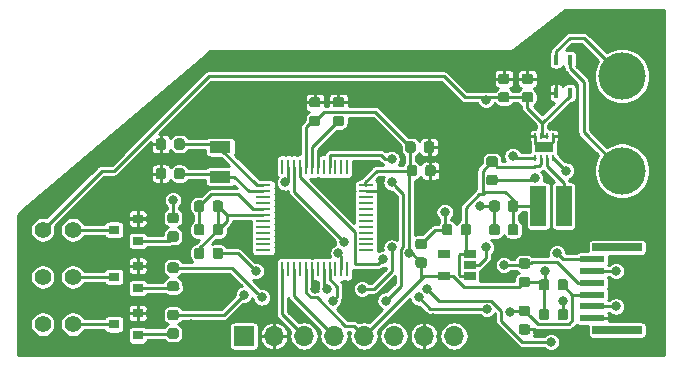
<source format=gtl>
G04 #@! TF.GenerationSoftware,KiCad,Pcbnew,(5.1.0)-1*
G04 #@! TF.CreationDate,2019-06-02T21:22:59+02:00*
G04 #@! TF.ProjectId,ledpwmble,6c656470-776d-4626-9c65-2e6b69636164,rev?*
G04 #@! TF.SameCoordinates,Original*
G04 #@! TF.FileFunction,Copper,L1,Top*
G04 #@! TF.FilePolarity,Positive*
%FSLAX46Y46*%
G04 Gerber Fmt 4.6, Leading zero omitted, Abs format (unit mm)*
G04 Created by KiCad (PCBNEW (5.1.0)-1) date 2019-06-02 21:22:59*
%MOMM*%
%LPD*%
G04 APERTURE LIST*
%ADD10R,4.200000X0.700000*%
%ADD11R,2.000000X0.600000*%
%ADD12R,1.800000X1.000000*%
%ADD13C,4.000000*%
%ADD14R,0.250000X1.300000*%
%ADD15R,1.300000X0.250000*%
%ADD16R,0.250000X0.500000*%
%ADD17R,1.600000X0.900000*%
%ADD18C,0.600000*%
%ADD19R,1.060000X0.650000*%
%ADD20C,0.100000*%
%ADD21C,0.875000*%
%ADD22R,0.900000X0.800000*%
%ADD23R,1.350000X3.400000*%
%ADD24O,1.700000X1.700000*%
%ADD25R,1.700000X1.700000*%
%ADD26R,0.400000X0.900000*%
%ADD27C,1.400000*%
%ADD28C,0.800000*%
%ADD29C,0.250000*%
%ADD30C,0.254000*%
G04 APERTURE END LIST*
D10*
X178600000Y-106500000D03*
D11*
X176500000Y-105500000D03*
X176500000Y-104500000D03*
X176500000Y-103500000D03*
X176500000Y-102500000D03*
X176500000Y-101500000D03*
X176500000Y-100500000D03*
D10*
X178600000Y-99500000D03*
D12*
X145000000Y-93500000D03*
X145000000Y-91000000D03*
D13*
X179000000Y-85000000D03*
X179000000Y-93000000D03*
D14*
X150250000Y-92650000D03*
X150750000Y-92650000D03*
X151250000Y-92650000D03*
X151750000Y-92650000D03*
X152250000Y-92650000D03*
X152750000Y-92650000D03*
X153250000Y-92650000D03*
X153750000Y-92650000D03*
X154250000Y-92650000D03*
X154750000Y-92650000D03*
X155250000Y-92650000D03*
X155750000Y-92650000D03*
D15*
X157350000Y-94250000D03*
X157350000Y-94750000D03*
X157350000Y-95250000D03*
X157350000Y-95750000D03*
X157350000Y-96250000D03*
X157350000Y-96750000D03*
X157350000Y-97250000D03*
X157350000Y-97750000D03*
X157350000Y-98250000D03*
X157350000Y-98750000D03*
X157350000Y-99250000D03*
X157350000Y-99750000D03*
D14*
X155750000Y-101350000D03*
X155250000Y-101350000D03*
X154750000Y-101350000D03*
X154250000Y-101350000D03*
X153750000Y-101350000D03*
X153250000Y-101350000D03*
X152750000Y-101350000D03*
X152250000Y-101350000D03*
X151750000Y-101350000D03*
X151250000Y-101350000D03*
X150750000Y-101350000D03*
X150250000Y-101350000D03*
D15*
X148650000Y-99750000D03*
X148650000Y-99250000D03*
X148650000Y-98750000D03*
X148650000Y-98250000D03*
X148650000Y-97750000D03*
X148650000Y-97250000D03*
X148650000Y-96750000D03*
X148650000Y-96250000D03*
X148650000Y-95750000D03*
X148650000Y-95250000D03*
X148650000Y-94750000D03*
X148650000Y-94250000D03*
D16*
X172150000Y-91950000D03*
X171650000Y-91950000D03*
X171650000Y-90050000D03*
X172650000Y-90050000D03*
X173150000Y-90050000D03*
D17*
X172400000Y-91000000D03*
D18*
X171900000Y-91000000D03*
X172900000Y-91000000D03*
D16*
X173150000Y-91950000D03*
X172650000Y-91950000D03*
X172150000Y-90050000D03*
D19*
X163900000Y-101950000D03*
X163900000Y-100050000D03*
X166100000Y-100050000D03*
X166100000Y-101000000D03*
X166100000Y-101950000D03*
D20*
G36*
X174227691Y-104706053D02*
G01*
X174248926Y-104709203D01*
X174269750Y-104714419D01*
X174289962Y-104721651D01*
X174309368Y-104730830D01*
X174327781Y-104741866D01*
X174345024Y-104754654D01*
X174360930Y-104769070D01*
X174375346Y-104784976D01*
X174388134Y-104802219D01*
X174399170Y-104820632D01*
X174408349Y-104840038D01*
X174415581Y-104860250D01*
X174420797Y-104881074D01*
X174423947Y-104902309D01*
X174425000Y-104923750D01*
X174425000Y-105436250D01*
X174423947Y-105457691D01*
X174420797Y-105478926D01*
X174415581Y-105499750D01*
X174408349Y-105519962D01*
X174399170Y-105539368D01*
X174388134Y-105557781D01*
X174375346Y-105575024D01*
X174360930Y-105590930D01*
X174345024Y-105605346D01*
X174327781Y-105618134D01*
X174309368Y-105629170D01*
X174289962Y-105638349D01*
X174269750Y-105645581D01*
X174248926Y-105650797D01*
X174227691Y-105653947D01*
X174206250Y-105655000D01*
X173768750Y-105655000D01*
X173747309Y-105653947D01*
X173726074Y-105650797D01*
X173705250Y-105645581D01*
X173685038Y-105638349D01*
X173665632Y-105629170D01*
X173647219Y-105618134D01*
X173629976Y-105605346D01*
X173614070Y-105590930D01*
X173599654Y-105575024D01*
X173586866Y-105557781D01*
X173575830Y-105539368D01*
X173566651Y-105519962D01*
X173559419Y-105499750D01*
X173554203Y-105478926D01*
X173551053Y-105457691D01*
X173550000Y-105436250D01*
X173550000Y-104923750D01*
X173551053Y-104902309D01*
X173554203Y-104881074D01*
X173559419Y-104860250D01*
X173566651Y-104840038D01*
X173575830Y-104820632D01*
X173586866Y-104802219D01*
X173599654Y-104784976D01*
X173614070Y-104769070D01*
X173629976Y-104754654D01*
X173647219Y-104741866D01*
X173665632Y-104730830D01*
X173685038Y-104721651D01*
X173705250Y-104714419D01*
X173726074Y-104709203D01*
X173747309Y-104706053D01*
X173768750Y-104705000D01*
X174206250Y-104705000D01*
X174227691Y-104706053D01*
X174227691Y-104706053D01*
G37*
D21*
X173987500Y-105180000D03*
D20*
G36*
X172652691Y-104706053D02*
G01*
X172673926Y-104709203D01*
X172694750Y-104714419D01*
X172714962Y-104721651D01*
X172734368Y-104730830D01*
X172752781Y-104741866D01*
X172770024Y-104754654D01*
X172785930Y-104769070D01*
X172800346Y-104784976D01*
X172813134Y-104802219D01*
X172824170Y-104820632D01*
X172833349Y-104840038D01*
X172840581Y-104860250D01*
X172845797Y-104881074D01*
X172848947Y-104902309D01*
X172850000Y-104923750D01*
X172850000Y-105436250D01*
X172848947Y-105457691D01*
X172845797Y-105478926D01*
X172840581Y-105499750D01*
X172833349Y-105519962D01*
X172824170Y-105539368D01*
X172813134Y-105557781D01*
X172800346Y-105575024D01*
X172785930Y-105590930D01*
X172770024Y-105605346D01*
X172752781Y-105618134D01*
X172734368Y-105629170D01*
X172714962Y-105638349D01*
X172694750Y-105645581D01*
X172673926Y-105650797D01*
X172652691Y-105653947D01*
X172631250Y-105655000D01*
X172193750Y-105655000D01*
X172172309Y-105653947D01*
X172151074Y-105650797D01*
X172130250Y-105645581D01*
X172110038Y-105638349D01*
X172090632Y-105629170D01*
X172072219Y-105618134D01*
X172054976Y-105605346D01*
X172039070Y-105590930D01*
X172024654Y-105575024D01*
X172011866Y-105557781D01*
X172000830Y-105539368D01*
X171991651Y-105519962D01*
X171984419Y-105499750D01*
X171979203Y-105478926D01*
X171976053Y-105457691D01*
X171975000Y-105436250D01*
X171975000Y-104923750D01*
X171976053Y-104902309D01*
X171979203Y-104881074D01*
X171984419Y-104860250D01*
X171991651Y-104840038D01*
X172000830Y-104820632D01*
X172011866Y-104802219D01*
X172024654Y-104784976D01*
X172039070Y-104769070D01*
X172054976Y-104754654D01*
X172072219Y-104741866D01*
X172090632Y-104730830D01*
X172110038Y-104721651D01*
X172130250Y-104714419D01*
X172151074Y-104709203D01*
X172172309Y-104706053D01*
X172193750Y-104705000D01*
X172631250Y-104705000D01*
X172652691Y-104706053D01*
X172652691Y-104706053D01*
G37*
D21*
X172412500Y-105180000D03*
D20*
G36*
X171017691Y-100416053D02*
G01*
X171038926Y-100419203D01*
X171059750Y-100424419D01*
X171079962Y-100431651D01*
X171099368Y-100440830D01*
X171117781Y-100451866D01*
X171135024Y-100464654D01*
X171150930Y-100479070D01*
X171165346Y-100494976D01*
X171178134Y-100512219D01*
X171189170Y-100530632D01*
X171198349Y-100550038D01*
X171205581Y-100570250D01*
X171210797Y-100591074D01*
X171213947Y-100612309D01*
X171215000Y-100633750D01*
X171215000Y-101071250D01*
X171213947Y-101092691D01*
X171210797Y-101113926D01*
X171205581Y-101134750D01*
X171198349Y-101154962D01*
X171189170Y-101174368D01*
X171178134Y-101192781D01*
X171165346Y-101210024D01*
X171150930Y-101225930D01*
X171135024Y-101240346D01*
X171117781Y-101253134D01*
X171099368Y-101264170D01*
X171079962Y-101273349D01*
X171059750Y-101280581D01*
X171038926Y-101285797D01*
X171017691Y-101288947D01*
X170996250Y-101290000D01*
X170483750Y-101290000D01*
X170462309Y-101288947D01*
X170441074Y-101285797D01*
X170420250Y-101280581D01*
X170400038Y-101273349D01*
X170380632Y-101264170D01*
X170362219Y-101253134D01*
X170344976Y-101240346D01*
X170329070Y-101225930D01*
X170314654Y-101210024D01*
X170301866Y-101192781D01*
X170290830Y-101174368D01*
X170281651Y-101154962D01*
X170274419Y-101134750D01*
X170269203Y-101113926D01*
X170266053Y-101092691D01*
X170265000Y-101071250D01*
X170265000Y-100633750D01*
X170266053Y-100612309D01*
X170269203Y-100591074D01*
X170274419Y-100570250D01*
X170281651Y-100550038D01*
X170290830Y-100530632D01*
X170301866Y-100512219D01*
X170314654Y-100494976D01*
X170329070Y-100479070D01*
X170344976Y-100464654D01*
X170362219Y-100451866D01*
X170380632Y-100440830D01*
X170400038Y-100431651D01*
X170420250Y-100424419D01*
X170441074Y-100419203D01*
X170462309Y-100416053D01*
X170483750Y-100415000D01*
X170996250Y-100415000D01*
X171017691Y-100416053D01*
X171017691Y-100416053D01*
G37*
D21*
X170740000Y-100852500D03*
D20*
G36*
X171017691Y-101991053D02*
G01*
X171038926Y-101994203D01*
X171059750Y-101999419D01*
X171079962Y-102006651D01*
X171099368Y-102015830D01*
X171117781Y-102026866D01*
X171135024Y-102039654D01*
X171150930Y-102054070D01*
X171165346Y-102069976D01*
X171178134Y-102087219D01*
X171189170Y-102105632D01*
X171198349Y-102125038D01*
X171205581Y-102145250D01*
X171210797Y-102166074D01*
X171213947Y-102187309D01*
X171215000Y-102208750D01*
X171215000Y-102646250D01*
X171213947Y-102667691D01*
X171210797Y-102688926D01*
X171205581Y-102709750D01*
X171198349Y-102729962D01*
X171189170Y-102749368D01*
X171178134Y-102767781D01*
X171165346Y-102785024D01*
X171150930Y-102800930D01*
X171135024Y-102815346D01*
X171117781Y-102828134D01*
X171099368Y-102839170D01*
X171079962Y-102848349D01*
X171059750Y-102855581D01*
X171038926Y-102860797D01*
X171017691Y-102863947D01*
X170996250Y-102865000D01*
X170483750Y-102865000D01*
X170462309Y-102863947D01*
X170441074Y-102860797D01*
X170420250Y-102855581D01*
X170400038Y-102848349D01*
X170380632Y-102839170D01*
X170362219Y-102828134D01*
X170344976Y-102815346D01*
X170329070Y-102800930D01*
X170314654Y-102785024D01*
X170301866Y-102767781D01*
X170290830Y-102749368D01*
X170281651Y-102729962D01*
X170274419Y-102709750D01*
X170269203Y-102688926D01*
X170266053Y-102667691D01*
X170265000Y-102646250D01*
X170265000Y-102208750D01*
X170266053Y-102187309D01*
X170269203Y-102166074D01*
X170274419Y-102145250D01*
X170281651Y-102125038D01*
X170290830Y-102105632D01*
X170301866Y-102087219D01*
X170314654Y-102069976D01*
X170329070Y-102054070D01*
X170344976Y-102039654D01*
X170362219Y-102026866D01*
X170380632Y-102015830D01*
X170400038Y-102006651D01*
X170420250Y-101999419D01*
X170441074Y-101994203D01*
X170462309Y-101991053D01*
X170483750Y-101990000D01*
X170996250Y-101990000D01*
X171017691Y-101991053D01*
X171017691Y-101991053D01*
G37*
D21*
X170740000Y-102427500D03*
D20*
G36*
X174227691Y-102196053D02*
G01*
X174248926Y-102199203D01*
X174269750Y-102204419D01*
X174289962Y-102211651D01*
X174309368Y-102220830D01*
X174327781Y-102231866D01*
X174345024Y-102244654D01*
X174360930Y-102259070D01*
X174375346Y-102274976D01*
X174388134Y-102292219D01*
X174399170Y-102310632D01*
X174408349Y-102330038D01*
X174415581Y-102350250D01*
X174420797Y-102371074D01*
X174423947Y-102392309D01*
X174425000Y-102413750D01*
X174425000Y-102926250D01*
X174423947Y-102947691D01*
X174420797Y-102968926D01*
X174415581Y-102989750D01*
X174408349Y-103009962D01*
X174399170Y-103029368D01*
X174388134Y-103047781D01*
X174375346Y-103065024D01*
X174360930Y-103080930D01*
X174345024Y-103095346D01*
X174327781Y-103108134D01*
X174309368Y-103119170D01*
X174289962Y-103128349D01*
X174269750Y-103135581D01*
X174248926Y-103140797D01*
X174227691Y-103143947D01*
X174206250Y-103145000D01*
X173768750Y-103145000D01*
X173747309Y-103143947D01*
X173726074Y-103140797D01*
X173705250Y-103135581D01*
X173685038Y-103128349D01*
X173665632Y-103119170D01*
X173647219Y-103108134D01*
X173629976Y-103095346D01*
X173614070Y-103080930D01*
X173599654Y-103065024D01*
X173586866Y-103047781D01*
X173575830Y-103029368D01*
X173566651Y-103009962D01*
X173559419Y-102989750D01*
X173554203Y-102968926D01*
X173551053Y-102947691D01*
X173550000Y-102926250D01*
X173550000Y-102413750D01*
X173551053Y-102392309D01*
X173554203Y-102371074D01*
X173559419Y-102350250D01*
X173566651Y-102330038D01*
X173575830Y-102310632D01*
X173586866Y-102292219D01*
X173599654Y-102274976D01*
X173614070Y-102259070D01*
X173629976Y-102244654D01*
X173647219Y-102231866D01*
X173665632Y-102220830D01*
X173685038Y-102211651D01*
X173705250Y-102204419D01*
X173726074Y-102199203D01*
X173747309Y-102196053D01*
X173768750Y-102195000D01*
X174206250Y-102195000D01*
X174227691Y-102196053D01*
X174227691Y-102196053D01*
G37*
D21*
X173987500Y-102670000D03*
D20*
G36*
X172652691Y-102196053D02*
G01*
X172673926Y-102199203D01*
X172694750Y-102204419D01*
X172714962Y-102211651D01*
X172734368Y-102220830D01*
X172752781Y-102231866D01*
X172770024Y-102244654D01*
X172785930Y-102259070D01*
X172800346Y-102274976D01*
X172813134Y-102292219D01*
X172824170Y-102310632D01*
X172833349Y-102330038D01*
X172840581Y-102350250D01*
X172845797Y-102371074D01*
X172848947Y-102392309D01*
X172850000Y-102413750D01*
X172850000Y-102926250D01*
X172848947Y-102947691D01*
X172845797Y-102968926D01*
X172840581Y-102989750D01*
X172833349Y-103009962D01*
X172824170Y-103029368D01*
X172813134Y-103047781D01*
X172800346Y-103065024D01*
X172785930Y-103080930D01*
X172770024Y-103095346D01*
X172752781Y-103108134D01*
X172734368Y-103119170D01*
X172714962Y-103128349D01*
X172694750Y-103135581D01*
X172673926Y-103140797D01*
X172652691Y-103143947D01*
X172631250Y-103145000D01*
X172193750Y-103145000D01*
X172172309Y-103143947D01*
X172151074Y-103140797D01*
X172130250Y-103135581D01*
X172110038Y-103128349D01*
X172090632Y-103119170D01*
X172072219Y-103108134D01*
X172054976Y-103095346D01*
X172039070Y-103080930D01*
X172024654Y-103065024D01*
X172011866Y-103047781D01*
X172000830Y-103029368D01*
X171991651Y-103009962D01*
X171984419Y-102989750D01*
X171979203Y-102968926D01*
X171976053Y-102947691D01*
X171975000Y-102926250D01*
X171975000Y-102413750D01*
X171976053Y-102392309D01*
X171979203Y-102371074D01*
X171984419Y-102350250D01*
X171991651Y-102330038D01*
X172000830Y-102310632D01*
X172011866Y-102292219D01*
X172024654Y-102274976D01*
X172039070Y-102259070D01*
X172054976Y-102244654D01*
X172072219Y-102231866D01*
X172090632Y-102220830D01*
X172110038Y-102211651D01*
X172130250Y-102204419D01*
X172151074Y-102199203D01*
X172172309Y-102196053D01*
X172193750Y-102195000D01*
X172631250Y-102195000D01*
X172652691Y-102196053D01*
X172652691Y-102196053D01*
G37*
D21*
X172412500Y-102670000D03*
D20*
G36*
X141277691Y-96563553D02*
G01*
X141298926Y-96566703D01*
X141319750Y-96571919D01*
X141339962Y-96579151D01*
X141359368Y-96588330D01*
X141377781Y-96599366D01*
X141395024Y-96612154D01*
X141410930Y-96626570D01*
X141425346Y-96642476D01*
X141438134Y-96659719D01*
X141449170Y-96678132D01*
X141458349Y-96697538D01*
X141465581Y-96717750D01*
X141470797Y-96738574D01*
X141473947Y-96759809D01*
X141475000Y-96781250D01*
X141475000Y-97218750D01*
X141473947Y-97240191D01*
X141470797Y-97261426D01*
X141465581Y-97282250D01*
X141458349Y-97302462D01*
X141449170Y-97321868D01*
X141438134Y-97340281D01*
X141425346Y-97357524D01*
X141410930Y-97373430D01*
X141395024Y-97387846D01*
X141377781Y-97400634D01*
X141359368Y-97411670D01*
X141339962Y-97420849D01*
X141319750Y-97428081D01*
X141298926Y-97433297D01*
X141277691Y-97436447D01*
X141256250Y-97437500D01*
X140743750Y-97437500D01*
X140722309Y-97436447D01*
X140701074Y-97433297D01*
X140680250Y-97428081D01*
X140660038Y-97420849D01*
X140640632Y-97411670D01*
X140622219Y-97400634D01*
X140604976Y-97387846D01*
X140589070Y-97373430D01*
X140574654Y-97357524D01*
X140561866Y-97340281D01*
X140550830Y-97321868D01*
X140541651Y-97302462D01*
X140534419Y-97282250D01*
X140529203Y-97261426D01*
X140526053Y-97240191D01*
X140525000Y-97218750D01*
X140525000Y-96781250D01*
X140526053Y-96759809D01*
X140529203Y-96738574D01*
X140534419Y-96717750D01*
X140541651Y-96697538D01*
X140550830Y-96678132D01*
X140561866Y-96659719D01*
X140574654Y-96642476D01*
X140589070Y-96626570D01*
X140604976Y-96612154D01*
X140622219Y-96599366D01*
X140640632Y-96588330D01*
X140660038Y-96579151D01*
X140680250Y-96571919D01*
X140701074Y-96566703D01*
X140722309Y-96563553D01*
X140743750Y-96562500D01*
X141256250Y-96562500D01*
X141277691Y-96563553D01*
X141277691Y-96563553D01*
G37*
D21*
X141000000Y-97000000D03*
D20*
G36*
X141277691Y-98138553D02*
G01*
X141298926Y-98141703D01*
X141319750Y-98146919D01*
X141339962Y-98154151D01*
X141359368Y-98163330D01*
X141377781Y-98174366D01*
X141395024Y-98187154D01*
X141410930Y-98201570D01*
X141425346Y-98217476D01*
X141438134Y-98234719D01*
X141449170Y-98253132D01*
X141458349Y-98272538D01*
X141465581Y-98292750D01*
X141470797Y-98313574D01*
X141473947Y-98334809D01*
X141475000Y-98356250D01*
X141475000Y-98793750D01*
X141473947Y-98815191D01*
X141470797Y-98836426D01*
X141465581Y-98857250D01*
X141458349Y-98877462D01*
X141449170Y-98896868D01*
X141438134Y-98915281D01*
X141425346Y-98932524D01*
X141410930Y-98948430D01*
X141395024Y-98962846D01*
X141377781Y-98975634D01*
X141359368Y-98986670D01*
X141339962Y-98995849D01*
X141319750Y-99003081D01*
X141298926Y-99008297D01*
X141277691Y-99011447D01*
X141256250Y-99012500D01*
X140743750Y-99012500D01*
X140722309Y-99011447D01*
X140701074Y-99008297D01*
X140680250Y-99003081D01*
X140660038Y-98995849D01*
X140640632Y-98986670D01*
X140622219Y-98975634D01*
X140604976Y-98962846D01*
X140589070Y-98948430D01*
X140574654Y-98932524D01*
X140561866Y-98915281D01*
X140550830Y-98896868D01*
X140541651Y-98877462D01*
X140534419Y-98857250D01*
X140529203Y-98836426D01*
X140526053Y-98815191D01*
X140525000Y-98793750D01*
X140525000Y-98356250D01*
X140526053Y-98334809D01*
X140529203Y-98313574D01*
X140534419Y-98292750D01*
X140541651Y-98272538D01*
X140550830Y-98253132D01*
X140561866Y-98234719D01*
X140574654Y-98217476D01*
X140589070Y-98201570D01*
X140604976Y-98187154D01*
X140622219Y-98174366D01*
X140640632Y-98163330D01*
X140660038Y-98154151D01*
X140680250Y-98146919D01*
X140701074Y-98141703D01*
X140722309Y-98138553D01*
X140743750Y-98137500D01*
X141256250Y-98137500D01*
X141277691Y-98138553D01*
X141277691Y-98138553D01*
G37*
D21*
X141000000Y-98575000D03*
D20*
G36*
X141277691Y-100776053D02*
G01*
X141298926Y-100779203D01*
X141319750Y-100784419D01*
X141339962Y-100791651D01*
X141359368Y-100800830D01*
X141377781Y-100811866D01*
X141395024Y-100824654D01*
X141410930Y-100839070D01*
X141425346Y-100854976D01*
X141438134Y-100872219D01*
X141449170Y-100890632D01*
X141458349Y-100910038D01*
X141465581Y-100930250D01*
X141470797Y-100951074D01*
X141473947Y-100972309D01*
X141475000Y-100993750D01*
X141475000Y-101431250D01*
X141473947Y-101452691D01*
X141470797Y-101473926D01*
X141465581Y-101494750D01*
X141458349Y-101514962D01*
X141449170Y-101534368D01*
X141438134Y-101552781D01*
X141425346Y-101570024D01*
X141410930Y-101585930D01*
X141395024Y-101600346D01*
X141377781Y-101613134D01*
X141359368Y-101624170D01*
X141339962Y-101633349D01*
X141319750Y-101640581D01*
X141298926Y-101645797D01*
X141277691Y-101648947D01*
X141256250Y-101650000D01*
X140743750Y-101650000D01*
X140722309Y-101648947D01*
X140701074Y-101645797D01*
X140680250Y-101640581D01*
X140660038Y-101633349D01*
X140640632Y-101624170D01*
X140622219Y-101613134D01*
X140604976Y-101600346D01*
X140589070Y-101585930D01*
X140574654Y-101570024D01*
X140561866Y-101552781D01*
X140550830Y-101534368D01*
X140541651Y-101514962D01*
X140534419Y-101494750D01*
X140529203Y-101473926D01*
X140526053Y-101452691D01*
X140525000Y-101431250D01*
X140525000Y-100993750D01*
X140526053Y-100972309D01*
X140529203Y-100951074D01*
X140534419Y-100930250D01*
X140541651Y-100910038D01*
X140550830Y-100890632D01*
X140561866Y-100872219D01*
X140574654Y-100854976D01*
X140589070Y-100839070D01*
X140604976Y-100824654D01*
X140622219Y-100811866D01*
X140640632Y-100800830D01*
X140660038Y-100791651D01*
X140680250Y-100784419D01*
X140701074Y-100779203D01*
X140722309Y-100776053D01*
X140743750Y-100775000D01*
X141256250Y-100775000D01*
X141277691Y-100776053D01*
X141277691Y-100776053D01*
G37*
D21*
X141000000Y-101212500D03*
D20*
G36*
X141277691Y-102351053D02*
G01*
X141298926Y-102354203D01*
X141319750Y-102359419D01*
X141339962Y-102366651D01*
X141359368Y-102375830D01*
X141377781Y-102386866D01*
X141395024Y-102399654D01*
X141410930Y-102414070D01*
X141425346Y-102429976D01*
X141438134Y-102447219D01*
X141449170Y-102465632D01*
X141458349Y-102485038D01*
X141465581Y-102505250D01*
X141470797Y-102526074D01*
X141473947Y-102547309D01*
X141475000Y-102568750D01*
X141475000Y-103006250D01*
X141473947Y-103027691D01*
X141470797Y-103048926D01*
X141465581Y-103069750D01*
X141458349Y-103089962D01*
X141449170Y-103109368D01*
X141438134Y-103127781D01*
X141425346Y-103145024D01*
X141410930Y-103160930D01*
X141395024Y-103175346D01*
X141377781Y-103188134D01*
X141359368Y-103199170D01*
X141339962Y-103208349D01*
X141319750Y-103215581D01*
X141298926Y-103220797D01*
X141277691Y-103223947D01*
X141256250Y-103225000D01*
X140743750Y-103225000D01*
X140722309Y-103223947D01*
X140701074Y-103220797D01*
X140680250Y-103215581D01*
X140660038Y-103208349D01*
X140640632Y-103199170D01*
X140622219Y-103188134D01*
X140604976Y-103175346D01*
X140589070Y-103160930D01*
X140574654Y-103145024D01*
X140561866Y-103127781D01*
X140550830Y-103109368D01*
X140541651Y-103089962D01*
X140534419Y-103069750D01*
X140529203Y-103048926D01*
X140526053Y-103027691D01*
X140525000Y-103006250D01*
X140525000Y-102568750D01*
X140526053Y-102547309D01*
X140529203Y-102526074D01*
X140534419Y-102505250D01*
X140541651Y-102485038D01*
X140550830Y-102465632D01*
X140561866Y-102447219D01*
X140574654Y-102429976D01*
X140589070Y-102414070D01*
X140604976Y-102399654D01*
X140622219Y-102386866D01*
X140640632Y-102375830D01*
X140660038Y-102366651D01*
X140680250Y-102359419D01*
X140701074Y-102354203D01*
X140722309Y-102351053D01*
X140743750Y-102350000D01*
X141256250Y-102350000D01*
X141277691Y-102351053D01*
X141277691Y-102351053D01*
G37*
D21*
X141000000Y-102787500D03*
D20*
G36*
X141277691Y-104776053D02*
G01*
X141298926Y-104779203D01*
X141319750Y-104784419D01*
X141339962Y-104791651D01*
X141359368Y-104800830D01*
X141377781Y-104811866D01*
X141395024Y-104824654D01*
X141410930Y-104839070D01*
X141425346Y-104854976D01*
X141438134Y-104872219D01*
X141449170Y-104890632D01*
X141458349Y-104910038D01*
X141465581Y-104930250D01*
X141470797Y-104951074D01*
X141473947Y-104972309D01*
X141475000Y-104993750D01*
X141475000Y-105431250D01*
X141473947Y-105452691D01*
X141470797Y-105473926D01*
X141465581Y-105494750D01*
X141458349Y-105514962D01*
X141449170Y-105534368D01*
X141438134Y-105552781D01*
X141425346Y-105570024D01*
X141410930Y-105585930D01*
X141395024Y-105600346D01*
X141377781Y-105613134D01*
X141359368Y-105624170D01*
X141339962Y-105633349D01*
X141319750Y-105640581D01*
X141298926Y-105645797D01*
X141277691Y-105648947D01*
X141256250Y-105650000D01*
X140743750Y-105650000D01*
X140722309Y-105648947D01*
X140701074Y-105645797D01*
X140680250Y-105640581D01*
X140660038Y-105633349D01*
X140640632Y-105624170D01*
X140622219Y-105613134D01*
X140604976Y-105600346D01*
X140589070Y-105585930D01*
X140574654Y-105570024D01*
X140561866Y-105552781D01*
X140550830Y-105534368D01*
X140541651Y-105514962D01*
X140534419Y-105494750D01*
X140529203Y-105473926D01*
X140526053Y-105452691D01*
X140525000Y-105431250D01*
X140525000Y-104993750D01*
X140526053Y-104972309D01*
X140529203Y-104951074D01*
X140534419Y-104930250D01*
X140541651Y-104910038D01*
X140550830Y-104890632D01*
X140561866Y-104872219D01*
X140574654Y-104854976D01*
X140589070Y-104839070D01*
X140604976Y-104824654D01*
X140622219Y-104811866D01*
X140640632Y-104800830D01*
X140660038Y-104791651D01*
X140680250Y-104784419D01*
X140701074Y-104779203D01*
X140722309Y-104776053D01*
X140743750Y-104775000D01*
X141256250Y-104775000D01*
X141277691Y-104776053D01*
X141277691Y-104776053D01*
G37*
D21*
X141000000Y-105212500D03*
D20*
G36*
X141277691Y-106351053D02*
G01*
X141298926Y-106354203D01*
X141319750Y-106359419D01*
X141339962Y-106366651D01*
X141359368Y-106375830D01*
X141377781Y-106386866D01*
X141395024Y-106399654D01*
X141410930Y-106414070D01*
X141425346Y-106429976D01*
X141438134Y-106447219D01*
X141449170Y-106465632D01*
X141458349Y-106485038D01*
X141465581Y-106505250D01*
X141470797Y-106526074D01*
X141473947Y-106547309D01*
X141475000Y-106568750D01*
X141475000Y-107006250D01*
X141473947Y-107027691D01*
X141470797Y-107048926D01*
X141465581Y-107069750D01*
X141458349Y-107089962D01*
X141449170Y-107109368D01*
X141438134Y-107127781D01*
X141425346Y-107145024D01*
X141410930Y-107160930D01*
X141395024Y-107175346D01*
X141377781Y-107188134D01*
X141359368Y-107199170D01*
X141339962Y-107208349D01*
X141319750Y-107215581D01*
X141298926Y-107220797D01*
X141277691Y-107223947D01*
X141256250Y-107225000D01*
X140743750Y-107225000D01*
X140722309Y-107223947D01*
X140701074Y-107220797D01*
X140680250Y-107215581D01*
X140660038Y-107208349D01*
X140640632Y-107199170D01*
X140622219Y-107188134D01*
X140604976Y-107175346D01*
X140589070Y-107160930D01*
X140574654Y-107145024D01*
X140561866Y-107127781D01*
X140550830Y-107109368D01*
X140541651Y-107089962D01*
X140534419Y-107069750D01*
X140529203Y-107048926D01*
X140526053Y-107027691D01*
X140525000Y-107006250D01*
X140525000Y-106568750D01*
X140526053Y-106547309D01*
X140529203Y-106526074D01*
X140534419Y-106505250D01*
X140541651Y-106485038D01*
X140550830Y-106465632D01*
X140561866Y-106447219D01*
X140574654Y-106429976D01*
X140589070Y-106414070D01*
X140604976Y-106399654D01*
X140622219Y-106386866D01*
X140640632Y-106375830D01*
X140660038Y-106366651D01*
X140680250Y-106359419D01*
X140701074Y-106354203D01*
X140722309Y-106351053D01*
X140743750Y-106350000D01*
X141256250Y-106350000D01*
X141277691Y-106351053D01*
X141277691Y-106351053D01*
G37*
D21*
X141000000Y-106787500D03*
D20*
G36*
X168277691Y-93351053D02*
G01*
X168298926Y-93354203D01*
X168319750Y-93359419D01*
X168339962Y-93366651D01*
X168359368Y-93375830D01*
X168377781Y-93386866D01*
X168395024Y-93399654D01*
X168410930Y-93414070D01*
X168425346Y-93429976D01*
X168438134Y-93447219D01*
X168449170Y-93465632D01*
X168458349Y-93485038D01*
X168465581Y-93505250D01*
X168470797Y-93526074D01*
X168473947Y-93547309D01*
X168475000Y-93568750D01*
X168475000Y-94006250D01*
X168473947Y-94027691D01*
X168470797Y-94048926D01*
X168465581Y-94069750D01*
X168458349Y-94089962D01*
X168449170Y-94109368D01*
X168438134Y-94127781D01*
X168425346Y-94145024D01*
X168410930Y-94160930D01*
X168395024Y-94175346D01*
X168377781Y-94188134D01*
X168359368Y-94199170D01*
X168339962Y-94208349D01*
X168319750Y-94215581D01*
X168298926Y-94220797D01*
X168277691Y-94223947D01*
X168256250Y-94225000D01*
X167743750Y-94225000D01*
X167722309Y-94223947D01*
X167701074Y-94220797D01*
X167680250Y-94215581D01*
X167660038Y-94208349D01*
X167640632Y-94199170D01*
X167622219Y-94188134D01*
X167604976Y-94175346D01*
X167589070Y-94160930D01*
X167574654Y-94145024D01*
X167561866Y-94127781D01*
X167550830Y-94109368D01*
X167541651Y-94089962D01*
X167534419Y-94069750D01*
X167529203Y-94048926D01*
X167526053Y-94027691D01*
X167525000Y-94006250D01*
X167525000Y-93568750D01*
X167526053Y-93547309D01*
X167529203Y-93526074D01*
X167534419Y-93505250D01*
X167541651Y-93485038D01*
X167550830Y-93465632D01*
X167561866Y-93447219D01*
X167574654Y-93429976D01*
X167589070Y-93414070D01*
X167604976Y-93399654D01*
X167622219Y-93386866D01*
X167640632Y-93375830D01*
X167660038Y-93366651D01*
X167680250Y-93359419D01*
X167701074Y-93354203D01*
X167722309Y-93351053D01*
X167743750Y-93350000D01*
X168256250Y-93350000D01*
X168277691Y-93351053D01*
X168277691Y-93351053D01*
G37*
D21*
X168000000Y-93787500D03*
D20*
G36*
X168277691Y-91776053D02*
G01*
X168298926Y-91779203D01*
X168319750Y-91784419D01*
X168339962Y-91791651D01*
X168359368Y-91800830D01*
X168377781Y-91811866D01*
X168395024Y-91824654D01*
X168410930Y-91839070D01*
X168425346Y-91854976D01*
X168438134Y-91872219D01*
X168449170Y-91890632D01*
X168458349Y-91910038D01*
X168465581Y-91930250D01*
X168470797Y-91951074D01*
X168473947Y-91972309D01*
X168475000Y-91993750D01*
X168475000Y-92431250D01*
X168473947Y-92452691D01*
X168470797Y-92473926D01*
X168465581Y-92494750D01*
X168458349Y-92514962D01*
X168449170Y-92534368D01*
X168438134Y-92552781D01*
X168425346Y-92570024D01*
X168410930Y-92585930D01*
X168395024Y-92600346D01*
X168377781Y-92613134D01*
X168359368Y-92624170D01*
X168339962Y-92633349D01*
X168319750Y-92640581D01*
X168298926Y-92645797D01*
X168277691Y-92648947D01*
X168256250Y-92650000D01*
X167743750Y-92650000D01*
X167722309Y-92648947D01*
X167701074Y-92645797D01*
X167680250Y-92640581D01*
X167660038Y-92633349D01*
X167640632Y-92624170D01*
X167622219Y-92613134D01*
X167604976Y-92600346D01*
X167589070Y-92585930D01*
X167574654Y-92570024D01*
X167561866Y-92552781D01*
X167550830Y-92534368D01*
X167541651Y-92514962D01*
X167534419Y-92494750D01*
X167529203Y-92473926D01*
X167526053Y-92452691D01*
X167525000Y-92431250D01*
X167525000Y-91993750D01*
X167526053Y-91972309D01*
X167529203Y-91951074D01*
X167534419Y-91930250D01*
X167541651Y-91910038D01*
X167550830Y-91890632D01*
X167561866Y-91872219D01*
X167574654Y-91854976D01*
X167589070Y-91839070D01*
X167604976Y-91824654D01*
X167622219Y-91811866D01*
X167640632Y-91800830D01*
X167660038Y-91791651D01*
X167680250Y-91784419D01*
X167701074Y-91779203D01*
X167722309Y-91776053D01*
X167743750Y-91775000D01*
X168256250Y-91775000D01*
X168277691Y-91776053D01*
X168277691Y-91776053D01*
G37*
D21*
X168000000Y-92212500D03*
D22*
X136000000Y-98000000D03*
X138000000Y-97050000D03*
X138000000Y-98950000D03*
X136000000Y-102000000D03*
X138000000Y-101050000D03*
X138000000Y-102950000D03*
X136000000Y-106000000D03*
X138000000Y-105050000D03*
X138000000Y-106950000D03*
D23*
X171925000Y-96000000D03*
X174075000Y-96000000D03*
D20*
G36*
X145027691Y-99526053D02*
G01*
X145048926Y-99529203D01*
X145069750Y-99534419D01*
X145089962Y-99541651D01*
X145109368Y-99550830D01*
X145127781Y-99561866D01*
X145145024Y-99574654D01*
X145160930Y-99589070D01*
X145175346Y-99604976D01*
X145188134Y-99622219D01*
X145199170Y-99640632D01*
X145208349Y-99660038D01*
X145215581Y-99680250D01*
X145220797Y-99701074D01*
X145223947Y-99722309D01*
X145225000Y-99743750D01*
X145225000Y-100256250D01*
X145223947Y-100277691D01*
X145220797Y-100298926D01*
X145215581Y-100319750D01*
X145208349Y-100339962D01*
X145199170Y-100359368D01*
X145188134Y-100377781D01*
X145175346Y-100395024D01*
X145160930Y-100410930D01*
X145145024Y-100425346D01*
X145127781Y-100438134D01*
X145109368Y-100449170D01*
X145089962Y-100458349D01*
X145069750Y-100465581D01*
X145048926Y-100470797D01*
X145027691Y-100473947D01*
X145006250Y-100475000D01*
X144568750Y-100475000D01*
X144547309Y-100473947D01*
X144526074Y-100470797D01*
X144505250Y-100465581D01*
X144485038Y-100458349D01*
X144465632Y-100449170D01*
X144447219Y-100438134D01*
X144429976Y-100425346D01*
X144414070Y-100410930D01*
X144399654Y-100395024D01*
X144386866Y-100377781D01*
X144375830Y-100359368D01*
X144366651Y-100339962D01*
X144359419Y-100319750D01*
X144354203Y-100298926D01*
X144351053Y-100277691D01*
X144350000Y-100256250D01*
X144350000Y-99743750D01*
X144351053Y-99722309D01*
X144354203Y-99701074D01*
X144359419Y-99680250D01*
X144366651Y-99660038D01*
X144375830Y-99640632D01*
X144386866Y-99622219D01*
X144399654Y-99604976D01*
X144414070Y-99589070D01*
X144429976Y-99574654D01*
X144447219Y-99561866D01*
X144465632Y-99550830D01*
X144485038Y-99541651D01*
X144505250Y-99534419D01*
X144526074Y-99529203D01*
X144547309Y-99526053D01*
X144568750Y-99525000D01*
X145006250Y-99525000D01*
X145027691Y-99526053D01*
X145027691Y-99526053D01*
G37*
D21*
X144787500Y-100000000D03*
D20*
G36*
X143452691Y-99526053D02*
G01*
X143473926Y-99529203D01*
X143494750Y-99534419D01*
X143514962Y-99541651D01*
X143534368Y-99550830D01*
X143552781Y-99561866D01*
X143570024Y-99574654D01*
X143585930Y-99589070D01*
X143600346Y-99604976D01*
X143613134Y-99622219D01*
X143624170Y-99640632D01*
X143633349Y-99660038D01*
X143640581Y-99680250D01*
X143645797Y-99701074D01*
X143648947Y-99722309D01*
X143650000Y-99743750D01*
X143650000Y-100256250D01*
X143648947Y-100277691D01*
X143645797Y-100298926D01*
X143640581Y-100319750D01*
X143633349Y-100339962D01*
X143624170Y-100359368D01*
X143613134Y-100377781D01*
X143600346Y-100395024D01*
X143585930Y-100410930D01*
X143570024Y-100425346D01*
X143552781Y-100438134D01*
X143534368Y-100449170D01*
X143514962Y-100458349D01*
X143494750Y-100465581D01*
X143473926Y-100470797D01*
X143452691Y-100473947D01*
X143431250Y-100475000D01*
X142993750Y-100475000D01*
X142972309Y-100473947D01*
X142951074Y-100470797D01*
X142930250Y-100465581D01*
X142910038Y-100458349D01*
X142890632Y-100449170D01*
X142872219Y-100438134D01*
X142854976Y-100425346D01*
X142839070Y-100410930D01*
X142824654Y-100395024D01*
X142811866Y-100377781D01*
X142800830Y-100359368D01*
X142791651Y-100339962D01*
X142784419Y-100319750D01*
X142779203Y-100298926D01*
X142776053Y-100277691D01*
X142775000Y-100256250D01*
X142775000Y-99743750D01*
X142776053Y-99722309D01*
X142779203Y-99701074D01*
X142784419Y-99680250D01*
X142791651Y-99660038D01*
X142800830Y-99640632D01*
X142811866Y-99622219D01*
X142824654Y-99604976D01*
X142839070Y-99589070D01*
X142854976Y-99574654D01*
X142872219Y-99561866D01*
X142890632Y-99550830D01*
X142910038Y-99541651D01*
X142930250Y-99534419D01*
X142951074Y-99529203D01*
X142972309Y-99526053D01*
X142993750Y-99525000D01*
X143431250Y-99525000D01*
X143452691Y-99526053D01*
X143452691Y-99526053D01*
G37*
D21*
X143212500Y-100000000D03*
D24*
X164780000Y-107000000D03*
X162240000Y-107000000D03*
X159700000Y-107000000D03*
X157160000Y-107000000D03*
X154620000Y-107000000D03*
X152080000Y-107000000D03*
X149540000Y-107000000D03*
D25*
X147000000Y-107000000D03*
D26*
X173425000Y-86400000D03*
X174575000Y-86400000D03*
X173425000Y-83600000D03*
X174575000Y-83600000D03*
D27*
X129960000Y-98000000D03*
X132500000Y-98000000D03*
X129960000Y-102000000D03*
X132500000Y-102000000D03*
X129960000Y-106000000D03*
X132500000Y-106000000D03*
D20*
G36*
X155277691Y-86776053D02*
G01*
X155298926Y-86779203D01*
X155319750Y-86784419D01*
X155339962Y-86791651D01*
X155359368Y-86800830D01*
X155377781Y-86811866D01*
X155395024Y-86824654D01*
X155410930Y-86839070D01*
X155425346Y-86854976D01*
X155438134Y-86872219D01*
X155449170Y-86890632D01*
X155458349Y-86910038D01*
X155465581Y-86930250D01*
X155470797Y-86951074D01*
X155473947Y-86972309D01*
X155475000Y-86993750D01*
X155475000Y-87431250D01*
X155473947Y-87452691D01*
X155470797Y-87473926D01*
X155465581Y-87494750D01*
X155458349Y-87514962D01*
X155449170Y-87534368D01*
X155438134Y-87552781D01*
X155425346Y-87570024D01*
X155410930Y-87585930D01*
X155395024Y-87600346D01*
X155377781Y-87613134D01*
X155359368Y-87624170D01*
X155339962Y-87633349D01*
X155319750Y-87640581D01*
X155298926Y-87645797D01*
X155277691Y-87648947D01*
X155256250Y-87650000D01*
X154743750Y-87650000D01*
X154722309Y-87648947D01*
X154701074Y-87645797D01*
X154680250Y-87640581D01*
X154660038Y-87633349D01*
X154640632Y-87624170D01*
X154622219Y-87613134D01*
X154604976Y-87600346D01*
X154589070Y-87585930D01*
X154574654Y-87570024D01*
X154561866Y-87552781D01*
X154550830Y-87534368D01*
X154541651Y-87514962D01*
X154534419Y-87494750D01*
X154529203Y-87473926D01*
X154526053Y-87452691D01*
X154525000Y-87431250D01*
X154525000Y-86993750D01*
X154526053Y-86972309D01*
X154529203Y-86951074D01*
X154534419Y-86930250D01*
X154541651Y-86910038D01*
X154550830Y-86890632D01*
X154561866Y-86872219D01*
X154574654Y-86854976D01*
X154589070Y-86839070D01*
X154604976Y-86824654D01*
X154622219Y-86811866D01*
X154640632Y-86800830D01*
X154660038Y-86791651D01*
X154680250Y-86784419D01*
X154701074Y-86779203D01*
X154722309Y-86776053D01*
X154743750Y-86775000D01*
X155256250Y-86775000D01*
X155277691Y-86776053D01*
X155277691Y-86776053D01*
G37*
D21*
X155000000Y-87212500D03*
D20*
G36*
X155277691Y-88351053D02*
G01*
X155298926Y-88354203D01*
X155319750Y-88359419D01*
X155339962Y-88366651D01*
X155359368Y-88375830D01*
X155377781Y-88386866D01*
X155395024Y-88399654D01*
X155410930Y-88414070D01*
X155425346Y-88429976D01*
X155438134Y-88447219D01*
X155449170Y-88465632D01*
X155458349Y-88485038D01*
X155465581Y-88505250D01*
X155470797Y-88526074D01*
X155473947Y-88547309D01*
X155475000Y-88568750D01*
X155475000Y-89006250D01*
X155473947Y-89027691D01*
X155470797Y-89048926D01*
X155465581Y-89069750D01*
X155458349Y-89089962D01*
X155449170Y-89109368D01*
X155438134Y-89127781D01*
X155425346Y-89145024D01*
X155410930Y-89160930D01*
X155395024Y-89175346D01*
X155377781Y-89188134D01*
X155359368Y-89199170D01*
X155339962Y-89208349D01*
X155319750Y-89215581D01*
X155298926Y-89220797D01*
X155277691Y-89223947D01*
X155256250Y-89225000D01*
X154743750Y-89225000D01*
X154722309Y-89223947D01*
X154701074Y-89220797D01*
X154680250Y-89215581D01*
X154660038Y-89208349D01*
X154640632Y-89199170D01*
X154622219Y-89188134D01*
X154604976Y-89175346D01*
X154589070Y-89160930D01*
X154574654Y-89145024D01*
X154561866Y-89127781D01*
X154550830Y-89109368D01*
X154541651Y-89089962D01*
X154534419Y-89069750D01*
X154529203Y-89048926D01*
X154526053Y-89027691D01*
X154525000Y-89006250D01*
X154525000Y-88568750D01*
X154526053Y-88547309D01*
X154529203Y-88526074D01*
X154534419Y-88505250D01*
X154541651Y-88485038D01*
X154550830Y-88465632D01*
X154561866Y-88447219D01*
X154574654Y-88429976D01*
X154589070Y-88414070D01*
X154604976Y-88399654D01*
X154622219Y-88386866D01*
X154640632Y-88375830D01*
X154660038Y-88366651D01*
X154680250Y-88359419D01*
X154701074Y-88354203D01*
X154722309Y-88351053D01*
X154743750Y-88350000D01*
X155256250Y-88350000D01*
X155277691Y-88351053D01*
X155277691Y-88351053D01*
G37*
D21*
X155000000Y-88787500D03*
D20*
G36*
X143452691Y-97526053D02*
G01*
X143473926Y-97529203D01*
X143494750Y-97534419D01*
X143514962Y-97541651D01*
X143534368Y-97550830D01*
X143552781Y-97561866D01*
X143570024Y-97574654D01*
X143585930Y-97589070D01*
X143600346Y-97604976D01*
X143613134Y-97622219D01*
X143624170Y-97640632D01*
X143633349Y-97660038D01*
X143640581Y-97680250D01*
X143645797Y-97701074D01*
X143648947Y-97722309D01*
X143650000Y-97743750D01*
X143650000Y-98256250D01*
X143648947Y-98277691D01*
X143645797Y-98298926D01*
X143640581Y-98319750D01*
X143633349Y-98339962D01*
X143624170Y-98359368D01*
X143613134Y-98377781D01*
X143600346Y-98395024D01*
X143585930Y-98410930D01*
X143570024Y-98425346D01*
X143552781Y-98438134D01*
X143534368Y-98449170D01*
X143514962Y-98458349D01*
X143494750Y-98465581D01*
X143473926Y-98470797D01*
X143452691Y-98473947D01*
X143431250Y-98475000D01*
X142993750Y-98475000D01*
X142972309Y-98473947D01*
X142951074Y-98470797D01*
X142930250Y-98465581D01*
X142910038Y-98458349D01*
X142890632Y-98449170D01*
X142872219Y-98438134D01*
X142854976Y-98425346D01*
X142839070Y-98410930D01*
X142824654Y-98395024D01*
X142811866Y-98377781D01*
X142800830Y-98359368D01*
X142791651Y-98339962D01*
X142784419Y-98319750D01*
X142779203Y-98298926D01*
X142776053Y-98277691D01*
X142775000Y-98256250D01*
X142775000Y-97743750D01*
X142776053Y-97722309D01*
X142779203Y-97701074D01*
X142784419Y-97680250D01*
X142791651Y-97660038D01*
X142800830Y-97640632D01*
X142811866Y-97622219D01*
X142824654Y-97604976D01*
X142839070Y-97589070D01*
X142854976Y-97574654D01*
X142872219Y-97561866D01*
X142890632Y-97550830D01*
X142910038Y-97541651D01*
X142930250Y-97534419D01*
X142951074Y-97529203D01*
X142972309Y-97526053D01*
X142993750Y-97525000D01*
X143431250Y-97525000D01*
X143452691Y-97526053D01*
X143452691Y-97526053D01*
G37*
D21*
X143212500Y-98000000D03*
D20*
G36*
X145027691Y-97526053D02*
G01*
X145048926Y-97529203D01*
X145069750Y-97534419D01*
X145089962Y-97541651D01*
X145109368Y-97550830D01*
X145127781Y-97561866D01*
X145145024Y-97574654D01*
X145160930Y-97589070D01*
X145175346Y-97604976D01*
X145188134Y-97622219D01*
X145199170Y-97640632D01*
X145208349Y-97660038D01*
X145215581Y-97680250D01*
X145220797Y-97701074D01*
X145223947Y-97722309D01*
X145225000Y-97743750D01*
X145225000Y-98256250D01*
X145223947Y-98277691D01*
X145220797Y-98298926D01*
X145215581Y-98319750D01*
X145208349Y-98339962D01*
X145199170Y-98359368D01*
X145188134Y-98377781D01*
X145175346Y-98395024D01*
X145160930Y-98410930D01*
X145145024Y-98425346D01*
X145127781Y-98438134D01*
X145109368Y-98449170D01*
X145089962Y-98458349D01*
X145069750Y-98465581D01*
X145048926Y-98470797D01*
X145027691Y-98473947D01*
X145006250Y-98475000D01*
X144568750Y-98475000D01*
X144547309Y-98473947D01*
X144526074Y-98470797D01*
X144505250Y-98465581D01*
X144485038Y-98458349D01*
X144465632Y-98449170D01*
X144447219Y-98438134D01*
X144429976Y-98425346D01*
X144414070Y-98410930D01*
X144399654Y-98395024D01*
X144386866Y-98377781D01*
X144375830Y-98359368D01*
X144366651Y-98339962D01*
X144359419Y-98319750D01*
X144354203Y-98298926D01*
X144351053Y-98277691D01*
X144350000Y-98256250D01*
X144350000Y-97743750D01*
X144351053Y-97722309D01*
X144354203Y-97701074D01*
X144359419Y-97680250D01*
X144366651Y-97660038D01*
X144375830Y-97640632D01*
X144386866Y-97622219D01*
X144399654Y-97604976D01*
X144414070Y-97589070D01*
X144429976Y-97574654D01*
X144447219Y-97561866D01*
X144465632Y-97550830D01*
X144485038Y-97541651D01*
X144505250Y-97534419D01*
X144526074Y-97529203D01*
X144547309Y-97526053D01*
X144568750Y-97525000D01*
X145006250Y-97525000D01*
X145027691Y-97526053D01*
X145027691Y-97526053D01*
G37*
D21*
X144787500Y-98000000D03*
D20*
G36*
X153277691Y-86776053D02*
G01*
X153298926Y-86779203D01*
X153319750Y-86784419D01*
X153339962Y-86791651D01*
X153359368Y-86800830D01*
X153377781Y-86811866D01*
X153395024Y-86824654D01*
X153410930Y-86839070D01*
X153425346Y-86854976D01*
X153438134Y-86872219D01*
X153449170Y-86890632D01*
X153458349Y-86910038D01*
X153465581Y-86930250D01*
X153470797Y-86951074D01*
X153473947Y-86972309D01*
X153475000Y-86993750D01*
X153475000Y-87431250D01*
X153473947Y-87452691D01*
X153470797Y-87473926D01*
X153465581Y-87494750D01*
X153458349Y-87514962D01*
X153449170Y-87534368D01*
X153438134Y-87552781D01*
X153425346Y-87570024D01*
X153410930Y-87585930D01*
X153395024Y-87600346D01*
X153377781Y-87613134D01*
X153359368Y-87624170D01*
X153339962Y-87633349D01*
X153319750Y-87640581D01*
X153298926Y-87645797D01*
X153277691Y-87648947D01*
X153256250Y-87650000D01*
X152743750Y-87650000D01*
X152722309Y-87648947D01*
X152701074Y-87645797D01*
X152680250Y-87640581D01*
X152660038Y-87633349D01*
X152640632Y-87624170D01*
X152622219Y-87613134D01*
X152604976Y-87600346D01*
X152589070Y-87585930D01*
X152574654Y-87570024D01*
X152561866Y-87552781D01*
X152550830Y-87534368D01*
X152541651Y-87514962D01*
X152534419Y-87494750D01*
X152529203Y-87473926D01*
X152526053Y-87452691D01*
X152525000Y-87431250D01*
X152525000Y-86993750D01*
X152526053Y-86972309D01*
X152529203Y-86951074D01*
X152534419Y-86930250D01*
X152541651Y-86910038D01*
X152550830Y-86890632D01*
X152561866Y-86872219D01*
X152574654Y-86854976D01*
X152589070Y-86839070D01*
X152604976Y-86824654D01*
X152622219Y-86811866D01*
X152640632Y-86800830D01*
X152660038Y-86791651D01*
X152680250Y-86784419D01*
X152701074Y-86779203D01*
X152722309Y-86776053D01*
X152743750Y-86775000D01*
X153256250Y-86775000D01*
X153277691Y-86776053D01*
X153277691Y-86776053D01*
G37*
D21*
X153000000Y-87212500D03*
D20*
G36*
X153277691Y-88351053D02*
G01*
X153298926Y-88354203D01*
X153319750Y-88359419D01*
X153339962Y-88366651D01*
X153359368Y-88375830D01*
X153377781Y-88386866D01*
X153395024Y-88399654D01*
X153410930Y-88414070D01*
X153425346Y-88429976D01*
X153438134Y-88447219D01*
X153449170Y-88465632D01*
X153458349Y-88485038D01*
X153465581Y-88505250D01*
X153470797Y-88526074D01*
X153473947Y-88547309D01*
X153475000Y-88568750D01*
X153475000Y-89006250D01*
X153473947Y-89027691D01*
X153470797Y-89048926D01*
X153465581Y-89069750D01*
X153458349Y-89089962D01*
X153449170Y-89109368D01*
X153438134Y-89127781D01*
X153425346Y-89145024D01*
X153410930Y-89160930D01*
X153395024Y-89175346D01*
X153377781Y-89188134D01*
X153359368Y-89199170D01*
X153339962Y-89208349D01*
X153319750Y-89215581D01*
X153298926Y-89220797D01*
X153277691Y-89223947D01*
X153256250Y-89225000D01*
X152743750Y-89225000D01*
X152722309Y-89223947D01*
X152701074Y-89220797D01*
X152680250Y-89215581D01*
X152660038Y-89208349D01*
X152640632Y-89199170D01*
X152622219Y-89188134D01*
X152604976Y-89175346D01*
X152589070Y-89160930D01*
X152574654Y-89145024D01*
X152561866Y-89127781D01*
X152550830Y-89109368D01*
X152541651Y-89089962D01*
X152534419Y-89069750D01*
X152529203Y-89048926D01*
X152526053Y-89027691D01*
X152525000Y-89006250D01*
X152525000Y-88568750D01*
X152526053Y-88547309D01*
X152529203Y-88526074D01*
X152534419Y-88505250D01*
X152541651Y-88485038D01*
X152550830Y-88465632D01*
X152561866Y-88447219D01*
X152574654Y-88429976D01*
X152589070Y-88414070D01*
X152604976Y-88399654D01*
X152622219Y-88386866D01*
X152640632Y-88375830D01*
X152660038Y-88366651D01*
X152680250Y-88359419D01*
X152701074Y-88354203D01*
X152722309Y-88351053D01*
X152743750Y-88350000D01*
X153256250Y-88350000D01*
X153277691Y-88351053D01*
X153277691Y-88351053D01*
G37*
D21*
X153000000Y-88787500D03*
D20*
G36*
X163027691Y-92526053D02*
G01*
X163048926Y-92529203D01*
X163069750Y-92534419D01*
X163089962Y-92541651D01*
X163109368Y-92550830D01*
X163127781Y-92561866D01*
X163145024Y-92574654D01*
X163160930Y-92589070D01*
X163175346Y-92604976D01*
X163188134Y-92622219D01*
X163199170Y-92640632D01*
X163208349Y-92660038D01*
X163215581Y-92680250D01*
X163220797Y-92701074D01*
X163223947Y-92722309D01*
X163225000Y-92743750D01*
X163225000Y-93256250D01*
X163223947Y-93277691D01*
X163220797Y-93298926D01*
X163215581Y-93319750D01*
X163208349Y-93339962D01*
X163199170Y-93359368D01*
X163188134Y-93377781D01*
X163175346Y-93395024D01*
X163160930Y-93410930D01*
X163145024Y-93425346D01*
X163127781Y-93438134D01*
X163109368Y-93449170D01*
X163089962Y-93458349D01*
X163069750Y-93465581D01*
X163048926Y-93470797D01*
X163027691Y-93473947D01*
X163006250Y-93475000D01*
X162568750Y-93475000D01*
X162547309Y-93473947D01*
X162526074Y-93470797D01*
X162505250Y-93465581D01*
X162485038Y-93458349D01*
X162465632Y-93449170D01*
X162447219Y-93438134D01*
X162429976Y-93425346D01*
X162414070Y-93410930D01*
X162399654Y-93395024D01*
X162386866Y-93377781D01*
X162375830Y-93359368D01*
X162366651Y-93339962D01*
X162359419Y-93319750D01*
X162354203Y-93298926D01*
X162351053Y-93277691D01*
X162350000Y-93256250D01*
X162350000Y-92743750D01*
X162351053Y-92722309D01*
X162354203Y-92701074D01*
X162359419Y-92680250D01*
X162366651Y-92660038D01*
X162375830Y-92640632D01*
X162386866Y-92622219D01*
X162399654Y-92604976D01*
X162414070Y-92589070D01*
X162429976Y-92574654D01*
X162447219Y-92561866D01*
X162465632Y-92550830D01*
X162485038Y-92541651D01*
X162505250Y-92534419D01*
X162526074Y-92529203D01*
X162547309Y-92526053D01*
X162568750Y-92525000D01*
X163006250Y-92525000D01*
X163027691Y-92526053D01*
X163027691Y-92526053D01*
G37*
D21*
X162787500Y-93000000D03*
D20*
G36*
X161452691Y-92526053D02*
G01*
X161473926Y-92529203D01*
X161494750Y-92534419D01*
X161514962Y-92541651D01*
X161534368Y-92550830D01*
X161552781Y-92561866D01*
X161570024Y-92574654D01*
X161585930Y-92589070D01*
X161600346Y-92604976D01*
X161613134Y-92622219D01*
X161624170Y-92640632D01*
X161633349Y-92660038D01*
X161640581Y-92680250D01*
X161645797Y-92701074D01*
X161648947Y-92722309D01*
X161650000Y-92743750D01*
X161650000Y-93256250D01*
X161648947Y-93277691D01*
X161645797Y-93298926D01*
X161640581Y-93319750D01*
X161633349Y-93339962D01*
X161624170Y-93359368D01*
X161613134Y-93377781D01*
X161600346Y-93395024D01*
X161585930Y-93410930D01*
X161570024Y-93425346D01*
X161552781Y-93438134D01*
X161534368Y-93449170D01*
X161514962Y-93458349D01*
X161494750Y-93465581D01*
X161473926Y-93470797D01*
X161452691Y-93473947D01*
X161431250Y-93475000D01*
X160993750Y-93475000D01*
X160972309Y-93473947D01*
X160951074Y-93470797D01*
X160930250Y-93465581D01*
X160910038Y-93458349D01*
X160890632Y-93449170D01*
X160872219Y-93438134D01*
X160854976Y-93425346D01*
X160839070Y-93410930D01*
X160824654Y-93395024D01*
X160811866Y-93377781D01*
X160800830Y-93359368D01*
X160791651Y-93339962D01*
X160784419Y-93319750D01*
X160779203Y-93298926D01*
X160776053Y-93277691D01*
X160775000Y-93256250D01*
X160775000Y-92743750D01*
X160776053Y-92722309D01*
X160779203Y-92701074D01*
X160784419Y-92680250D01*
X160791651Y-92660038D01*
X160800830Y-92640632D01*
X160811866Y-92622219D01*
X160824654Y-92604976D01*
X160839070Y-92589070D01*
X160854976Y-92574654D01*
X160872219Y-92561866D01*
X160890632Y-92550830D01*
X160910038Y-92541651D01*
X160930250Y-92534419D01*
X160951074Y-92529203D01*
X160972309Y-92526053D01*
X160993750Y-92525000D01*
X161431250Y-92525000D01*
X161452691Y-92526053D01*
X161452691Y-92526053D01*
G37*
D21*
X161212500Y-93000000D03*
D20*
G36*
X143452691Y-95526053D02*
G01*
X143473926Y-95529203D01*
X143494750Y-95534419D01*
X143514962Y-95541651D01*
X143534368Y-95550830D01*
X143552781Y-95561866D01*
X143570024Y-95574654D01*
X143585930Y-95589070D01*
X143600346Y-95604976D01*
X143613134Y-95622219D01*
X143624170Y-95640632D01*
X143633349Y-95660038D01*
X143640581Y-95680250D01*
X143645797Y-95701074D01*
X143648947Y-95722309D01*
X143650000Y-95743750D01*
X143650000Y-96256250D01*
X143648947Y-96277691D01*
X143645797Y-96298926D01*
X143640581Y-96319750D01*
X143633349Y-96339962D01*
X143624170Y-96359368D01*
X143613134Y-96377781D01*
X143600346Y-96395024D01*
X143585930Y-96410930D01*
X143570024Y-96425346D01*
X143552781Y-96438134D01*
X143534368Y-96449170D01*
X143514962Y-96458349D01*
X143494750Y-96465581D01*
X143473926Y-96470797D01*
X143452691Y-96473947D01*
X143431250Y-96475000D01*
X142993750Y-96475000D01*
X142972309Y-96473947D01*
X142951074Y-96470797D01*
X142930250Y-96465581D01*
X142910038Y-96458349D01*
X142890632Y-96449170D01*
X142872219Y-96438134D01*
X142854976Y-96425346D01*
X142839070Y-96410930D01*
X142824654Y-96395024D01*
X142811866Y-96377781D01*
X142800830Y-96359368D01*
X142791651Y-96339962D01*
X142784419Y-96319750D01*
X142779203Y-96298926D01*
X142776053Y-96277691D01*
X142775000Y-96256250D01*
X142775000Y-95743750D01*
X142776053Y-95722309D01*
X142779203Y-95701074D01*
X142784419Y-95680250D01*
X142791651Y-95660038D01*
X142800830Y-95640632D01*
X142811866Y-95622219D01*
X142824654Y-95604976D01*
X142839070Y-95589070D01*
X142854976Y-95574654D01*
X142872219Y-95561866D01*
X142890632Y-95550830D01*
X142910038Y-95541651D01*
X142930250Y-95534419D01*
X142951074Y-95529203D01*
X142972309Y-95526053D01*
X142993750Y-95525000D01*
X143431250Y-95525000D01*
X143452691Y-95526053D01*
X143452691Y-95526053D01*
G37*
D21*
X143212500Y-96000000D03*
D20*
G36*
X145027691Y-95526053D02*
G01*
X145048926Y-95529203D01*
X145069750Y-95534419D01*
X145089962Y-95541651D01*
X145109368Y-95550830D01*
X145127781Y-95561866D01*
X145145024Y-95574654D01*
X145160930Y-95589070D01*
X145175346Y-95604976D01*
X145188134Y-95622219D01*
X145199170Y-95640632D01*
X145208349Y-95660038D01*
X145215581Y-95680250D01*
X145220797Y-95701074D01*
X145223947Y-95722309D01*
X145225000Y-95743750D01*
X145225000Y-96256250D01*
X145223947Y-96277691D01*
X145220797Y-96298926D01*
X145215581Y-96319750D01*
X145208349Y-96339962D01*
X145199170Y-96359368D01*
X145188134Y-96377781D01*
X145175346Y-96395024D01*
X145160930Y-96410930D01*
X145145024Y-96425346D01*
X145127781Y-96438134D01*
X145109368Y-96449170D01*
X145089962Y-96458349D01*
X145069750Y-96465581D01*
X145048926Y-96470797D01*
X145027691Y-96473947D01*
X145006250Y-96475000D01*
X144568750Y-96475000D01*
X144547309Y-96473947D01*
X144526074Y-96470797D01*
X144505250Y-96465581D01*
X144485038Y-96458349D01*
X144465632Y-96449170D01*
X144447219Y-96438134D01*
X144429976Y-96425346D01*
X144414070Y-96410930D01*
X144399654Y-96395024D01*
X144386866Y-96377781D01*
X144375830Y-96359368D01*
X144366651Y-96339962D01*
X144359419Y-96319750D01*
X144354203Y-96298926D01*
X144351053Y-96277691D01*
X144350000Y-96256250D01*
X144350000Y-95743750D01*
X144351053Y-95722309D01*
X144354203Y-95701074D01*
X144359419Y-95680250D01*
X144366651Y-95660038D01*
X144375830Y-95640632D01*
X144386866Y-95622219D01*
X144399654Y-95604976D01*
X144414070Y-95589070D01*
X144429976Y-95574654D01*
X144447219Y-95561866D01*
X144465632Y-95550830D01*
X144485038Y-95541651D01*
X144505250Y-95534419D01*
X144526074Y-95529203D01*
X144547309Y-95526053D01*
X144568750Y-95525000D01*
X145006250Y-95525000D01*
X145027691Y-95526053D01*
X145027691Y-95526053D01*
G37*
D21*
X144787500Y-96000000D03*
D20*
G36*
X162907691Y-90526053D02*
G01*
X162928926Y-90529203D01*
X162949750Y-90534419D01*
X162969962Y-90541651D01*
X162989368Y-90550830D01*
X163007781Y-90561866D01*
X163025024Y-90574654D01*
X163040930Y-90589070D01*
X163055346Y-90604976D01*
X163068134Y-90622219D01*
X163079170Y-90640632D01*
X163088349Y-90660038D01*
X163095581Y-90680250D01*
X163100797Y-90701074D01*
X163103947Y-90722309D01*
X163105000Y-90743750D01*
X163105000Y-91256250D01*
X163103947Y-91277691D01*
X163100797Y-91298926D01*
X163095581Y-91319750D01*
X163088349Y-91339962D01*
X163079170Y-91359368D01*
X163068134Y-91377781D01*
X163055346Y-91395024D01*
X163040930Y-91410930D01*
X163025024Y-91425346D01*
X163007781Y-91438134D01*
X162989368Y-91449170D01*
X162969962Y-91458349D01*
X162949750Y-91465581D01*
X162928926Y-91470797D01*
X162907691Y-91473947D01*
X162886250Y-91475000D01*
X162448750Y-91475000D01*
X162427309Y-91473947D01*
X162406074Y-91470797D01*
X162385250Y-91465581D01*
X162365038Y-91458349D01*
X162345632Y-91449170D01*
X162327219Y-91438134D01*
X162309976Y-91425346D01*
X162294070Y-91410930D01*
X162279654Y-91395024D01*
X162266866Y-91377781D01*
X162255830Y-91359368D01*
X162246651Y-91339962D01*
X162239419Y-91319750D01*
X162234203Y-91298926D01*
X162231053Y-91277691D01*
X162230000Y-91256250D01*
X162230000Y-90743750D01*
X162231053Y-90722309D01*
X162234203Y-90701074D01*
X162239419Y-90680250D01*
X162246651Y-90660038D01*
X162255830Y-90640632D01*
X162266866Y-90622219D01*
X162279654Y-90604976D01*
X162294070Y-90589070D01*
X162309976Y-90574654D01*
X162327219Y-90561866D01*
X162345632Y-90550830D01*
X162365038Y-90541651D01*
X162385250Y-90534419D01*
X162406074Y-90529203D01*
X162427309Y-90526053D01*
X162448750Y-90525000D01*
X162886250Y-90525000D01*
X162907691Y-90526053D01*
X162907691Y-90526053D01*
G37*
D21*
X162667500Y-91000000D03*
D20*
G36*
X161332691Y-90526053D02*
G01*
X161353926Y-90529203D01*
X161374750Y-90534419D01*
X161394962Y-90541651D01*
X161414368Y-90550830D01*
X161432781Y-90561866D01*
X161450024Y-90574654D01*
X161465930Y-90589070D01*
X161480346Y-90604976D01*
X161493134Y-90622219D01*
X161504170Y-90640632D01*
X161513349Y-90660038D01*
X161520581Y-90680250D01*
X161525797Y-90701074D01*
X161528947Y-90722309D01*
X161530000Y-90743750D01*
X161530000Y-91256250D01*
X161528947Y-91277691D01*
X161525797Y-91298926D01*
X161520581Y-91319750D01*
X161513349Y-91339962D01*
X161504170Y-91359368D01*
X161493134Y-91377781D01*
X161480346Y-91395024D01*
X161465930Y-91410930D01*
X161450024Y-91425346D01*
X161432781Y-91438134D01*
X161414368Y-91449170D01*
X161394962Y-91458349D01*
X161374750Y-91465581D01*
X161353926Y-91470797D01*
X161332691Y-91473947D01*
X161311250Y-91475000D01*
X160873750Y-91475000D01*
X160852309Y-91473947D01*
X160831074Y-91470797D01*
X160810250Y-91465581D01*
X160790038Y-91458349D01*
X160770632Y-91449170D01*
X160752219Y-91438134D01*
X160734976Y-91425346D01*
X160719070Y-91410930D01*
X160704654Y-91395024D01*
X160691866Y-91377781D01*
X160680830Y-91359368D01*
X160671651Y-91339962D01*
X160664419Y-91319750D01*
X160659203Y-91298926D01*
X160656053Y-91277691D01*
X160655000Y-91256250D01*
X160655000Y-90743750D01*
X160656053Y-90722309D01*
X160659203Y-90701074D01*
X160664419Y-90680250D01*
X160671651Y-90660038D01*
X160680830Y-90640632D01*
X160691866Y-90622219D01*
X160704654Y-90604976D01*
X160719070Y-90589070D01*
X160734976Y-90574654D01*
X160752219Y-90561866D01*
X160770632Y-90550830D01*
X160790038Y-90541651D01*
X160810250Y-90534419D01*
X160831074Y-90529203D01*
X160852309Y-90526053D01*
X160873750Y-90525000D01*
X161311250Y-90525000D01*
X161332691Y-90526053D01*
X161332691Y-90526053D01*
G37*
D21*
X161092500Y-91000000D03*
D20*
G36*
X171017691Y-106001053D02*
G01*
X171038926Y-106004203D01*
X171059750Y-106009419D01*
X171079962Y-106016651D01*
X171099368Y-106025830D01*
X171117781Y-106036866D01*
X171135024Y-106049654D01*
X171150930Y-106064070D01*
X171165346Y-106079976D01*
X171178134Y-106097219D01*
X171189170Y-106115632D01*
X171198349Y-106135038D01*
X171205581Y-106155250D01*
X171210797Y-106176074D01*
X171213947Y-106197309D01*
X171215000Y-106218750D01*
X171215000Y-106656250D01*
X171213947Y-106677691D01*
X171210797Y-106698926D01*
X171205581Y-106719750D01*
X171198349Y-106739962D01*
X171189170Y-106759368D01*
X171178134Y-106777781D01*
X171165346Y-106795024D01*
X171150930Y-106810930D01*
X171135024Y-106825346D01*
X171117781Y-106838134D01*
X171099368Y-106849170D01*
X171079962Y-106858349D01*
X171059750Y-106865581D01*
X171038926Y-106870797D01*
X171017691Y-106873947D01*
X170996250Y-106875000D01*
X170483750Y-106875000D01*
X170462309Y-106873947D01*
X170441074Y-106870797D01*
X170420250Y-106865581D01*
X170400038Y-106858349D01*
X170380632Y-106849170D01*
X170362219Y-106838134D01*
X170344976Y-106825346D01*
X170329070Y-106810930D01*
X170314654Y-106795024D01*
X170301866Y-106777781D01*
X170290830Y-106759368D01*
X170281651Y-106739962D01*
X170274419Y-106719750D01*
X170269203Y-106698926D01*
X170266053Y-106677691D01*
X170265000Y-106656250D01*
X170265000Y-106218750D01*
X170266053Y-106197309D01*
X170269203Y-106176074D01*
X170274419Y-106155250D01*
X170281651Y-106135038D01*
X170290830Y-106115632D01*
X170301866Y-106097219D01*
X170314654Y-106079976D01*
X170329070Y-106064070D01*
X170344976Y-106049654D01*
X170362219Y-106036866D01*
X170380632Y-106025830D01*
X170400038Y-106016651D01*
X170420250Y-106009419D01*
X170441074Y-106004203D01*
X170462309Y-106001053D01*
X170483750Y-106000000D01*
X170996250Y-106000000D01*
X171017691Y-106001053D01*
X171017691Y-106001053D01*
G37*
D21*
X170740000Y-106437500D03*
D20*
G36*
X171017691Y-104426053D02*
G01*
X171038926Y-104429203D01*
X171059750Y-104434419D01*
X171079962Y-104441651D01*
X171099368Y-104450830D01*
X171117781Y-104461866D01*
X171135024Y-104474654D01*
X171150930Y-104489070D01*
X171165346Y-104504976D01*
X171178134Y-104522219D01*
X171189170Y-104540632D01*
X171198349Y-104560038D01*
X171205581Y-104580250D01*
X171210797Y-104601074D01*
X171213947Y-104622309D01*
X171215000Y-104643750D01*
X171215000Y-105081250D01*
X171213947Y-105102691D01*
X171210797Y-105123926D01*
X171205581Y-105144750D01*
X171198349Y-105164962D01*
X171189170Y-105184368D01*
X171178134Y-105202781D01*
X171165346Y-105220024D01*
X171150930Y-105235930D01*
X171135024Y-105250346D01*
X171117781Y-105263134D01*
X171099368Y-105274170D01*
X171079962Y-105283349D01*
X171059750Y-105290581D01*
X171038926Y-105295797D01*
X171017691Y-105298947D01*
X170996250Y-105300000D01*
X170483750Y-105300000D01*
X170462309Y-105298947D01*
X170441074Y-105295797D01*
X170420250Y-105290581D01*
X170400038Y-105283349D01*
X170380632Y-105274170D01*
X170362219Y-105263134D01*
X170344976Y-105250346D01*
X170329070Y-105235930D01*
X170314654Y-105220024D01*
X170301866Y-105202781D01*
X170290830Y-105184368D01*
X170281651Y-105164962D01*
X170274419Y-105144750D01*
X170269203Y-105123926D01*
X170266053Y-105102691D01*
X170265000Y-105081250D01*
X170265000Y-104643750D01*
X170266053Y-104622309D01*
X170269203Y-104601074D01*
X170274419Y-104580250D01*
X170281651Y-104560038D01*
X170290830Y-104540632D01*
X170301866Y-104522219D01*
X170314654Y-104504976D01*
X170329070Y-104489070D01*
X170344976Y-104474654D01*
X170362219Y-104461866D01*
X170380632Y-104450830D01*
X170400038Y-104441651D01*
X170420250Y-104434419D01*
X170441074Y-104429203D01*
X170462309Y-104426053D01*
X170483750Y-104425000D01*
X170996250Y-104425000D01*
X171017691Y-104426053D01*
X171017691Y-104426053D01*
G37*
D21*
X170740000Y-104862500D03*
D20*
G36*
X168452691Y-97526053D02*
G01*
X168473926Y-97529203D01*
X168494750Y-97534419D01*
X168514962Y-97541651D01*
X168534368Y-97550830D01*
X168552781Y-97561866D01*
X168570024Y-97574654D01*
X168585930Y-97589070D01*
X168600346Y-97604976D01*
X168613134Y-97622219D01*
X168624170Y-97640632D01*
X168633349Y-97660038D01*
X168640581Y-97680250D01*
X168645797Y-97701074D01*
X168648947Y-97722309D01*
X168650000Y-97743750D01*
X168650000Y-98256250D01*
X168648947Y-98277691D01*
X168645797Y-98298926D01*
X168640581Y-98319750D01*
X168633349Y-98339962D01*
X168624170Y-98359368D01*
X168613134Y-98377781D01*
X168600346Y-98395024D01*
X168585930Y-98410930D01*
X168570024Y-98425346D01*
X168552781Y-98438134D01*
X168534368Y-98449170D01*
X168514962Y-98458349D01*
X168494750Y-98465581D01*
X168473926Y-98470797D01*
X168452691Y-98473947D01*
X168431250Y-98475000D01*
X167993750Y-98475000D01*
X167972309Y-98473947D01*
X167951074Y-98470797D01*
X167930250Y-98465581D01*
X167910038Y-98458349D01*
X167890632Y-98449170D01*
X167872219Y-98438134D01*
X167854976Y-98425346D01*
X167839070Y-98410930D01*
X167824654Y-98395024D01*
X167811866Y-98377781D01*
X167800830Y-98359368D01*
X167791651Y-98339962D01*
X167784419Y-98319750D01*
X167779203Y-98298926D01*
X167776053Y-98277691D01*
X167775000Y-98256250D01*
X167775000Y-97743750D01*
X167776053Y-97722309D01*
X167779203Y-97701074D01*
X167784419Y-97680250D01*
X167791651Y-97660038D01*
X167800830Y-97640632D01*
X167811866Y-97622219D01*
X167824654Y-97604976D01*
X167839070Y-97589070D01*
X167854976Y-97574654D01*
X167872219Y-97561866D01*
X167890632Y-97550830D01*
X167910038Y-97541651D01*
X167930250Y-97534419D01*
X167951074Y-97529203D01*
X167972309Y-97526053D01*
X167993750Y-97525000D01*
X168431250Y-97525000D01*
X168452691Y-97526053D01*
X168452691Y-97526053D01*
G37*
D21*
X168212500Y-98000000D03*
D20*
G36*
X170027691Y-97526053D02*
G01*
X170048926Y-97529203D01*
X170069750Y-97534419D01*
X170089962Y-97541651D01*
X170109368Y-97550830D01*
X170127781Y-97561866D01*
X170145024Y-97574654D01*
X170160930Y-97589070D01*
X170175346Y-97604976D01*
X170188134Y-97622219D01*
X170199170Y-97640632D01*
X170208349Y-97660038D01*
X170215581Y-97680250D01*
X170220797Y-97701074D01*
X170223947Y-97722309D01*
X170225000Y-97743750D01*
X170225000Y-98256250D01*
X170223947Y-98277691D01*
X170220797Y-98298926D01*
X170215581Y-98319750D01*
X170208349Y-98339962D01*
X170199170Y-98359368D01*
X170188134Y-98377781D01*
X170175346Y-98395024D01*
X170160930Y-98410930D01*
X170145024Y-98425346D01*
X170127781Y-98438134D01*
X170109368Y-98449170D01*
X170089962Y-98458349D01*
X170069750Y-98465581D01*
X170048926Y-98470797D01*
X170027691Y-98473947D01*
X170006250Y-98475000D01*
X169568750Y-98475000D01*
X169547309Y-98473947D01*
X169526074Y-98470797D01*
X169505250Y-98465581D01*
X169485038Y-98458349D01*
X169465632Y-98449170D01*
X169447219Y-98438134D01*
X169429976Y-98425346D01*
X169414070Y-98410930D01*
X169399654Y-98395024D01*
X169386866Y-98377781D01*
X169375830Y-98359368D01*
X169366651Y-98339962D01*
X169359419Y-98319750D01*
X169354203Y-98298926D01*
X169351053Y-98277691D01*
X169350000Y-98256250D01*
X169350000Y-97743750D01*
X169351053Y-97722309D01*
X169354203Y-97701074D01*
X169359419Y-97680250D01*
X169366651Y-97660038D01*
X169375830Y-97640632D01*
X169386866Y-97622219D01*
X169399654Y-97604976D01*
X169414070Y-97589070D01*
X169429976Y-97574654D01*
X169447219Y-97561866D01*
X169465632Y-97550830D01*
X169485038Y-97541651D01*
X169505250Y-97534419D01*
X169526074Y-97529203D01*
X169547309Y-97526053D01*
X169568750Y-97525000D01*
X170006250Y-97525000D01*
X170027691Y-97526053D01*
X170027691Y-97526053D01*
G37*
D21*
X169787500Y-98000000D03*
D20*
G36*
X168452691Y-95526053D02*
G01*
X168473926Y-95529203D01*
X168494750Y-95534419D01*
X168514962Y-95541651D01*
X168534368Y-95550830D01*
X168552781Y-95561866D01*
X168570024Y-95574654D01*
X168585930Y-95589070D01*
X168600346Y-95604976D01*
X168613134Y-95622219D01*
X168624170Y-95640632D01*
X168633349Y-95660038D01*
X168640581Y-95680250D01*
X168645797Y-95701074D01*
X168648947Y-95722309D01*
X168650000Y-95743750D01*
X168650000Y-96256250D01*
X168648947Y-96277691D01*
X168645797Y-96298926D01*
X168640581Y-96319750D01*
X168633349Y-96339962D01*
X168624170Y-96359368D01*
X168613134Y-96377781D01*
X168600346Y-96395024D01*
X168585930Y-96410930D01*
X168570024Y-96425346D01*
X168552781Y-96438134D01*
X168534368Y-96449170D01*
X168514962Y-96458349D01*
X168494750Y-96465581D01*
X168473926Y-96470797D01*
X168452691Y-96473947D01*
X168431250Y-96475000D01*
X167993750Y-96475000D01*
X167972309Y-96473947D01*
X167951074Y-96470797D01*
X167930250Y-96465581D01*
X167910038Y-96458349D01*
X167890632Y-96449170D01*
X167872219Y-96438134D01*
X167854976Y-96425346D01*
X167839070Y-96410930D01*
X167824654Y-96395024D01*
X167811866Y-96377781D01*
X167800830Y-96359368D01*
X167791651Y-96339962D01*
X167784419Y-96319750D01*
X167779203Y-96298926D01*
X167776053Y-96277691D01*
X167775000Y-96256250D01*
X167775000Y-95743750D01*
X167776053Y-95722309D01*
X167779203Y-95701074D01*
X167784419Y-95680250D01*
X167791651Y-95660038D01*
X167800830Y-95640632D01*
X167811866Y-95622219D01*
X167824654Y-95604976D01*
X167839070Y-95589070D01*
X167854976Y-95574654D01*
X167872219Y-95561866D01*
X167890632Y-95550830D01*
X167910038Y-95541651D01*
X167930250Y-95534419D01*
X167951074Y-95529203D01*
X167972309Y-95526053D01*
X167993750Y-95525000D01*
X168431250Y-95525000D01*
X168452691Y-95526053D01*
X168452691Y-95526053D01*
G37*
D21*
X168212500Y-96000000D03*
D20*
G36*
X170027691Y-95526053D02*
G01*
X170048926Y-95529203D01*
X170069750Y-95534419D01*
X170089962Y-95541651D01*
X170109368Y-95550830D01*
X170127781Y-95561866D01*
X170145024Y-95574654D01*
X170160930Y-95589070D01*
X170175346Y-95604976D01*
X170188134Y-95622219D01*
X170199170Y-95640632D01*
X170208349Y-95660038D01*
X170215581Y-95680250D01*
X170220797Y-95701074D01*
X170223947Y-95722309D01*
X170225000Y-95743750D01*
X170225000Y-96256250D01*
X170223947Y-96277691D01*
X170220797Y-96298926D01*
X170215581Y-96319750D01*
X170208349Y-96339962D01*
X170199170Y-96359368D01*
X170188134Y-96377781D01*
X170175346Y-96395024D01*
X170160930Y-96410930D01*
X170145024Y-96425346D01*
X170127781Y-96438134D01*
X170109368Y-96449170D01*
X170089962Y-96458349D01*
X170069750Y-96465581D01*
X170048926Y-96470797D01*
X170027691Y-96473947D01*
X170006250Y-96475000D01*
X169568750Y-96475000D01*
X169547309Y-96473947D01*
X169526074Y-96470797D01*
X169505250Y-96465581D01*
X169485038Y-96458349D01*
X169465632Y-96449170D01*
X169447219Y-96438134D01*
X169429976Y-96425346D01*
X169414070Y-96410930D01*
X169399654Y-96395024D01*
X169386866Y-96377781D01*
X169375830Y-96359368D01*
X169366651Y-96339962D01*
X169359419Y-96319750D01*
X169354203Y-96298926D01*
X169351053Y-96277691D01*
X169350000Y-96256250D01*
X169350000Y-95743750D01*
X169351053Y-95722309D01*
X169354203Y-95701074D01*
X169359419Y-95680250D01*
X169366651Y-95660038D01*
X169375830Y-95640632D01*
X169386866Y-95622219D01*
X169399654Y-95604976D01*
X169414070Y-95589070D01*
X169429976Y-95574654D01*
X169447219Y-95561866D01*
X169465632Y-95550830D01*
X169485038Y-95541651D01*
X169505250Y-95534419D01*
X169526074Y-95529203D01*
X169547309Y-95526053D01*
X169568750Y-95525000D01*
X170006250Y-95525000D01*
X170027691Y-95526053D01*
X170027691Y-95526053D01*
G37*
D21*
X169787500Y-96000000D03*
D20*
G36*
X171277691Y-84776053D02*
G01*
X171298926Y-84779203D01*
X171319750Y-84784419D01*
X171339962Y-84791651D01*
X171359368Y-84800830D01*
X171377781Y-84811866D01*
X171395024Y-84824654D01*
X171410930Y-84839070D01*
X171425346Y-84854976D01*
X171438134Y-84872219D01*
X171449170Y-84890632D01*
X171458349Y-84910038D01*
X171465581Y-84930250D01*
X171470797Y-84951074D01*
X171473947Y-84972309D01*
X171475000Y-84993750D01*
X171475000Y-85431250D01*
X171473947Y-85452691D01*
X171470797Y-85473926D01*
X171465581Y-85494750D01*
X171458349Y-85514962D01*
X171449170Y-85534368D01*
X171438134Y-85552781D01*
X171425346Y-85570024D01*
X171410930Y-85585930D01*
X171395024Y-85600346D01*
X171377781Y-85613134D01*
X171359368Y-85624170D01*
X171339962Y-85633349D01*
X171319750Y-85640581D01*
X171298926Y-85645797D01*
X171277691Y-85648947D01*
X171256250Y-85650000D01*
X170743750Y-85650000D01*
X170722309Y-85648947D01*
X170701074Y-85645797D01*
X170680250Y-85640581D01*
X170660038Y-85633349D01*
X170640632Y-85624170D01*
X170622219Y-85613134D01*
X170604976Y-85600346D01*
X170589070Y-85585930D01*
X170574654Y-85570024D01*
X170561866Y-85552781D01*
X170550830Y-85534368D01*
X170541651Y-85514962D01*
X170534419Y-85494750D01*
X170529203Y-85473926D01*
X170526053Y-85452691D01*
X170525000Y-85431250D01*
X170525000Y-84993750D01*
X170526053Y-84972309D01*
X170529203Y-84951074D01*
X170534419Y-84930250D01*
X170541651Y-84910038D01*
X170550830Y-84890632D01*
X170561866Y-84872219D01*
X170574654Y-84854976D01*
X170589070Y-84839070D01*
X170604976Y-84824654D01*
X170622219Y-84811866D01*
X170640632Y-84800830D01*
X170660038Y-84791651D01*
X170680250Y-84784419D01*
X170701074Y-84779203D01*
X170722309Y-84776053D01*
X170743750Y-84775000D01*
X171256250Y-84775000D01*
X171277691Y-84776053D01*
X171277691Y-84776053D01*
G37*
D21*
X171000000Y-85212500D03*
D20*
G36*
X171277691Y-86351053D02*
G01*
X171298926Y-86354203D01*
X171319750Y-86359419D01*
X171339962Y-86366651D01*
X171359368Y-86375830D01*
X171377781Y-86386866D01*
X171395024Y-86399654D01*
X171410930Y-86414070D01*
X171425346Y-86429976D01*
X171438134Y-86447219D01*
X171449170Y-86465632D01*
X171458349Y-86485038D01*
X171465581Y-86505250D01*
X171470797Y-86526074D01*
X171473947Y-86547309D01*
X171475000Y-86568750D01*
X171475000Y-87006250D01*
X171473947Y-87027691D01*
X171470797Y-87048926D01*
X171465581Y-87069750D01*
X171458349Y-87089962D01*
X171449170Y-87109368D01*
X171438134Y-87127781D01*
X171425346Y-87145024D01*
X171410930Y-87160930D01*
X171395024Y-87175346D01*
X171377781Y-87188134D01*
X171359368Y-87199170D01*
X171339962Y-87208349D01*
X171319750Y-87215581D01*
X171298926Y-87220797D01*
X171277691Y-87223947D01*
X171256250Y-87225000D01*
X170743750Y-87225000D01*
X170722309Y-87223947D01*
X170701074Y-87220797D01*
X170680250Y-87215581D01*
X170660038Y-87208349D01*
X170640632Y-87199170D01*
X170622219Y-87188134D01*
X170604976Y-87175346D01*
X170589070Y-87160930D01*
X170574654Y-87145024D01*
X170561866Y-87127781D01*
X170550830Y-87109368D01*
X170541651Y-87089962D01*
X170534419Y-87069750D01*
X170529203Y-87048926D01*
X170526053Y-87027691D01*
X170525000Y-87006250D01*
X170525000Y-86568750D01*
X170526053Y-86547309D01*
X170529203Y-86526074D01*
X170534419Y-86505250D01*
X170541651Y-86485038D01*
X170550830Y-86465632D01*
X170561866Y-86447219D01*
X170574654Y-86429976D01*
X170589070Y-86414070D01*
X170604976Y-86399654D01*
X170622219Y-86386866D01*
X170640632Y-86375830D01*
X170660038Y-86366651D01*
X170680250Y-86359419D01*
X170701074Y-86354203D01*
X170722309Y-86351053D01*
X170743750Y-86350000D01*
X171256250Y-86350000D01*
X171277691Y-86351053D01*
X171277691Y-86351053D01*
G37*
D21*
X171000000Y-86787500D03*
D20*
G36*
X169277691Y-84776053D02*
G01*
X169298926Y-84779203D01*
X169319750Y-84784419D01*
X169339962Y-84791651D01*
X169359368Y-84800830D01*
X169377781Y-84811866D01*
X169395024Y-84824654D01*
X169410930Y-84839070D01*
X169425346Y-84854976D01*
X169438134Y-84872219D01*
X169449170Y-84890632D01*
X169458349Y-84910038D01*
X169465581Y-84930250D01*
X169470797Y-84951074D01*
X169473947Y-84972309D01*
X169475000Y-84993750D01*
X169475000Y-85431250D01*
X169473947Y-85452691D01*
X169470797Y-85473926D01*
X169465581Y-85494750D01*
X169458349Y-85514962D01*
X169449170Y-85534368D01*
X169438134Y-85552781D01*
X169425346Y-85570024D01*
X169410930Y-85585930D01*
X169395024Y-85600346D01*
X169377781Y-85613134D01*
X169359368Y-85624170D01*
X169339962Y-85633349D01*
X169319750Y-85640581D01*
X169298926Y-85645797D01*
X169277691Y-85648947D01*
X169256250Y-85650000D01*
X168743750Y-85650000D01*
X168722309Y-85648947D01*
X168701074Y-85645797D01*
X168680250Y-85640581D01*
X168660038Y-85633349D01*
X168640632Y-85624170D01*
X168622219Y-85613134D01*
X168604976Y-85600346D01*
X168589070Y-85585930D01*
X168574654Y-85570024D01*
X168561866Y-85552781D01*
X168550830Y-85534368D01*
X168541651Y-85514962D01*
X168534419Y-85494750D01*
X168529203Y-85473926D01*
X168526053Y-85452691D01*
X168525000Y-85431250D01*
X168525000Y-84993750D01*
X168526053Y-84972309D01*
X168529203Y-84951074D01*
X168534419Y-84930250D01*
X168541651Y-84910038D01*
X168550830Y-84890632D01*
X168561866Y-84872219D01*
X168574654Y-84854976D01*
X168589070Y-84839070D01*
X168604976Y-84824654D01*
X168622219Y-84811866D01*
X168640632Y-84800830D01*
X168660038Y-84791651D01*
X168680250Y-84784419D01*
X168701074Y-84779203D01*
X168722309Y-84776053D01*
X168743750Y-84775000D01*
X169256250Y-84775000D01*
X169277691Y-84776053D01*
X169277691Y-84776053D01*
G37*
D21*
X169000000Y-85212500D03*
D20*
G36*
X169277691Y-86351053D02*
G01*
X169298926Y-86354203D01*
X169319750Y-86359419D01*
X169339962Y-86366651D01*
X169359368Y-86375830D01*
X169377781Y-86386866D01*
X169395024Y-86399654D01*
X169410930Y-86414070D01*
X169425346Y-86429976D01*
X169438134Y-86447219D01*
X169449170Y-86465632D01*
X169458349Y-86485038D01*
X169465581Y-86505250D01*
X169470797Y-86526074D01*
X169473947Y-86547309D01*
X169475000Y-86568750D01*
X169475000Y-87006250D01*
X169473947Y-87027691D01*
X169470797Y-87048926D01*
X169465581Y-87069750D01*
X169458349Y-87089962D01*
X169449170Y-87109368D01*
X169438134Y-87127781D01*
X169425346Y-87145024D01*
X169410930Y-87160930D01*
X169395024Y-87175346D01*
X169377781Y-87188134D01*
X169359368Y-87199170D01*
X169339962Y-87208349D01*
X169319750Y-87215581D01*
X169298926Y-87220797D01*
X169277691Y-87223947D01*
X169256250Y-87225000D01*
X168743750Y-87225000D01*
X168722309Y-87223947D01*
X168701074Y-87220797D01*
X168680250Y-87215581D01*
X168660038Y-87208349D01*
X168640632Y-87199170D01*
X168622219Y-87188134D01*
X168604976Y-87175346D01*
X168589070Y-87160930D01*
X168574654Y-87145024D01*
X168561866Y-87127781D01*
X168550830Y-87109368D01*
X168541651Y-87089962D01*
X168534419Y-87069750D01*
X168529203Y-87048926D01*
X168526053Y-87027691D01*
X168525000Y-87006250D01*
X168525000Y-86568750D01*
X168526053Y-86547309D01*
X168529203Y-86526074D01*
X168534419Y-86505250D01*
X168541651Y-86485038D01*
X168550830Y-86465632D01*
X168561866Y-86447219D01*
X168574654Y-86429976D01*
X168589070Y-86414070D01*
X168604976Y-86399654D01*
X168622219Y-86386866D01*
X168640632Y-86375830D01*
X168660038Y-86366651D01*
X168680250Y-86359419D01*
X168701074Y-86354203D01*
X168722309Y-86351053D01*
X168743750Y-86350000D01*
X169256250Y-86350000D01*
X169277691Y-86351053D01*
X169277691Y-86351053D01*
G37*
D21*
X169000000Y-86787500D03*
D20*
G36*
X162277691Y-98776053D02*
G01*
X162298926Y-98779203D01*
X162319750Y-98784419D01*
X162339962Y-98791651D01*
X162359368Y-98800830D01*
X162377781Y-98811866D01*
X162395024Y-98824654D01*
X162410930Y-98839070D01*
X162425346Y-98854976D01*
X162438134Y-98872219D01*
X162449170Y-98890632D01*
X162458349Y-98910038D01*
X162465581Y-98930250D01*
X162470797Y-98951074D01*
X162473947Y-98972309D01*
X162475000Y-98993750D01*
X162475000Y-99431250D01*
X162473947Y-99452691D01*
X162470797Y-99473926D01*
X162465581Y-99494750D01*
X162458349Y-99514962D01*
X162449170Y-99534368D01*
X162438134Y-99552781D01*
X162425346Y-99570024D01*
X162410930Y-99585930D01*
X162395024Y-99600346D01*
X162377781Y-99613134D01*
X162359368Y-99624170D01*
X162339962Y-99633349D01*
X162319750Y-99640581D01*
X162298926Y-99645797D01*
X162277691Y-99648947D01*
X162256250Y-99650000D01*
X161743750Y-99650000D01*
X161722309Y-99648947D01*
X161701074Y-99645797D01*
X161680250Y-99640581D01*
X161660038Y-99633349D01*
X161640632Y-99624170D01*
X161622219Y-99613134D01*
X161604976Y-99600346D01*
X161589070Y-99585930D01*
X161574654Y-99570024D01*
X161561866Y-99552781D01*
X161550830Y-99534368D01*
X161541651Y-99514962D01*
X161534419Y-99494750D01*
X161529203Y-99473926D01*
X161526053Y-99452691D01*
X161525000Y-99431250D01*
X161525000Y-98993750D01*
X161526053Y-98972309D01*
X161529203Y-98951074D01*
X161534419Y-98930250D01*
X161541651Y-98910038D01*
X161550830Y-98890632D01*
X161561866Y-98872219D01*
X161574654Y-98854976D01*
X161589070Y-98839070D01*
X161604976Y-98824654D01*
X161622219Y-98811866D01*
X161640632Y-98800830D01*
X161660038Y-98791651D01*
X161680250Y-98784419D01*
X161701074Y-98779203D01*
X161722309Y-98776053D01*
X161743750Y-98775000D01*
X162256250Y-98775000D01*
X162277691Y-98776053D01*
X162277691Y-98776053D01*
G37*
D21*
X162000000Y-99212500D03*
D20*
G36*
X162277691Y-100351053D02*
G01*
X162298926Y-100354203D01*
X162319750Y-100359419D01*
X162339962Y-100366651D01*
X162359368Y-100375830D01*
X162377781Y-100386866D01*
X162395024Y-100399654D01*
X162410930Y-100414070D01*
X162425346Y-100429976D01*
X162438134Y-100447219D01*
X162449170Y-100465632D01*
X162458349Y-100485038D01*
X162465581Y-100505250D01*
X162470797Y-100526074D01*
X162473947Y-100547309D01*
X162475000Y-100568750D01*
X162475000Y-101006250D01*
X162473947Y-101027691D01*
X162470797Y-101048926D01*
X162465581Y-101069750D01*
X162458349Y-101089962D01*
X162449170Y-101109368D01*
X162438134Y-101127781D01*
X162425346Y-101145024D01*
X162410930Y-101160930D01*
X162395024Y-101175346D01*
X162377781Y-101188134D01*
X162359368Y-101199170D01*
X162339962Y-101208349D01*
X162319750Y-101215581D01*
X162298926Y-101220797D01*
X162277691Y-101223947D01*
X162256250Y-101225000D01*
X161743750Y-101225000D01*
X161722309Y-101223947D01*
X161701074Y-101220797D01*
X161680250Y-101215581D01*
X161660038Y-101208349D01*
X161640632Y-101199170D01*
X161622219Y-101188134D01*
X161604976Y-101175346D01*
X161589070Y-101160930D01*
X161574654Y-101145024D01*
X161561866Y-101127781D01*
X161550830Y-101109368D01*
X161541651Y-101089962D01*
X161534419Y-101069750D01*
X161529203Y-101048926D01*
X161526053Y-101027691D01*
X161525000Y-101006250D01*
X161525000Y-100568750D01*
X161526053Y-100547309D01*
X161529203Y-100526074D01*
X161534419Y-100505250D01*
X161541651Y-100485038D01*
X161550830Y-100465632D01*
X161561866Y-100447219D01*
X161574654Y-100429976D01*
X161589070Y-100414070D01*
X161604976Y-100399654D01*
X161622219Y-100386866D01*
X161640632Y-100375830D01*
X161660038Y-100366651D01*
X161680250Y-100359419D01*
X161701074Y-100354203D01*
X161722309Y-100351053D01*
X161743750Y-100350000D01*
X162256250Y-100350000D01*
X162277691Y-100351053D01*
X162277691Y-100351053D01*
G37*
D21*
X162000000Y-100787500D03*
D20*
G36*
X164452691Y-97526053D02*
G01*
X164473926Y-97529203D01*
X164494750Y-97534419D01*
X164514962Y-97541651D01*
X164534368Y-97550830D01*
X164552781Y-97561866D01*
X164570024Y-97574654D01*
X164585930Y-97589070D01*
X164600346Y-97604976D01*
X164613134Y-97622219D01*
X164624170Y-97640632D01*
X164633349Y-97660038D01*
X164640581Y-97680250D01*
X164645797Y-97701074D01*
X164648947Y-97722309D01*
X164650000Y-97743750D01*
X164650000Y-98256250D01*
X164648947Y-98277691D01*
X164645797Y-98298926D01*
X164640581Y-98319750D01*
X164633349Y-98339962D01*
X164624170Y-98359368D01*
X164613134Y-98377781D01*
X164600346Y-98395024D01*
X164585930Y-98410930D01*
X164570024Y-98425346D01*
X164552781Y-98438134D01*
X164534368Y-98449170D01*
X164514962Y-98458349D01*
X164494750Y-98465581D01*
X164473926Y-98470797D01*
X164452691Y-98473947D01*
X164431250Y-98475000D01*
X163993750Y-98475000D01*
X163972309Y-98473947D01*
X163951074Y-98470797D01*
X163930250Y-98465581D01*
X163910038Y-98458349D01*
X163890632Y-98449170D01*
X163872219Y-98438134D01*
X163854976Y-98425346D01*
X163839070Y-98410930D01*
X163824654Y-98395024D01*
X163811866Y-98377781D01*
X163800830Y-98359368D01*
X163791651Y-98339962D01*
X163784419Y-98319750D01*
X163779203Y-98298926D01*
X163776053Y-98277691D01*
X163775000Y-98256250D01*
X163775000Y-97743750D01*
X163776053Y-97722309D01*
X163779203Y-97701074D01*
X163784419Y-97680250D01*
X163791651Y-97660038D01*
X163800830Y-97640632D01*
X163811866Y-97622219D01*
X163824654Y-97604976D01*
X163839070Y-97589070D01*
X163854976Y-97574654D01*
X163872219Y-97561866D01*
X163890632Y-97550830D01*
X163910038Y-97541651D01*
X163930250Y-97534419D01*
X163951074Y-97529203D01*
X163972309Y-97526053D01*
X163993750Y-97525000D01*
X164431250Y-97525000D01*
X164452691Y-97526053D01*
X164452691Y-97526053D01*
G37*
D21*
X164212500Y-98000000D03*
D20*
G36*
X166027691Y-97526053D02*
G01*
X166048926Y-97529203D01*
X166069750Y-97534419D01*
X166089962Y-97541651D01*
X166109368Y-97550830D01*
X166127781Y-97561866D01*
X166145024Y-97574654D01*
X166160930Y-97589070D01*
X166175346Y-97604976D01*
X166188134Y-97622219D01*
X166199170Y-97640632D01*
X166208349Y-97660038D01*
X166215581Y-97680250D01*
X166220797Y-97701074D01*
X166223947Y-97722309D01*
X166225000Y-97743750D01*
X166225000Y-98256250D01*
X166223947Y-98277691D01*
X166220797Y-98298926D01*
X166215581Y-98319750D01*
X166208349Y-98339962D01*
X166199170Y-98359368D01*
X166188134Y-98377781D01*
X166175346Y-98395024D01*
X166160930Y-98410930D01*
X166145024Y-98425346D01*
X166127781Y-98438134D01*
X166109368Y-98449170D01*
X166089962Y-98458349D01*
X166069750Y-98465581D01*
X166048926Y-98470797D01*
X166027691Y-98473947D01*
X166006250Y-98475000D01*
X165568750Y-98475000D01*
X165547309Y-98473947D01*
X165526074Y-98470797D01*
X165505250Y-98465581D01*
X165485038Y-98458349D01*
X165465632Y-98449170D01*
X165447219Y-98438134D01*
X165429976Y-98425346D01*
X165414070Y-98410930D01*
X165399654Y-98395024D01*
X165386866Y-98377781D01*
X165375830Y-98359368D01*
X165366651Y-98339962D01*
X165359419Y-98319750D01*
X165354203Y-98298926D01*
X165351053Y-98277691D01*
X165350000Y-98256250D01*
X165350000Y-97743750D01*
X165351053Y-97722309D01*
X165354203Y-97701074D01*
X165359419Y-97680250D01*
X165366651Y-97660038D01*
X165375830Y-97640632D01*
X165386866Y-97622219D01*
X165399654Y-97604976D01*
X165414070Y-97589070D01*
X165429976Y-97574654D01*
X165447219Y-97561866D01*
X165465632Y-97550830D01*
X165485038Y-97541651D01*
X165505250Y-97534419D01*
X165526074Y-97529203D01*
X165547309Y-97526053D01*
X165568750Y-97525000D01*
X166006250Y-97525000D01*
X166027691Y-97526053D01*
X166027691Y-97526053D01*
G37*
D21*
X165787500Y-98000000D03*
D20*
G36*
X140202691Y-90276053D02*
G01*
X140223926Y-90279203D01*
X140244750Y-90284419D01*
X140264962Y-90291651D01*
X140284368Y-90300830D01*
X140302781Y-90311866D01*
X140320024Y-90324654D01*
X140335930Y-90339070D01*
X140350346Y-90354976D01*
X140363134Y-90372219D01*
X140374170Y-90390632D01*
X140383349Y-90410038D01*
X140390581Y-90430250D01*
X140395797Y-90451074D01*
X140398947Y-90472309D01*
X140400000Y-90493750D01*
X140400000Y-91006250D01*
X140398947Y-91027691D01*
X140395797Y-91048926D01*
X140390581Y-91069750D01*
X140383349Y-91089962D01*
X140374170Y-91109368D01*
X140363134Y-91127781D01*
X140350346Y-91145024D01*
X140335930Y-91160930D01*
X140320024Y-91175346D01*
X140302781Y-91188134D01*
X140284368Y-91199170D01*
X140264962Y-91208349D01*
X140244750Y-91215581D01*
X140223926Y-91220797D01*
X140202691Y-91223947D01*
X140181250Y-91225000D01*
X139743750Y-91225000D01*
X139722309Y-91223947D01*
X139701074Y-91220797D01*
X139680250Y-91215581D01*
X139660038Y-91208349D01*
X139640632Y-91199170D01*
X139622219Y-91188134D01*
X139604976Y-91175346D01*
X139589070Y-91160930D01*
X139574654Y-91145024D01*
X139561866Y-91127781D01*
X139550830Y-91109368D01*
X139541651Y-91089962D01*
X139534419Y-91069750D01*
X139529203Y-91048926D01*
X139526053Y-91027691D01*
X139525000Y-91006250D01*
X139525000Y-90493750D01*
X139526053Y-90472309D01*
X139529203Y-90451074D01*
X139534419Y-90430250D01*
X139541651Y-90410038D01*
X139550830Y-90390632D01*
X139561866Y-90372219D01*
X139574654Y-90354976D01*
X139589070Y-90339070D01*
X139604976Y-90324654D01*
X139622219Y-90311866D01*
X139640632Y-90300830D01*
X139660038Y-90291651D01*
X139680250Y-90284419D01*
X139701074Y-90279203D01*
X139722309Y-90276053D01*
X139743750Y-90275000D01*
X140181250Y-90275000D01*
X140202691Y-90276053D01*
X140202691Y-90276053D01*
G37*
D21*
X139962500Y-90750000D03*
D20*
G36*
X141777691Y-90276053D02*
G01*
X141798926Y-90279203D01*
X141819750Y-90284419D01*
X141839962Y-90291651D01*
X141859368Y-90300830D01*
X141877781Y-90311866D01*
X141895024Y-90324654D01*
X141910930Y-90339070D01*
X141925346Y-90354976D01*
X141938134Y-90372219D01*
X141949170Y-90390632D01*
X141958349Y-90410038D01*
X141965581Y-90430250D01*
X141970797Y-90451074D01*
X141973947Y-90472309D01*
X141975000Y-90493750D01*
X141975000Y-91006250D01*
X141973947Y-91027691D01*
X141970797Y-91048926D01*
X141965581Y-91069750D01*
X141958349Y-91089962D01*
X141949170Y-91109368D01*
X141938134Y-91127781D01*
X141925346Y-91145024D01*
X141910930Y-91160930D01*
X141895024Y-91175346D01*
X141877781Y-91188134D01*
X141859368Y-91199170D01*
X141839962Y-91208349D01*
X141819750Y-91215581D01*
X141798926Y-91220797D01*
X141777691Y-91223947D01*
X141756250Y-91225000D01*
X141318750Y-91225000D01*
X141297309Y-91223947D01*
X141276074Y-91220797D01*
X141255250Y-91215581D01*
X141235038Y-91208349D01*
X141215632Y-91199170D01*
X141197219Y-91188134D01*
X141179976Y-91175346D01*
X141164070Y-91160930D01*
X141149654Y-91145024D01*
X141136866Y-91127781D01*
X141125830Y-91109368D01*
X141116651Y-91089962D01*
X141109419Y-91069750D01*
X141104203Y-91048926D01*
X141101053Y-91027691D01*
X141100000Y-91006250D01*
X141100000Y-90493750D01*
X141101053Y-90472309D01*
X141104203Y-90451074D01*
X141109419Y-90430250D01*
X141116651Y-90410038D01*
X141125830Y-90390632D01*
X141136866Y-90372219D01*
X141149654Y-90354976D01*
X141164070Y-90339070D01*
X141179976Y-90324654D01*
X141197219Y-90311866D01*
X141215632Y-90300830D01*
X141235038Y-90291651D01*
X141255250Y-90284419D01*
X141276074Y-90279203D01*
X141297309Y-90276053D01*
X141318750Y-90275000D01*
X141756250Y-90275000D01*
X141777691Y-90276053D01*
X141777691Y-90276053D01*
G37*
D21*
X141537500Y-90750000D03*
D20*
G36*
X140202691Y-92776053D02*
G01*
X140223926Y-92779203D01*
X140244750Y-92784419D01*
X140264962Y-92791651D01*
X140284368Y-92800830D01*
X140302781Y-92811866D01*
X140320024Y-92824654D01*
X140335930Y-92839070D01*
X140350346Y-92854976D01*
X140363134Y-92872219D01*
X140374170Y-92890632D01*
X140383349Y-92910038D01*
X140390581Y-92930250D01*
X140395797Y-92951074D01*
X140398947Y-92972309D01*
X140400000Y-92993750D01*
X140400000Y-93506250D01*
X140398947Y-93527691D01*
X140395797Y-93548926D01*
X140390581Y-93569750D01*
X140383349Y-93589962D01*
X140374170Y-93609368D01*
X140363134Y-93627781D01*
X140350346Y-93645024D01*
X140335930Y-93660930D01*
X140320024Y-93675346D01*
X140302781Y-93688134D01*
X140284368Y-93699170D01*
X140264962Y-93708349D01*
X140244750Y-93715581D01*
X140223926Y-93720797D01*
X140202691Y-93723947D01*
X140181250Y-93725000D01*
X139743750Y-93725000D01*
X139722309Y-93723947D01*
X139701074Y-93720797D01*
X139680250Y-93715581D01*
X139660038Y-93708349D01*
X139640632Y-93699170D01*
X139622219Y-93688134D01*
X139604976Y-93675346D01*
X139589070Y-93660930D01*
X139574654Y-93645024D01*
X139561866Y-93627781D01*
X139550830Y-93609368D01*
X139541651Y-93589962D01*
X139534419Y-93569750D01*
X139529203Y-93548926D01*
X139526053Y-93527691D01*
X139525000Y-93506250D01*
X139525000Y-92993750D01*
X139526053Y-92972309D01*
X139529203Y-92951074D01*
X139534419Y-92930250D01*
X139541651Y-92910038D01*
X139550830Y-92890632D01*
X139561866Y-92872219D01*
X139574654Y-92854976D01*
X139589070Y-92839070D01*
X139604976Y-92824654D01*
X139622219Y-92811866D01*
X139640632Y-92800830D01*
X139660038Y-92791651D01*
X139680250Y-92784419D01*
X139701074Y-92779203D01*
X139722309Y-92776053D01*
X139743750Y-92775000D01*
X140181250Y-92775000D01*
X140202691Y-92776053D01*
X140202691Y-92776053D01*
G37*
D21*
X139962500Y-93250000D03*
D20*
G36*
X141777691Y-92776053D02*
G01*
X141798926Y-92779203D01*
X141819750Y-92784419D01*
X141839962Y-92791651D01*
X141859368Y-92800830D01*
X141877781Y-92811866D01*
X141895024Y-92824654D01*
X141910930Y-92839070D01*
X141925346Y-92854976D01*
X141938134Y-92872219D01*
X141949170Y-92890632D01*
X141958349Y-92910038D01*
X141965581Y-92930250D01*
X141970797Y-92951074D01*
X141973947Y-92972309D01*
X141975000Y-92993750D01*
X141975000Y-93506250D01*
X141973947Y-93527691D01*
X141970797Y-93548926D01*
X141965581Y-93569750D01*
X141958349Y-93589962D01*
X141949170Y-93609368D01*
X141938134Y-93627781D01*
X141925346Y-93645024D01*
X141910930Y-93660930D01*
X141895024Y-93675346D01*
X141877781Y-93688134D01*
X141859368Y-93699170D01*
X141839962Y-93708349D01*
X141819750Y-93715581D01*
X141798926Y-93720797D01*
X141777691Y-93723947D01*
X141756250Y-93725000D01*
X141318750Y-93725000D01*
X141297309Y-93723947D01*
X141276074Y-93720797D01*
X141255250Y-93715581D01*
X141235038Y-93708349D01*
X141215632Y-93699170D01*
X141197219Y-93688134D01*
X141179976Y-93675346D01*
X141164070Y-93660930D01*
X141149654Y-93645024D01*
X141136866Y-93627781D01*
X141125830Y-93609368D01*
X141116651Y-93589962D01*
X141109419Y-93569750D01*
X141104203Y-93548926D01*
X141101053Y-93527691D01*
X141100000Y-93506250D01*
X141100000Y-92993750D01*
X141101053Y-92972309D01*
X141104203Y-92951074D01*
X141109419Y-92930250D01*
X141116651Y-92910038D01*
X141125830Y-92890632D01*
X141136866Y-92872219D01*
X141149654Y-92854976D01*
X141164070Y-92839070D01*
X141179976Y-92824654D01*
X141197219Y-92811866D01*
X141215632Y-92800830D01*
X141235038Y-92791651D01*
X141255250Y-92784419D01*
X141276074Y-92779203D01*
X141297309Y-92776053D01*
X141318750Y-92775000D01*
X141756250Y-92775000D01*
X141777691Y-92776053D01*
X141777691Y-92776053D01*
G37*
D21*
X141537500Y-93250000D03*
D28*
X155000000Y-86000000D03*
X153000000Y-86000000D03*
X159000000Y-95000000D03*
X152987334Y-102987347D03*
X154500000Y-90949989D03*
X182000000Y-97000000D03*
X177000000Y-97000000D03*
X182000000Y-108000000D03*
X169000000Y-107500000D03*
X161000000Y-105500000D03*
X163000000Y-105500000D03*
X158000000Y-104500000D03*
X156000000Y-104000000D03*
X148000000Y-105000000D03*
X144500000Y-108000000D03*
X142500000Y-106000000D03*
X142000000Y-104000000D03*
X145500000Y-102500000D03*
X139500000Y-104000000D03*
X139500000Y-108000000D03*
X133000000Y-108000000D03*
X134000000Y-105000000D03*
X134000000Y-100500000D03*
X134000000Y-96500000D03*
X139500000Y-100000000D03*
X139500000Y-96000000D03*
X138500000Y-93500000D03*
X139500000Y-92000000D03*
X145000000Y-83500000D03*
X137000000Y-89500000D03*
X134000000Y-92000000D03*
X130500000Y-95000000D03*
X128500000Y-99500000D03*
X128500000Y-103500000D03*
X128500000Y-108000000D03*
X150000000Y-83500000D03*
X156500000Y-83500000D03*
X144500000Y-86500000D03*
X149500000Y-86000000D03*
X151000000Y-90500000D03*
X146000000Y-88500000D03*
X155500000Y-94500000D03*
X150500000Y-99500000D03*
X153000000Y-99500000D03*
X150500000Y-95500000D03*
X156000000Y-90500000D03*
X159000000Y-90500000D03*
X158000000Y-86500000D03*
X163000000Y-86500000D03*
X164500000Y-90000000D03*
X168000000Y-88500000D03*
X161500000Y-83500000D03*
X166500000Y-83500000D03*
X171000000Y-82500000D03*
X174500000Y-80000000D03*
X178500000Y-80000000D03*
X182000000Y-82000000D03*
X182000000Y-88000000D03*
X177000000Y-88500000D03*
X174000000Y-88500000D03*
X167500000Y-99500000D03*
X164000000Y-96500000D03*
X173500000Y-100000000D03*
X172500000Y-101500000D03*
X148000000Y-101500000D03*
X157000000Y-103000000D03*
X159500000Y-99500000D03*
X161000000Y-100000000D03*
X167500000Y-87000000D03*
X169500000Y-105000000D03*
X159000000Y-104000000D03*
X159500000Y-94000000D03*
X159500000Y-92000000D03*
X150500000Y-94000000D03*
X162500000Y-103000000D03*
X173000000Y-107500000D03*
X178500000Y-104500000D03*
X169000000Y-101000000D03*
X158774990Y-100487340D03*
X174000000Y-104000000D03*
X178500000Y-101500000D03*
X155487340Y-99012660D03*
X161792885Y-103725010D03*
X167557543Y-104725010D03*
X174250000Y-93000000D03*
X171628032Y-93647287D03*
X154000000Y-103000000D03*
X147000000Y-103500000D03*
X154500000Y-104000000D03*
X148500000Y-103725010D03*
X155000000Y-100000000D03*
X141000000Y-95500000D03*
X169750000Y-91750000D03*
X167000000Y-96000000D03*
D29*
X171650000Y-90750000D02*
X171650000Y-90050000D01*
X171900000Y-91000000D02*
X171650000Y-90750000D01*
X172700000Y-91000000D02*
X172400000Y-91000000D01*
X173150000Y-90550000D02*
X172700000Y-91000000D01*
X173150000Y-90050000D02*
X173150000Y-90550000D01*
X158750000Y-94750000D02*
X159000000Y-95000000D01*
X157350000Y-94750000D02*
X158750000Y-94750000D01*
X152750000Y-101350000D02*
X152750000Y-102750013D01*
X152750000Y-102750013D02*
X152987334Y-102987347D01*
X153250000Y-91750000D02*
X154050011Y-90949989D01*
X154050011Y-90949989D02*
X154500000Y-90949989D01*
X153250000Y-92650000D02*
X153250000Y-91750000D01*
X162787500Y-91120000D02*
X162667500Y-91000000D01*
X162787500Y-93000000D02*
X162787500Y-91120000D01*
X147750000Y-94750000D02*
X148650000Y-94750000D01*
X147400000Y-94750000D02*
X147750000Y-94750000D01*
X146150000Y-93500000D02*
X147400000Y-94750000D01*
X145000000Y-93500000D02*
X146150000Y-93500000D01*
X144750000Y-93250000D02*
X145000000Y-93500000D01*
X141537500Y-93250000D02*
X144750000Y-93250000D01*
X145000000Y-91125000D02*
X145000000Y-91000000D01*
X148125000Y-94250000D02*
X145000000Y-91125000D01*
X148650000Y-94250000D02*
X148125000Y-94250000D01*
X144750000Y-90750000D02*
X145000000Y-91000000D01*
X141537500Y-90750000D02*
X144750000Y-90750000D01*
X163212500Y-98000000D02*
X162000000Y-99212500D01*
X164212500Y-98000000D02*
X163212500Y-98000000D01*
X167500000Y-100380000D02*
X167500000Y-99500000D01*
X166100000Y-101000000D02*
X166880000Y-101000000D01*
X166880000Y-101000000D02*
X167500000Y-100380000D01*
X164000000Y-97787500D02*
X164212500Y-98000000D01*
X164000000Y-96500000D02*
X164000000Y-97787500D01*
X165787500Y-99737500D02*
X166100000Y-100050000D01*
X165787500Y-98000000D02*
X165787500Y-99737500D01*
X165320000Y-100050000D02*
X166100000Y-100050000D01*
X165244999Y-100125001D02*
X165320000Y-100050000D01*
X165244999Y-101874999D02*
X165244999Y-100125001D01*
X165320000Y-101950000D02*
X165244999Y-101874999D01*
X166100000Y-101950000D02*
X165320000Y-101950000D01*
X167199990Y-93012510D02*
X167199990Y-94987490D01*
X168000000Y-92212500D02*
X167199990Y-93012510D01*
X168262500Y-91950000D02*
X168000000Y-92212500D01*
X172150000Y-91950000D02*
X172150000Y-92075000D01*
X169787500Y-98000000D02*
X169787500Y-96000000D01*
X169787500Y-96000000D02*
X171925000Y-96000000D01*
X172150000Y-92450000D02*
X172000000Y-92600000D01*
X172150000Y-91950000D02*
X172150000Y-92450000D01*
X172000000Y-92600000D02*
X171650000Y-92600000D01*
X168461612Y-92674112D02*
X168000000Y-92212500D01*
X171575888Y-92674112D02*
X168461612Y-92674112D01*
X171650000Y-92600000D02*
X171575888Y-92674112D01*
X165787500Y-97425000D02*
X165787500Y-98000000D01*
X165787500Y-96139496D02*
X165787500Y-97425000D01*
X167412481Y-94774999D02*
X167199990Y-94987490D01*
X169787500Y-96000000D02*
X169787500Y-95425000D01*
X166939506Y-94987490D02*
X165787500Y-96139496D01*
X169787500Y-95425000D02*
X169137499Y-94774999D01*
X167199990Y-94987490D02*
X166939506Y-94987490D01*
X169137499Y-94774999D02*
X167412481Y-94774999D01*
X158225000Y-93000000D02*
X157225000Y-94000000D01*
X161212500Y-93000000D02*
X158225000Y-93000000D01*
X157225000Y-94125000D02*
X157350000Y-94250000D01*
X157225000Y-94000000D02*
X157225000Y-94125000D01*
X153000000Y-88575000D02*
X152250000Y-89325000D01*
X152250000Y-91750000D02*
X152250000Y-92650000D01*
X152250000Y-89325000D02*
X152250000Y-91750000D01*
X161092500Y-92880000D02*
X161212500Y-93000000D01*
X161092500Y-91000000D02*
X161092500Y-92880000D01*
X162000000Y-102160000D02*
X157160000Y-107000000D01*
X162000000Y-100787500D02*
X162000000Y-102160000D01*
X162210000Y-101950000D02*
X162000000Y-102160000D01*
X163900000Y-101950000D02*
X162210000Y-101950000D01*
X176500000Y-100500000D02*
X174000000Y-100500000D01*
X174000000Y-100500000D02*
X173500000Y-100000000D01*
X172500000Y-102582500D02*
X172412500Y-102670000D01*
X172500000Y-101500000D02*
X172500000Y-102582500D01*
X172170000Y-102427500D02*
X172412500Y-102670000D01*
X170740000Y-102427500D02*
X172170000Y-102427500D01*
X172412500Y-102670000D02*
X172412500Y-105180000D01*
X164680000Y-101950000D02*
X163900000Y-101950000D01*
X165619112Y-102889112D02*
X164680000Y-101950000D01*
X170278388Y-102889112D02*
X165619112Y-102889112D01*
X170740000Y-102427500D02*
X170278388Y-102889112D01*
X156310001Y-106150001D02*
X157160000Y-107000000D01*
X153151998Y-103725002D02*
X155576997Y-106150001D01*
X152651985Y-103725002D02*
X153151998Y-103725002D01*
X152250000Y-103323017D02*
X152651985Y-103725002D01*
X155576997Y-106150001D02*
X156310001Y-106150001D01*
X152250000Y-101350000D02*
X152250000Y-103323017D01*
X160630888Y-90538388D02*
X161092500Y-91000000D01*
X158117490Y-88024990D02*
X160630888Y-90538388D01*
X153762510Y-88024990D02*
X158117490Y-88024990D01*
X153000000Y-88787500D02*
X153762510Y-88024990D01*
X144787500Y-100000000D02*
X146500000Y-100000000D01*
X146500000Y-100000000D02*
X148000000Y-101500000D01*
X157000000Y-103000000D02*
X158000000Y-103000000D01*
X158000000Y-103000000D02*
X159500000Y-101500000D01*
X159500000Y-101500000D02*
X159500000Y-99500000D01*
X161212500Y-100000000D02*
X162000000Y-100787500D01*
X161000000Y-100000000D02*
X161212500Y-100000000D01*
X161000000Y-93212500D02*
X161212500Y-93000000D01*
X161000000Y-100000000D02*
X161000000Y-93212500D01*
X172275000Y-90050000D02*
X172250000Y-90025000D01*
X172650000Y-90050000D02*
X172275000Y-90050000D01*
X172275000Y-88950000D02*
X172275000Y-90050000D01*
X174575000Y-86650000D02*
X172275000Y-88950000D01*
X174575000Y-86400000D02*
X174575000Y-86650000D01*
X171000000Y-87675000D02*
X172275000Y-88950000D01*
X171000000Y-86787500D02*
X171000000Y-87675000D01*
X171000000Y-86787500D02*
X169000000Y-86787500D01*
X134960000Y-93000000D02*
X129960000Y-98000000D01*
X136000000Y-93000000D02*
X134960000Y-93000000D01*
X144000000Y-85000000D02*
X136000000Y-93000000D01*
X163925000Y-85000000D02*
X144000000Y-85000000D01*
X169000000Y-86787500D02*
X165712500Y-86787500D01*
X165712500Y-86787500D02*
X163925000Y-85000000D01*
X174817500Y-103500000D02*
X173987500Y-102670000D01*
X176500000Y-103500000D02*
X174817500Y-103500000D01*
X174817500Y-103500000D02*
X174817500Y-105682500D01*
X171201612Y-105324112D02*
X170740000Y-104862500D01*
X171857510Y-105980010D02*
X171201612Y-105324112D01*
X174519990Y-105980010D02*
X171857510Y-105980010D01*
X174817500Y-105682500D02*
X174519990Y-105980010D01*
X170740000Y-104862500D02*
X169637500Y-104862500D01*
X169637500Y-104862500D02*
X169500000Y-105000000D01*
X154250000Y-91750000D02*
X154250000Y-92650000D01*
X158934315Y-92000000D02*
X158609314Y-91674999D01*
X154325001Y-91674999D02*
X154250000Y-91750000D01*
X158609314Y-91674999D02*
X154325001Y-91674999D01*
X159500000Y-92000000D02*
X158934315Y-92000000D01*
X159000000Y-104000000D02*
X160274999Y-102725001D01*
X160450011Y-94950011D02*
X159899999Y-94399999D01*
X160274999Y-102725001D02*
X160274999Y-99651999D01*
X159899999Y-94399999D02*
X159500000Y-94000000D01*
X160450011Y-99476987D02*
X160450011Y-94950011D01*
X160274999Y-99651999D02*
X160450011Y-99476987D01*
X147750000Y-96250000D02*
X146500000Y-95000000D01*
X148650000Y-96250000D02*
X147750000Y-96250000D01*
X144212500Y-95000000D02*
X143212500Y-96000000D01*
X146500000Y-95000000D02*
X144212500Y-95000000D01*
X143212500Y-98000000D02*
X143212500Y-96000000D01*
X145537500Y-96750000D02*
X148650000Y-96750000D01*
X144787500Y-96000000D02*
X145537500Y-96750000D01*
X144787500Y-96000000D02*
X144787500Y-98000000D01*
X145537500Y-97250000D02*
X144787500Y-98000000D01*
X145537500Y-96750000D02*
X145537500Y-97250000D01*
X143212500Y-99575000D02*
X143212500Y-100000000D01*
X144787500Y-98000000D02*
X143212500Y-99575000D01*
X152750000Y-91037500D02*
X152750000Y-92650000D01*
X155000000Y-88787500D02*
X152750000Y-91037500D01*
X150750000Y-92650000D02*
X150750000Y-93750000D01*
X150750000Y-93750000D02*
X150500000Y-94000000D01*
X178500000Y-104500000D02*
X176500000Y-104500000D01*
X162500000Y-103000000D02*
X163500000Y-104000000D01*
X170558506Y-107500000D02*
X172434315Y-107500000D01*
X172434315Y-107500000D02*
X173000000Y-107500000D01*
X168774998Y-105716492D02*
X170558506Y-107500000D01*
X168774998Y-104848002D02*
X168774998Y-105716492D01*
X167926996Y-104000000D02*
X168774998Y-104848002D01*
X163500000Y-104000000D02*
X167926996Y-104000000D01*
X175250000Y-102500000D02*
X173524999Y-100774999D01*
X171315000Y-100852500D02*
X170740000Y-100852500D01*
X171392501Y-100774999D02*
X171315000Y-100852500D01*
X176500000Y-102500000D02*
X175250000Y-102500000D01*
X173524999Y-100774999D02*
X171392501Y-100774999D01*
X170592500Y-101000000D02*
X170740000Y-100852500D01*
X169000000Y-101000000D02*
X170592500Y-101000000D01*
X156387339Y-100887339D02*
X158374991Y-100887339D01*
X158374991Y-100887339D02*
X158774990Y-100487340D01*
X156374999Y-100874999D02*
X156387339Y-100887339D01*
X156374999Y-98174999D02*
X156374999Y-100874999D01*
X151750000Y-92650000D02*
X151750000Y-93550000D01*
X151750000Y-93550000D02*
X156374999Y-98174999D01*
X173987500Y-105180000D02*
X173987500Y-104012500D01*
X173987500Y-104012500D02*
X174000000Y-104000000D01*
X178500000Y-101500000D02*
X176500000Y-101500000D01*
X151250000Y-92650000D02*
X151250000Y-94775320D01*
X155087341Y-98612661D02*
X155487340Y-99012660D01*
X151250000Y-94775320D02*
X155087341Y-98612661D01*
X162792885Y-104725010D02*
X166991858Y-104725010D01*
X166991858Y-104725010D02*
X167557543Y-104725010D01*
X161792885Y-103725010D02*
X162792885Y-104725010D01*
X132500000Y-106000000D02*
X136000000Y-106000000D01*
X136000000Y-102000000D02*
X132500000Y-102000000D01*
X136000000Y-98000000D02*
X132500000Y-98000000D01*
X173425000Y-82900000D02*
X174575000Y-81750000D01*
X173425000Y-83600000D02*
X173425000Y-82900000D01*
X175750000Y-81750000D02*
X179000000Y-85000000D01*
X174575000Y-81750000D02*
X175750000Y-81750000D01*
X174575000Y-84300000D02*
X175750000Y-85475000D01*
X174575000Y-83600000D02*
X174575000Y-84300000D01*
X175750000Y-89750000D02*
X179000000Y-93000000D01*
X175750000Y-85475000D02*
X175750000Y-89750000D01*
X151250000Y-103630000D02*
X154620000Y-107000000D01*
X151250000Y-101350000D02*
X151250000Y-103630000D01*
X150250000Y-105170000D02*
X152080000Y-107000000D01*
X150250000Y-101350000D02*
X150250000Y-105170000D01*
X172650000Y-92450000D02*
X172650000Y-91950000D01*
X172650000Y-92625000D02*
X172650000Y-92450000D01*
X174075000Y-94050000D02*
X172650000Y-92625000D01*
X174075000Y-96000000D02*
X174075000Y-94050000D01*
X138162500Y-106787500D02*
X138000000Y-106950000D01*
X141000000Y-106787500D02*
X138162500Y-106787500D01*
X138000000Y-102950000D02*
X141450000Y-102950000D01*
X140625000Y-98950000D02*
X141000000Y-98575000D01*
X138000000Y-98950000D02*
X140625000Y-98950000D01*
X173150000Y-91950000D02*
X173200000Y-91950000D01*
X173200000Y-91950000D02*
X174250000Y-93000000D01*
X168000000Y-93787500D02*
X171487819Y-93787500D01*
X171487819Y-93787500D02*
X171628032Y-93647287D01*
X153750000Y-102750000D02*
X154000000Y-103000000D01*
X153750000Y-101350000D02*
X153750000Y-102750000D01*
X145287500Y-105212500D02*
X141000000Y-105212500D01*
X147000000Y-103500000D02*
X145287500Y-105212500D01*
X154899999Y-103600001D02*
X154899999Y-102826995D01*
X154500000Y-104000000D02*
X154899999Y-103600001D01*
X154899999Y-102826995D02*
X154250000Y-102176996D01*
X154250000Y-102176996D02*
X154250000Y-101350000D01*
X141000000Y-101212500D02*
X145987490Y-101212500D01*
X145987490Y-101212500D02*
X148100001Y-103325011D01*
X148100001Y-103325011D02*
X148500000Y-103725010D01*
X155250000Y-101350000D02*
X155250000Y-100250000D01*
X155250000Y-100250000D02*
X155000000Y-100000000D01*
X141000000Y-95500000D02*
X141000000Y-97000000D01*
X168212500Y-96000000D02*
X168212500Y-98000000D01*
X171650000Y-91950000D02*
X169950000Y-91950000D01*
X169950000Y-91950000D02*
X169750000Y-91750000D01*
X168212500Y-96000000D02*
X167000000Y-96000000D01*
D30*
G36*
X182557388Y-79412690D02*
G01*
X182564494Y-79414835D01*
X182571047Y-79418320D01*
X182576800Y-79423012D01*
X182581530Y-79428730D01*
X182585063Y-79435263D01*
X182587257Y-79442352D01*
X182590000Y-79468449D01*
X182590001Y-108529941D01*
X182587310Y-108557386D01*
X182585164Y-108564495D01*
X182581681Y-108571046D01*
X182576987Y-108576801D01*
X182571269Y-108581531D01*
X182564738Y-108585063D01*
X182557649Y-108587257D01*
X182531551Y-108590000D01*
X127920049Y-108590000D01*
X127892614Y-108587310D01*
X127885505Y-108585164D01*
X127878954Y-108581681D01*
X127873199Y-108576987D01*
X127868469Y-108571269D01*
X127864937Y-108564738D01*
X127862743Y-108557649D01*
X127859983Y-108531385D01*
X127857549Y-105893137D01*
X128875000Y-105893137D01*
X128875000Y-106106863D01*
X128916696Y-106316483D01*
X128998485Y-106513940D01*
X129117225Y-106691647D01*
X129268353Y-106842775D01*
X129446060Y-106961515D01*
X129643517Y-107043304D01*
X129853137Y-107085000D01*
X130066863Y-107085000D01*
X130276483Y-107043304D01*
X130473940Y-106961515D01*
X130651647Y-106842775D01*
X130802775Y-106691647D01*
X130921515Y-106513940D01*
X131003304Y-106316483D01*
X131045000Y-106106863D01*
X131045000Y-105893137D01*
X131415000Y-105893137D01*
X131415000Y-106106863D01*
X131456696Y-106316483D01*
X131538485Y-106513940D01*
X131657225Y-106691647D01*
X131808353Y-106842775D01*
X131986060Y-106961515D01*
X132183517Y-107043304D01*
X132393137Y-107085000D01*
X132606863Y-107085000D01*
X132816483Y-107043304D01*
X133013940Y-106961515D01*
X133191647Y-106842775D01*
X133342775Y-106691647D01*
X133461515Y-106513940D01*
X133463147Y-106510000D01*
X135181045Y-106510000D01*
X135192586Y-106548046D01*
X135228336Y-106614929D01*
X135276447Y-106673553D01*
X135335071Y-106721664D01*
X135401954Y-106757414D01*
X135474527Y-106779429D01*
X135550000Y-106786862D01*
X136450000Y-106786862D01*
X136525473Y-106779429D01*
X136598046Y-106757414D01*
X136664929Y-106721664D01*
X136723553Y-106673553D01*
X136771664Y-106614929D01*
X136807414Y-106548046D01*
X136829429Y-106475473D01*
X136836862Y-106400000D01*
X136836862Y-105600000D01*
X136829429Y-105524527D01*
X136807414Y-105451954D01*
X136806370Y-105450000D01*
X137163137Y-105450000D01*
X137170570Y-105525473D01*
X137192585Y-105598046D01*
X137228335Y-105664930D01*
X137276447Y-105723553D01*
X137335070Y-105771665D01*
X137401954Y-105807415D01*
X137474527Y-105829430D01*
X137550000Y-105836863D01*
X137901750Y-105835000D01*
X137998000Y-105738750D01*
X137998000Y-105052000D01*
X138002000Y-105052000D01*
X138002000Y-105738750D01*
X138098250Y-105835000D01*
X138450000Y-105836863D01*
X138525473Y-105829430D01*
X138598046Y-105807415D01*
X138664930Y-105771665D01*
X138723553Y-105723553D01*
X138771665Y-105664930D01*
X138807415Y-105598046D01*
X138829430Y-105525473D01*
X138836863Y-105450000D01*
X138835000Y-105148250D01*
X138738750Y-105052000D01*
X138002000Y-105052000D01*
X137998000Y-105052000D01*
X137261250Y-105052000D01*
X137165000Y-105148250D01*
X137163137Y-105450000D01*
X136806370Y-105450000D01*
X136771664Y-105385071D01*
X136723553Y-105326447D01*
X136664929Y-105278336D01*
X136598046Y-105242586D01*
X136525473Y-105220571D01*
X136450000Y-105213138D01*
X135550000Y-105213138D01*
X135474527Y-105220571D01*
X135401954Y-105242586D01*
X135335071Y-105278336D01*
X135276447Y-105326447D01*
X135228336Y-105385071D01*
X135192586Y-105451954D01*
X135181045Y-105490000D01*
X133463147Y-105490000D01*
X133461515Y-105486060D01*
X133342775Y-105308353D01*
X133191647Y-105157225D01*
X133013940Y-105038485D01*
X132816483Y-104956696D01*
X132606863Y-104915000D01*
X132393137Y-104915000D01*
X132183517Y-104956696D01*
X131986060Y-105038485D01*
X131808353Y-105157225D01*
X131657225Y-105308353D01*
X131538485Y-105486060D01*
X131456696Y-105683517D01*
X131415000Y-105893137D01*
X131045000Y-105893137D01*
X131003304Y-105683517D01*
X130921515Y-105486060D01*
X130802775Y-105308353D01*
X130651647Y-105157225D01*
X130473940Y-105038485D01*
X130276483Y-104956696D01*
X130066863Y-104915000D01*
X129853137Y-104915000D01*
X129643517Y-104956696D01*
X129446060Y-105038485D01*
X129268353Y-105157225D01*
X129117225Y-105308353D01*
X128998485Y-105486060D01*
X128916696Y-105683517D01*
X128875000Y-105893137D01*
X127857549Y-105893137D01*
X127856402Y-104650000D01*
X137163137Y-104650000D01*
X137165000Y-104951750D01*
X137261250Y-105048000D01*
X137998000Y-105048000D01*
X137998000Y-104361250D01*
X138002000Y-104361250D01*
X138002000Y-105048000D01*
X138738750Y-105048000D01*
X138835000Y-104951750D01*
X138836863Y-104650000D01*
X138829430Y-104574527D01*
X138807415Y-104501954D01*
X138771665Y-104435070D01*
X138723553Y-104376447D01*
X138664930Y-104328335D01*
X138598046Y-104292585D01*
X138525473Y-104270570D01*
X138450000Y-104263137D01*
X138098250Y-104265000D01*
X138002000Y-104361250D01*
X137998000Y-104361250D01*
X137901750Y-104265000D01*
X137550000Y-104263137D01*
X137474527Y-104270570D01*
X137401954Y-104292585D01*
X137335070Y-104328335D01*
X137276447Y-104376447D01*
X137228335Y-104435070D01*
X137192585Y-104501954D01*
X137170570Y-104574527D01*
X137163137Y-104650000D01*
X127856402Y-104650000D01*
X127853857Y-101893137D01*
X128875000Y-101893137D01*
X128875000Y-102106863D01*
X128916696Y-102316483D01*
X128998485Y-102513940D01*
X129117225Y-102691647D01*
X129268353Y-102842775D01*
X129446060Y-102961515D01*
X129643517Y-103043304D01*
X129853137Y-103085000D01*
X130066863Y-103085000D01*
X130276483Y-103043304D01*
X130473940Y-102961515D01*
X130651647Y-102842775D01*
X130802775Y-102691647D01*
X130921515Y-102513940D01*
X131003304Y-102316483D01*
X131045000Y-102106863D01*
X131045000Y-101893137D01*
X131415000Y-101893137D01*
X131415000Y-102106863D01*
X131456696Y-102316483D01*
X131538485Y-102513940D01*
X131657225Y-102691647D01*
X131808353Y-102842775D01*
X131986060Y-102961515D01*
X132183517Y-103043304D01*
X132393137Y-103085000D01*
X132606863Y-103085000D01*
X132816483Y-103043304D01*
X133013940Y-102961515D01*
X133191647Y-102842775D01*
X133342775Y-102691647D01*
X133461515Y-102513940D01*
X133463147Y-102510000D01*
X135181045Y-102510000D01*
X135192586Y-102548046D01*
X135228336Y-102614929D01*
X135276447Y-102673553D01*
X135335071Y-102721664D01*
X135401954Y-102757414D01*
X135474527Y-102779429D01*
X135550000Y-102786862D01*
X136450000Y-102786862D01*
X136525473Y-102779429D01*
X136598046Y-102757414D01*
X136664929Y-102721664D01*
X136723553Y-102673553D01*
X136771664Y-102614929D01*
X136806369Y-102550000D01*
X137163138Y-102550000D01*
X137163138Y-103350000D01*
X137170571Y-103425473D01*
X137192586Y-103498046D01*
X137228336Y-103564929D01*
X137276447Y-103623553D01*
X137335071Y-103671664D01*
X137401954Y-103707414D01*
X137474527Y-103729429D01*
X137550000Y-103736862D01*
X138450000Y-103736862D01*
X138525473Y-103729429D01*
X138598046Y-103707414D01*
X138664929Y-103671664D01*
X138723553Y-103623553D01*
X138771664Y-103564929D01*
X138807414Y-103498046D01*
X138818955Y-103460000D01*
X140346611Y-103460000D01*
X140407290Y-103509798D01*
X140511992Y-103565763D01*
X140625601Y-103600225D01*
X140743750Y-103611862D01*
X141256250Y-103611862D01*
X141374399Y-103600225D01*
X141488008Y-103565763D01*
X141592710Y-103509798D01*
X141684482Y-103434482D01*
X141730584Y-103378307D01*
X141734711Y-103376101D01*
X141812369Y-103312369D01*
X141876101Y-103234711D01*
X141923458Y-103146113D01*
X141952620Y-103049977D01*
X141962467Y-102950000D01*
X141952620Y-102850023D01*
X141923458Y-102753887D01*
X141876101Y-102665289D01*
X141861862Y-102647939D01*
X141861862Y-102568750D01*
X141850225Y-102450601D01*
X141815763Y-102336992D01*
X141759798Y-102232290D01*
X141684482Y-102140518D01*
X141592710Y-102065202D01*
X141488008Y-102009237D01*
X141457557Y-102000000D01*
X141488008Y-101990763D01*
X141592710Y-101934798D01*
X141684482Y-101859482D01*
X141759798Y-101767710D01*
X141783964Y-101722500D01*
X145776242Y-101722500D01*
X146794282Y-102740541D01*
X146771024Y-102745167D01*
X146628163Y-102804342D01*
X146499592Y-102890251D01*
X146390251Y-102999592D01*
X146304342Y-103128163D01*
X146245167Y-103271024D01*
X146215000Y-103422684D01*
X146215000Y-103563751D01*
X145076252Y-104702500D01*
X141783964Y-104702500D01*
X141759798Y-104657290D01*
X141684482Y-104565518D01*
X141592710Y-104490202D01*
X141488008Y-104434237D01*
X141374399Y-104399775D01*
X141256250Y-104388138D01*
X140743750Y-104388138D01*
X140625601Y-104399775D01*
X140511992Y-104434237D01*
X140407290Y-104490202D01*
X140315518Y-104565518D01*
X140240202Y-104657290D01*
X140184237Y-104761992D01*
X140149775Y-104875601D01*
X140138138Y-104993750D01*
X140138138Y-105431250D01*
X140149775Y-105549399D01*
X140184237Y-105663008D01*
X140240202Y-105767710D01*
X140315518Y-105859482D01*
X140407290Y-105934798D01*
X140511992Y-105990763D01*
X140542443Y-106000000D01*
X140511992Y-106009237D01*
X140407290Y-106065202D01*
X140315518Y-106140518D01*
X140240202Y-106232290D01*
X140216036Y-106277500D01*
X138724417Y-106277500D01*
X138723553Y-106276447D01*
X138664929Y-106228336D01*
X138598046Y-106192586D01*
X138525473Y-106170571D01*
X138450000Y-106163138D01*
X137550000Y-106163138D01*
X137474527Y-106170571D01*
X137401954Y-106192586D01*
X137335071Y-106228336D01*
X137276447Y-106276447D01*
X137228336Y-106335071D01*
X137192586Y-106401954D01*
X137170571Y-106474527D01*
X137163138Y-106550000D01*
X137163138Y-107350000D01*
X137170571Y-107425473D01*
X137192586Y-107498046D01*
X137228336Y-107564929D01*
X137276447Y-107623553D01*
X137335071Y-107671664D01*
X137401954Y-107707414D01*
X137474527Y-107729429D01*
X137550000Y-107736862D01*
X138450000Y-107736862D01*
X138525473Y-107729429D01*
X138598046Y-107707414D01*
X138664929Y-107671664D01*
X138723553Y-107623553D01*
X138771664Y-107564929D01*
X138807414Y-107498046D01*
X138829429Y-107425473D01*
X138836862Y-107350000D01*
X138836862Y-107297500D01*
X140216036Y-107297500D01*
X140240202Y-107342710D01*
X140315518Y-107434482D01*
X140407290Y-107509798D01*
X140511992Y-107565763D01*
X140625601Y-107600225D01*
X140743750Y-107611862D01*
X141256250Y-107611862D01*
X141374399Y-107600225D01*
X141488008Y-107565763D01*
X141592710Y-107509798D01*
X141684482Y-107434482D01*
X141759798Y-107342710D01*
X141815763Y-107238008D01*
X141850225Y-107124399D01*
X141861862Y-107006250D01*
X141861862Y-106568750D01*
X141850225Y-106450601D01*
X141815763Y-106336992D01*
X141759798Y-106232290D01*
X141692264Y-106150000D01*
X145763138Y-106150000D01*
X145763138Y-107850000D01*
X145770571Y-107925473D01*
X145792586Y-107998046D01*
X145828336Y-108064929D01*
X145876447Y-108123553D01*
X145935071Y-108171664D01*
X146001954Y-108207414D01*
X146074527Y-108229429D01*
X146150000Y-108236862D01*
X147850000Y-108236862D01*
X147925473Y-108229429D01*
X147998046Y-108207414D01*
X148064929Y-108171664D01*
X148123553Y-108123553D01*
X148171664Y-108064929D01*
X148207414Y-107998046D01*
X148229429Y-107925473D01*
X148236862Y-107850000D01*
X148236862Y-107195172D01*
X148320520Y-107195172D01*
X148382028Y-107429331D01*
X148488036Y-107646991D01*
X148634471Y-107839787D01*
X148815705Y-108000311D01*
X149024773Y-108122393D01*
X149253641Y-108201342D01*
X149344828Y-108219480D01*
X149538000Y-108138748D01*
X149538000Y-107002000D01*
X149542000Y-107002000D01*
X149542000Y-108138748D01*
X149735172Y-108219480D01*
X149826359Y-108201342D01*
X150055227Y-108122393D01*
X150264295Y-108000311D01*
X150445529Y-107839787D01*
X150591964Y-107646991D01*
X150697972Y-107429331D01*
X150759480Y-107195172D01*
X150678748Y-107002000D01*
X149542000Y-107002000D01*
X149538000Y-107002000D01*
X148401252Y-107002000D01*
X148320520Y-107195172D01*
X148236862Y-107195172D01*
X148236862Y-106804828D01*
X148320520Y-106804828D01*
X148401252Y-106998000D01*
X149538000Y-106998000D01*
X149538000Y-105861252D01*
X149542000Y-105861252D01*
X149542000Y-106998000D01*
X150678748Y-106998000D01*
X150759480Y-106804828D01*
X150697972Y-106570669D01*
X150591964Y-106353009D01*
X150445529Y-106160213D01*
X150264295Y-105999689D01*
X150055227Y-105877607D01*
X149826359Y-105798658D01*
X149735172Y-105780520D01*
X149542000Y-105861252D01*
X149538000Y-105861252D01*
X149344828Y-105780520D01*
X149253641Y-105798658D01*
X149024773Y-105877607D01*
X148815705Y-105999689D01*
X148634471Y-106160213D01*
X148488036Y-106353009D01*
X148382028Y-106570669D01*
X148320520Y-106804828D01*
X148236862Y-106804828D01*
X148236862Y-106150000D01*
X148229429Y-106074527D01*
X148207414Y-106001954D01*
X148171664Y-105935071D01*
X148123553Y-105876447D01*
X148064929Y-105828336D01*
X147998046Y-105792586D01*
X147925473Y-105770571D01*
X147850000Y-105763138D01*
X146150000Y-105763138D01*
X146074527Y-105770571D01*
X146001954Y-105792586D01*
X145935071Y-105828336D01*
X145876447Y-105876447D01*
X145828336Y-105935071D01*
X145792586Y-106001954D01*
X145770571Y-106074527D01*
X145763138Y-106150000D01*
X141692264Y-106150000D01*
X141684482Y-106140518D01*
X141592710Y-106065202D01*
X141488008Y-106009237D01*
X141457557Y-106000000D01*
X141488008Y-105990763D01*
X141592710Y-105934798D01*
X141684482Y-105859482D01*
X141759798Y-105767710D01*
X141783964Y-105722500D01*
X145262455Y-105722500D01*
X145287500Y-105724967D01*
X145312545Y-105722500D01*
X145312548Y-105722500D01*
X145387477Y-105715120D01*
X145483613Y-105685958D01*
X145572211Y-105638601D01*
X145649869Y-105574869D01*
X145665841Y-105555407D01*
X146936249Y-104285000D01*
X147077316Y-104285000D01*
X147228976Y-104254833D01*
X147371837Y-104195658D01*
X147500408Y-104109749D01*
X147609749Y-104000408D01*
X147695658Y-103871837D01*
X147718066Y-103817740D01*
X147745167Y-103953986D01*
X147804342Y-104096847D01*
X147890251Y-104225418D01*
X147999592Y-104334759D01*
X148128163Y-104420668D01*
X148271024Y-104479843D01*
X148422684Y-104510010D01*
X148577316Y-104510010D01*
X148728976Y-104479843D01*
X148871837Y-104420668D01*
X149000408Y-104334759D01*
X149109749Y-104225418D01*
X149195658Y-104096847D01*
X149254833Y-103953986D01*
X149285000Y-103802326D01*
X149285000Y-103647694D01*
X149254833Y-103496034D01*
X149195658Y-103353173D01*
X149109749Y-103224602D01*
X149000408Y-103115261D01*
X148871837Y-103029352D01*
X148728976Y-102970177D01*
X148577316Y-102940010D01*
X148436249Y-102940010D01*
X147736963Y-102240725D01*
X147771024Y-102254833D01*
X147922684Y-102285000D01*
X148077316Y-102285000D01*
X148228976Y-102254833D01*
X148371837Y-102195658D01*
X148500408Y-102109749D01*
X148609749Y-102000408D01*
X148695658Y-101871837D01*
X148754833Y-101728976D01*
X148785000Y-101577316D01*
X148785000Y-101422684D01*
X148754833Y-101271024D01*
X148695658Y-101128163D01*
X148609749Y-100999592D01*
X148500408Y-100890251D01*
X148371837Y-100804342D01*
X148228976Y-100745167D01*
X148077316Y-100715000D01*
X147936249Y-100715000D01*
X146878341Y-99657093D01*
X146862369Y-99637631D01*
X146784711Y-99573899D01*
X146696113Y-99526542D01*
X146599977Y-99497380D01*
X146525048Y-99490000D01*
X146525045Y-99490000D01*
X146500000Y-99487533D01*
X146474955Y-99490000D01*
X145554008Y-99490000D01*
X145509798Y-99407290D01*
X145434482Y-99315518D01*
X145342710Y-99240202D01*
X145238008Y-99184237D01*
X145124399Y-99149775D01*
X145006250Y-99138138D01*
X144568750Y-99138138D01*
X144450601Y-99149775D01*
X144336992Y-99184237D01*
X144310180Y-99198568D01*
X144646887Y-98861862D01*
X145006250Y-98861862D01*
X145124399Y-98850225D01*
X145238008Y-98815763D01*
X145342710Y-98759798D01*
X145434482Y-98684482D01*
X145509798Y-98592710D01*
X145565763Y-98488008D01*
X145600225Y-98374399D01*
X145611862Y-98256250D01*
X145611862Y-97896886D01*
X145880407Y-97628341D01*
X145899869Y-97612369D01*
X145963601Y-97534711D01*
X146010958Y-97446113D01*
X146040120Y-97349977D01*
X146047500Y-97275048D01*
X146047500Y-97275046D01*
X146048982Y-97260000D01*
X147613138Y-97260000D01*
X147613138Y-97375000D01*
X147620571Y-97450473D01*
X147635595Y-97500000D01*
X147620571Y-97549527D01*
X147613138Y-97625000D01*
X147613138Y-97875000D01*
X147620571Y-97950473D01*
X147635595Y-97999999D01*
X147620571Y-98049527D01*
X147613138Y-98125000D01*
X147613138Y-98375000D01*
X147620571Y-98450473D01*
X147635595Y-98500000D01*
X147620571Y-98549527D01*
X147613138Y-98625000D01*
X147613138Y-98875000D01*
X147620571Y-98950473D01*
X147635595Y-99000000D01*
X147620571Y-99049527D01*
X147613138Y-99125000D01*
X147613138Y-99375000D01*
X147620571Y-99450473D01*
X147635595Y-99500000D01*
X147620571Y-99549527D01*
X147613138Y-99625000D01*
X147613138Y-99875000D01*
X147620571Y-99950473D01*
X147642586Y-100023046D01*
X147678336Y-100089929D01*
X147726447Y-100148553D01*
X147785071Y-100196664D01*
X147851954Y-100232414D01*
X147924527Y-100254429D01*
X148000000Y-100261862D01*
X149300000Y-100261862D01*
X149375473Y-100254429D01*
X149448046Y-100232414D01*
X149514929Y-100196664D01*
X149573553Y-100148553D01*
X149621664Y-100089929D01*
X149657414Y-100023046D01*
X149679429Y-99950473D01*
X149686862Y-99875000D01*
X149686862Y-99625000D01*
X149679429Y-99549527D01*
X149664405Y-99500000D01*
X149679429Y-99450473D01*
X149686862Y-99375000D01*
X149686862Y-99125000D01*
X149679429Y-99049527D01*
X149664405Y-99000000D01*
X149679429Y-98950473D01*
X149686862Y-98875000D01*
X149686862Y-98625000D01*
X149679429Y-98549527D01*
X149664405Y-98500000D01*
X149679429Y-98450473D01*
X149686862Y-98375000D01*
X149686862Y-98125000D01*
X149679429Y-98049527D01*
X149664405Y-97999999D01*
X149679429Y-97950473D01*
X149686862Y-97875000D01*
X149686862Y-97625000D01*
X149679429Y-97549527D01*
X149664405Y-97500000D01*
X149679429Y-97450473D01*
X149686862Y-97375000D01*
X149686862Y-97125000D01*
X149679429Y-97049527D01*
X149664405Y-97000000D01*
X149679429Y-96950473D01*
X149686862Y-96875000D01*
X149686862Y-96625000D01*
X149679429Y-96549527D01*
X149664405Y-96500000D01*
X149679429Y-96450473D01*
X149686862Y-96375000D01*
X149686862Y-96125000D01*
X149679429Y-96049527D01*
X149664405Y-96000000D01*
X149679429Y-95950473D01*
X149686862Y-95875000D01*
X149686862Y-95625000D01*
X149679429Y-95549527D01*
X149664405Y-95500000D01*
X149679429Y-95450473D01*
X149686862Y-95375000D01*
X149686862Y-95125000D01*
X149679429Y-95049527D01*
X149664405Y-95000000D01*
X149679429Y-94950473D01*
X149686862Y-94875000D01*
X149686862Y-94625000D01*
X149679429Y-94549527D01*
X149664405Y-94500000D01*
X149679429Y-94450473D01*
X149686862Y-94375000D01*
X149686862Y-94125000D01*
X149679429Y-94049527D01*
X149657414Y-93976954D01*
X149621664Y-93910071D01*
X149573553Y-93851447D01*
X149514929Y-93803336D01*
X149448046Y-93767586D01*
X149375473Y-93745571D01*
X149300000Y-93738138D01*
X148334387Y-93738138D01*
X146252844Y-91656596D01*
X146257414Y-91648046D01*
X146279429Y-91575473D01*
X146286862Y-91500000D01*
X146286862Y-90500000D01*
X146279429Y-90424527D01*
X146257414Y-90351954D01*
X146221664Y-90285071D01*
X146173553Y-90226447D01*
X146114929Y-90178336D01*
X146048046Y-90142586D01*
X145975473Y-90120571D01*
X145900000Y-90113138D01*
X144100000Y-90113138D01*
X144024527Y-90120571D01*
X143951954Y-90142586D01*
X143885071Y-90178336D01*
X143826447Y-90226447D01*
X143815324Y-90240000D01*
X142304008Y-90240000D01*
X142259798Y-90157290D01*
X142184482Y-90065518D01*
X142092710Y-89990202D01*
X141988008Y-89934237D01*
X141874399Y-89899775D01*
X141756250Y-89888138D01*
X141318750Y-89888138D01*
X141200601Y-89899775D01*
X141086992Y-89934237D01*
X140982290Y-89990202D01*
X140890518Y-90065518D01*
X140815202Y-90157290D01*
X140781483Y-90220373D01*
X140779430Y-90199527D01*
X140757415Y-90126954D01*
X140721665Y-90060070D01*
X140673553Y-90001447D01*
X140614930Y-89953335D01*
X140548046Y-89917585D01*
X140475473Y-89895570D01*
X140400000Y-89888137D01*
X140060750Y-89890000D01*
X139964500Y-89986250D01*
X139964500Y-90748000D01*
X139984500Y-90748000D01*
X139984500Y-90752000D01*
X139964500Y-90752000D01*
X139964500Y-91513750D01*
X140060750Y-91610000D01*
X140400000Y-91611863D01*
X140475473Y-91604430D01*
X140548046Y-91582415D01*
X140614930Y-91546665D01*
X140673553Y-91498553D01*
X140721665Y-91439930D01*
X140757415Y-91373046D01*
X140779430Y-91300473D01*
X140781483Y-91279627D01*
X140815202Y-91342710D01*
X140890518Y-91434482D01*
X140982290Y-91509798D01*
X141086992Y-91565763D01*
X141200601Y-91600225D01*
X141318750Y-91611862D01*
X141756250Y-91611862D01*
X141874399Y-91600225D01*
X141988008Y-91565763D01*
X142092710Y-91509798D01*
X142184482Y-91434482D01*
X142259798Y-91342710D01*
X142304008Y-91260000D01*
X143713138Y-91260000D01*
X143713138Y-91500000D01*
X143720571Y-91575473D01*
X143742586Y-91648046D01*
X143778336Y-91714929D01*
X143826447Y-91773553D01*
X143885071Y-91821664D01*
X143951954Y-91857414D01*
X144024527Y-91879429D01*
X144100000Y-91886862D01*
X145040614Y-91886862D01*
X145766890Y-92613138D01*
X144100000Y-92613138D01*
X144024527Y-92620571D01*
X143951954Y-92642586D01*
X143885071Y-92678336D01*
X143826447Y-92726447D01*
X143815324Y-92740000D01*
X142304008Y-92740000D01*
X142259798Y-92657290D01*
X142184482Y-92565518D01*
X142092710Y-92490202D01*
X141988008Y-92434237D01*
X141874399Y-92399775D01*
X141756250Y-92388138D01*
X141318750Y-92388138D01*
X141200601Y-92399775D01*
X141086992Y-92434237D01*
X140982290Y-92490202D01*
X140890518Y-92565518D01*
X140815202Y-92657290D01*
X140781483Y-92720373D01*
X140779430Y-92699527D01*
X140757415Y-92626954D01*
X140721665Y-92560070D01*
X140673553Y-92501447D01*
X140614930Y-92453335D01*
X140548046Y-92417585D01*
X140475473Y-92395570D01*
X140400000Y-92388137D01*
X140060750Y-92390000D01*
X139964500Y-92486250D01*
X139964500Y-93248000D01*
X139984500Y-93248000D01*
X139984500Y-93252000D01*
X139964500Y-93252000D01*
X139964500Y-94013750D01*
X140060750Y-94110000D01*
X140400000Y-94111863D01*
X140475473Y-94104430D01*
X140548046Y-94082415D01*
X140614930Y-94046665D01*
X140673553Y-93998553D01*
X140721665Y-93939930D01*
X140757415Y-93873046D01*
X140779430Y-93800473D01*
X140781483Y-93779627D01*
X140815202Y-93842710D01*
X140890518Y-93934482D01*
X140982290Y-94009798D01*
X141086992Y-94065763D01*
X141200601Y-94100225D01*
X141318750Y-94111862D01*
X141756250Y-94111862D01*
X141874399Y-94100225D01*
X141988008Y-94065763D01*
X142092710Y-94009798D01*
X142184482Y-93934482D01*
X142259798Y-93842710D01*
X142304008Y-93760000D01*
X143713138Y-93760000D01*
X143713138Y-94000000D01*
X143720571Y-94075473D01*
X143742586Y-94148046D01*
X143778336Y-94214929D01*
X143826447Y-94273553D01*
X143885071Y-94321664D01*
X143951954Y-94357414D01*
X144024527Y-94379429D01*
X144100000Y-94386862D01*
X145900000Y-94386862D01*
X145975473Y-94379429D01*
X146048046Y-94357414D01*
X146114929Y-94321664D01*
X146173553Y-94273553D01*
X146186513Y-94257761D01*
X146418751Y-94490000D01*
X144237548Y-94490000D01*
X144212500Y-94487533D01*
X144112522Y-94497380D01*
X144036803Y-94520349D01*
X144016387Y-94526542D01*
X143927789Y-94573899D01*
X143850131Y-94637631D01*
X143834164Y-94657088D01*
X143353113Y-95138138D01*
X142993750Y-95138138D01*
X142875601Y-95149775D01*
X142761992Y-95184237D01*
X142657290Y-95240202D01*
X142565518Y-95315518D01*
X142490202Y-95407290D01*
X142434237Y-95511992D01*
X142399775Y-95625601D01*
X142388138Y-95743750D01*
X142388138Y-96256250D01*
X142399775Y-96374399D01*
X142434237Y-96488008D01*
X142490202Y-96592710D01*
X142565518Y-96684482D01*
X142657290Y-96759798D01*
X142702501Y-96783964D01*
X142702500Y-97216036D01*
X142657290Y-97240202D01*
X142565518Y-97315518D01*
X142490202Y-97407290D01*
X142434237Y-97511992D01*
X142399775Y-97625601D01*
X142388138Y-97743750D01*
X142388138Y-98256250D01*
X142399775Y-98374399D01*
X142434237Y-98488008D01*
X142490202Y-98592710D01*
X142565518Y-98684482D01*
X142657290Y-98759798D01*
X142761992Y-98815763D01*
X142875601Y-98850225D01*
X142993750Y-98861862D01*
X143204390Y-98861862D01*
X142920943Y-99145309D01*
X142875601Y-99149775D01*
X142761992Y-99184237D01*
X142657290Y-99240202D01*
X142565518Y-99315518D01*
X142490202Y-99407290D01*
X142434237Y-99511992D01*
X142399775Y-99625601D01*
X142388138Y-99743750D01*
X142388138Y-100256250D01*
X142399775Y-100374399D01*
X142434237Y-100488008D01*
X142490202Y-100592710D01*
X142565518Y-100684482D01*
X142587473Y-100702500D01*
X141783964Y-100702500D01*
X141759798Y-100657290D01*
X141684482Y-100565518D01*
X141592710Y-100490202D01*
X141488008Y-100434237D01*
X141374399Y-100399775D01*
X141256250Y-100388138D01*
X140743750Y-100388138D01*
X140625601Y-100399775D01*
X140511992Y-100434237D01*
X140407290Y-100490202D01*
X140315518Y-100565518D01*
X140240202Y-100657290D01*
X140184237Y-100761992D01*
X140149775Y-100875601D01*
X140138138Y-100993750D01*
X140138138Y-101431250D01*
X140149775Y-101549399D01*
X140184237Y-101663008D01*
X140240202Y-101767710D01*
X140315518Y-101859482D01*
X140407290Y-101934798D01*
X140511992Y-101990763D01*
X140542443Y-102000000D01*
X140511992Y-102009237D01*
X140407290Y-102065202D01*
X140315518Y-102140518D01*
X140240202Y-102232290D01*
X140184237Y-102336992D01*
X140152991Y-102440000D01*
X138818955Y-102440000D01*
X138807414Y-102401954D01*
X138771664Y-102335071D01*
X138723553Y-102276447D01*
X138664929Y-102228336D01*
X138598046Y-102192586D01*
X138525473Y-102170571D01*
X138450000Y-102163138D01*
X137550000Y-102163138D01*
X137474527Y-102170571D01*
X137401954Y-102192586D01*
X137335071Y-102228336D01*
X137276447Y-102276447D01*
X137228336Y-102335071D01*
X137192586Y-102401954D01*
X137170571Y-102474527D01*
X137163138Y-102550000D01*
X136806369Y-102550000D01*
X136807414Y-102548046D01*
X136829429Y-102475473D01*
X136836862Y-102400000D01*
X136836862Y-101600000D01*
X136829429Y-101524527D01*
X136807414Y-101451954D01*
X136806370Y-101450000D01*
X137163137Y-101450000D01*
X137170570Y-101525473D01*
X137192585Y-101598046D01*
X137228335Y-101664930D01*
X137276447Y-101723553D01*
X137335070Y-101771665D01*
X137401954Y-101807415D01*
X137474527Y-101829430D01*
X137550000Y-101836863D01*
X137901750Y-101835000D01*
X137998000Y-101738750D01*
X137998000Y-101052000D01*
X138002000Y-101052000D01*
X138002000Y-101738750D01*
X138098250Y-101835000D01*
X138450000Y-101836863D01*
X138525473Y-101829430D01*
X138598046Y-101807415D01*
X138664930Y-101771665D01*
X138723553Y-101723553D01*
X138771665Y-101664930D01*
X138807415Y-101598046D01*
X138829430Y-101525473D01*
X138836863Y-101450000D01*
X138835000Y-101148250D01*
X138738750Y-101052000D01*
X138002000Y-101052000D01*
X137998000Y-101052000D01*
X137261250Y-101052000D01*
X137165000Y-101148250D01*
X137163137Y-101450000D01*
X136806370Y-101450000D01*
X136771664Y-101385071D01*
X136723553Y-101326447D01*
X136664929Y-101278336D01*
X136598046Y-101242586D01*
X136525473Y-101220571D01*
X136450000Y-101213138D01*
X135550000Y-101213138D01*
X135474527Y-101220571D01*
X135401954Y-101242586D01*
X135335071Y-101278336D01*
X135276447Y-101326447D01*
X135228336Y-101385071D01*
X135192586Y-101451954D01*
X135181045Y-101490000D01*
X133463147Y-101490000D01*
X133461515Y-101486060D01*
X133342775Y-101308353D01*
X133191647Y-101157225D01*
X133013940Y-101038485D01*
X132816483Y-100956696D01*
X132606863Y-100915000D01*
X132393137Y-100915000D01*
X132183517Y-100956696D01*
X131986060Y-101038485D01*
X131808353Y-101157225D01*
X131657225Y-101308353D01*
X131538485Y-101486060D01*
X131456696Y-101683517D01*
X131415000Y-101893137D01*
X131045000Y-101893137D01*
X131003304Y-101683517D01*
X130921515Y-101486060D01*
X130802775Y-101308353D01*
X130651647Y-101157225D01*
X130473940Y-101038485D01*
X130276483Y-100956696D01*
X130066863Y-100915000D01*
X129853137Y-100915000D01*
X129643517Y-100956696D01*
X129446060Y-101038485D01*
X129268353Y-101157225D01*
X129117225Y-101308353D01*
X128998485Y-101486060D01*
X128916696Y-101683517D01*
X128875000Y-101893137D01*
X127853857Y-101893137D01*
X127852710Y-100650000D01*
X137163137Y-100650000D01*
X137165000Y-100951750D01*
X137261250Y-101048000D01*
X137998000Y-101048000D01*
X137998000Y-100361250D01*
X138002000Y-100361250D01*
X138002000Y-101048000D01*
X138738750Y-101048000D01*
X138835000Y-100951750D01*
X138836863Y-100650000D01*
X138829430Y-100574527D01*
X138807415Y-100501954D01*
X138771665Y-100435070D01*
X138723553Y-100376447D01*
X138664930Y-100328335D01*
X138598046Y-100292585D01*
X138525473Y-100270570D01*
X138450000Y-100263137D01*
X138098250Y-100265000D01*
X138002000Y-100361250D01*
X137998000Y-100361250D01*
X137901750Y-100265000D01*
X137550000Y-100263137D01*
X137474527Y-100270570D01*
X137401954Y-100292585D01*
X137335070Y-100328335D01*
X137276447Y-100376447D01*
X137228335Y-100435070D01*
X137192585Y-100501954D01*
X137170570Y-100574527D01*
X137163137Y-100650000D01*
X127852710Y-100650000D01*
X127850165Y-97893137D01*
X128875000Y-97893137D01*
X128875000Y-98106863D01*
X128916696Y-98316483D01*
X128998485Y-98513940D01*
X129117225Y-98691647D01*
X129268353Y-98842775D01*
X129446060Y-98961515D01*
X129643517Y-99043304D01*
X129853137Y-99085000D01*
X130066863Y-99085000D01*
X130276483Y-99043304D01*
X130473940Y-98961515D01*
X130651647Y-98842775D01*
X130802775Y-98691647D01*
X130921515Y-98513940D01*
X131003304Y-98316483D01*
X131045000Y-98106863D01*
X131045000Y-97893137D01*
X131415000Y-97893137D01*
X131415000Y-98106863D01*
X131456696Y-98316483D01*
X131538485Y-98513940D01*
X131657225Y-98691647D01*
X131808353Y-98842775D01*
X131986060Y-98961515D01*
X132183517Y-99043304D01*
X132393137Y-99085000D01*
X132606863Y-99085000D01*
X132816483Y-99043304D01*
X133013940Y-98961515D01*
X133191647Y-98842775D01*
X133342775Y-98691647D01*
X133461515Y-98513940D01*
X133463147Y-98510000D01*
X135181045Y-98510000D01*
X135192586Y-98548046D01*
X135228336Y-98614929D01*
X135276447Y-98673553D01*
X135335071Y-98721664D01*
X135401954Y-98757414D01*
X135474527Y-98779429D01*
X135550000Y-98786862D01*
X136450000Y-98786862D01*
X136525473Y-98779429D01*
X136598046Y-98757414D01*
X136664929Y-98721664D01*
X136723553Y-98673553D01*
X136771664Y-98614929D01*
X136806369Y-98550000D01*
X137163138Y-98550000D01*
X137163138Y-99350000D01*
X137170571Y-99425473D01*
X137192586Y-99498046D01*
X137228336Y-99564929D01*
X137276447Y-99623553D01*
X137335071Y-99671664D01*
X137401954Y-99707414D01*
X137474527Y-99729429D01*
X137550000Y-99736862D01*
X138450000Y-99736862D01*
X138525473Y-99729429D01*
X138598046Y-99707414D01*
X138664929Y-99671664D01*
X138723553Y-99623553D01*
X138771664Y-99564929D01*
X138807414Y-99498046D01*
X138818955Y-99460000D01*
X140599955Y-99460000D01*
X140625000Y-99462467D01*
X140650045Y-99460000D01*
X140650048Y-99460000D01*
X140724977Y-99452620D01*
X140821113Y-99423458D01*
X140866193Y-99399362D01*
X141256250Y-99399362D01*
X141374399Y-99387725D01*
X141488008Y-99353263D01*
X141592710Y-99297298D01*
X141684482Y-99221982D01*
X141759798Y-99130210D01*
X141815763Y-99025508D01*
X141850225Y-98911899D01*
X141861862Y-98793750D01*
X141861862Y-98356250D01*
X141850225Y-98238101D01*
X141815763Y-98124492D01*
X141759798Y-98019790D01*
X141684482Y-97928018D01*
X141592710Y-97852702D01*
X141488008Y-97796737D01*
X141457557Y-97787500D01*
X141488008Y-97778263D01*
X141592710Y-97722298D01*
X141684482Y-97646982D01*
X141759798Y-97555210D01*
X141815763Y-97450508D01*
X141850225Y-97336899D01*
X141861862Y-97218750D01*
X141861862Y-96781250D01*
X141850225Y-96663101D01*
X141815763Y-96549492D01*
X141759798Y-96444790D01*
X141684482Y-96353018D01*
X141592710Y-96277702D01*
X141510000Y-96233492D01*
X141510000Y-96100157D01*
X141609749Y-96000408D01*
X141695658Y-95871837D01*
X141754833Y-95728976D01*
X141785000Y-95577316D01*
X141785000Y-95422684D01*
X141754833Y-95271024D01*
X141695658Y-95128163D01*
X141609749Y-94999592D01*
X141500408Y-94890251D01*
X141371837Y-94804342D01*
X141228976Y-94745167D01*
X141077316Y-94715000D01*
X140922684Y-94715000D01*
X140771024Y-94745167D01*
X140628163Y-94804342D01*
X140499592Y-94890251D01*
X140390251Y-94999592D01*
X140304342Y-95128163D01*
X140245167Y-95271024D01*
X140215000Y-95422684D01*
X140215000Y-95577316D01*
X140245167Y-95728976D01*
X140304342Y-95871837D01*
X140390251Y-96000408D01*
X140490000Y-96100157D01*
X140490000Y-96233492D01*
X140407290Y-96277702D01*
X140315518Y-96353018D01*
X140240202Y-96444790D01*
X140184237Y-96549492D01*
X140149775Y-96663101D01*
X140138138Y-96781250D01*
X140138138Y-97218750D01*
X140149775Y-97336899D01*
X140184237Y-97450508D01*
X140240202Y-97555210D01*
X140315518Y-97646982D01*
X140407290Y-97722298D01*
X140511992Y-97778263D01*
X140542443Y-97787500D01*
X140511992Y-97796737D01*
X140407290Y-97852702D01*
X140315518Y-97928018D01*
X140240202Y-98019790D01*
X140184237Y-98124492D01*
X140149775Y-98238101D01*
X140138138Y-98356250D01*
X140138138Y-98440000D01*
X138818955Y-98440000D01*
X138807414Y-98401954D01*
X138771664Y-98335071D01*
X138723553Y-98276447D01*
X138664929Y-98228336D01*
X138598046Y-98192586D01*
X138525473Y-98170571D01*
X138450000Y-98163138D01*
X137550000Y-98163138D01*
X137474527Y-98170571D01*
X137401954Y-98192586D01*
X137335071Y-98228336D01*
X137276447Y-98276447D01*
X137228336Y-98335071D01*
X137192586Y-98401954D01*
X137170571Y-98474527D01*
X137163138Y-98550000D01*
X136806369Y-98550000D01*
X136807414Y-98548046D01*
X136829429Y-98475473D01*
X136836862Y-98400000D01*
X136836862Y-97600000D01*
X136829429Y-97524527D01*
X136807414Y-97451954D01*
X136806370Y-97450000D01*
X137163137Y-97450000D01*
X137170570Y-97525473D01*
X137192585Y-97598046D01*
X137228335Y-97664930D01*
X137276447Y-97723553D01*
X137335070Y-97771665D01*
X137401954Y-97807415D01*
X137474527Y-97829430D01*
X137550000Y-97836863D01*
X137901750Y-97835000D01*
X137998000Y-97738750D01*
X137998000Y-97052000D01*
X138002000Y-97052000D01*
X138002000Y-97738750D01*
X138098250Y-97835000D01*
X138450000Y-97836863D01*
X138525473Y-97829430D01*
X138598046Y-97807415D01*
X138664930Y-97771665D01*
X138723553Y-97723553D01*
X138771665Y-97664930D01*
X138807415Y-97598046D01*
X138829430Y-97525473D01*
X138836863Y-97450000D01*
X138835000Y-97148250D01*
X138738750Y-97052000D01*
X138002000Y-97052000D01*
X137998000Y-97052000D01*
X137261250Y-97052000D01*
X137165000Y-97148250D01*
X137163137Y-97450000D01*
X136806370Y-97450000D01*
X136771664Y-97385071D01*
X136723553Y-97326447D01*
X136664929Y-97278336D01*
X136598046Y-97242586D01*
X136525473Y-97220571D01*
X136450000Y-97213138D01*
X135550000Y-97213138D01*
X135474527Y-97220571D01*
X135401954Y-97242586D01*
X135335071Y-97278336D01*
X135276447Y-97326447D01*
X135228336Y-97385071D01*
X135192586Y-97451954D01*
X135181045Y-97490000D01*
X133463147Y-97490000D01*
X133461515Y-97486060D01*
X133342775Y-97308353D01*
X133191647Y-97157225D01*
X133013940Y-97038485D01*
X132816483Y-96956696D01*
X132606863Y-96915000D01*
X132393137Y-96915000D01*
X132183517Y-96956696D01*
X131986060Y-97038485D01*
X131808353Y-97157225D01*
X131657225Y-97308353D01*
X131538485Y-97486060D01*
X131456696Y-97683517D01*
X131415000Y-97893137D01*
X131045000Y-97893137D01*
X131003304Y-97683517D01*
X131001672Y-97679576D01*
X132031248Y-96650000D01*
X137163137Y-96650000D01*
X137165000Y-96951750D01*
X137261250Y-97048000D01*
X137998000Y-97048000D01*
X137998000Y-96361250D01*
X138002000Y-96361250D01*
X138002000Y-97048000D01*
X138738750Y-97048000D01*
X138835000Y-96951750D01*
X138836863Y-96650000D01*
X138829430Y-96574527D01*
X138807415Y-96501954D01*
X138771665Y-96435070D01*
X138723553Y-96376447D01*
X138664930Y-96328335D01*
X138598046Y-96292585D01*
X138525473Y-96270570D01*
X138450000Y-96263137D01*
X138098250Y-96265000D01*
X138002000Y-96361250D01*
X137998000Y-96361250D01*
X137901750Y-96265000D01*
X137550000Y-96263137D01*
X137474527Y-96270570D01*
X137401954Y-96292585D01*
X137335070Y-96328335D01*
X137276447Y-96376447D01*
X137228335Y-96435070D01*
X137192585Y-96501954D01*
X137170570Y-96574527D01*
X137163137Y-96650000D01*
X132031248Y-96650000D01*
X134956248Y-93725000D01*
X139138137Y-93725000D01*
X139145570Y-93800473D01*
X139167585Y-93873046D01*
X139203335Y-93939930D01*
X139251447Y-93998553D01*
X139310070Y-94046665D01*
X139376954Y-94082415D01*
X139449527Y-94104430D01*
X139525000Y-94111863D01*
X139864250Y-94110000D01*
X139960500Y-94013750D01*
X139960500Y-93252000D01*
X139236250Y-93252000D01*
X139140000Y-93348250D01*
X139138137Y-93725000D01*
X134956248Y-93725000D01*
X135171249Y-93510000D01*
X135974955Y-93510000D01*
X136000000Y-93512467D01*
X136025045Y-93510000D01*
X136025048Y-93510000D01*
X136099977Y-93502620D01*
X136196113Y-93473458D01*
X136284711Y-93426101D01*
X136362369Y-93362369D01*
X136378341Y-93342907D01*
X136946248Y-92775000D01*
X139138137Y-92775000D01*
X139140000Y-93151750D01*
X139236250Y-93248000D01*
X139960500Y-93248000D01*
X139960500Y-92486250D01*
X139864250Y-92390000D01*
X139525000Y-92388137D01*
X139449527Y-92395570D01*
X139376954Y-92417585D01*
X139310070Y-92453335D01*
X139251447Y-92501447D01*
X139203335Y-92560070D01*
X139167585Y-92626954D01*
X139145570Y-92699527D01*
X139138137Y-92775000D01*
X136946248Y-92775000D01*
X138496248Y-91225000D01*
X139138137Y-91225000D01*
X139145570Y-91300473D01*
X139167585Y-91373046D01*
X139203335Y-91439930D01*
X139251447Y-91498553D01*
X139310070Y-91546665D01*
X139376954Y-91582415D01*
X139449527Y-91604430D01*
X139525000Y-91611863D01*
X139864250Y-91610000D01*
X139960500Y-91513750D01*
X139960500Y-90752000D01*
X139236250Y-90752000D01*
X139140000Y-90848250D01*
X139138137Y-91225000D01*
X138496248Y-91225000D01*
X139139653Y-90581595D01*
X139140000Y-90651750D01*
X139236250Y-90748000D01*
X139960500Y-90748000D01*
X139960500Y-89986250D01*
X139864250Y-89890000D01*
X139831429Y-89889820D01*
X142946249Y-86775000D01*
X152138137Y-86775000D01*
X152140000Y-87114250D01*
X152236250Y-87210500D01*
X152998000Y-87210500D01*
X152998000Y-86486250D01*
X153002000Y-86486250D01*
X153002000Y-87210500D01*
X153763750Y-87210500D01*
X153860000Y-87114250D01*
X153861863Y-86775000D01*
X154138137Y-86775000D01*
X154140000Y-87114250D01*
X154236250Y-87210500D01*
X154998000Y-87210500D01*
X154998000Y-86486250D01*
X155002000Y-86486250D01*
X155002000Y-87210500D01*
X155763750Y-87210500D01*
X155860000Y-87114250D01*
X155861863Y-86775000D01*
X155854430Y-86699527D01*
X155832415Y-86626954D01*
X155796665Y-86560070D01*
X155748553Y-86501447D01*
X155689930Y-86453335D01*
X155623046Y-86417585D01*
X155550473Y-86395570D01*
X155475000Y-86388137D01*
X155098250Y-86390000D01*
X155002000Y-86486250D01*
X154998000Y-86486250D01*
X154901750Y-86390000D01*
X154525000Y-86388137D01*
X154449527Y-86395570D01*
X154376954Y-86417585D01*
X154310070Y-86453335D01*
X154251447Y-86501447D01*
X154203335Y-86560070D01*
X154167585Y-86626954D01*
X154145570Y-86699527D01*
X154138137Y-86775000D01*
X153861863Y-86775000D01*
X153854430Y-86699527D01*
X153832415Y-86626954D01*
X153796665Y-86560070D01*
X153748553Y-86501447D01*
X153689930Y-86453335D01*
X153623046Y-86417585D01*
X153550473Y-86395570D01*
X153475000Y-86388137D01*
X153098250Y-86390000D01*
X153002000Y-86486250D01*
X152998000Y-86486250D01*
X152901750Y-86390000D01*
X152525000Y-86388137D01*
X152449527Y-86395570D01*
X152376954Y-86417585D01*
X152310070Y-86453335D01*
X152251447Y-86501447D01*
X152203335Y-86560070D01*
X152167585Y-86626954D01*
X152145570Y-86699527D01*
X152138137Y-86775000D01*
X142946249Y-86775000D01*
X144211249Y-85510000D01*
X163713752Y-85510000D01*
X165334164Y-87130413D01*
X165350131Y-87149869D01*
X165427789Y-87213601D01*
X165471307Y-87236862D01*
X165516387Y-87260958D01*
X165612522Y-87290120D01*
X165712500Y-87299967D01*
X165737548Y-87297500D01*
X166773551Y-87297500D01*
X166804342Y-87371837D01*
X166890251Y-87500408D01*
X166999592Y-87609749D01*
X167128163Y-87695658D01*
X167271024Y-87754833D01*
X167422684Y-87785000D01*
X167577316Y-87785000D01*
X167728976Y-87754833D01*
X167871837Y-87695658D01*
X168000408Y-87609749D01*
X168109749Y-87500408D01*
X168195658Y-87371837D01*
X168221903Y-87308476D01*
X168240202Y-87342710D01*
X168315518Y-87434482D01*
X168407290Y-87509798D01*
X168511992Y-87565763D01*
X168625601Y-87600225D01*
X168743750Y-87611862D01*
X169256250Y-87611862D01*
X169374399Y-87600225D01*
X169488008Y-87565763D01*
X169592710Y-87509798D01*
X169684482Y-87434482D01*
X169759798Y-87342710D01*
X169783964Y-87297500D01*
X170216036Y-87297500D01*
X170240202Y-87342710D01*
X170315518Y-87434482D01*
X170407290Y-87509798D01*
X170490001Y-87554008D01*
X170490001Y-87649945D01*
X170487533Y-87675000D01*
X170497381Y-87774977D01*
X170526542Y-87871112D01*
X170526543Y-87871113D01*
X170573900Y-87959711D01*
X170637632Y-88037369D01*
X170657088Y-88053336D01*
X171765000Y-89161249D01*
X171765000Y-89413785D01*
X171746250Y-89415000D01*
X171650000Y-89511250D01*
X171553750Y-89415000D01*
X171525000Y-89413137D01*
X171449527Y-89420570D01*
X171376954Y-89442585D01*
X171310070Y-89478335D01*
X171251447Y-89526447D01*
X171203335Y-89585070D01*
X171167585Y-89651954D01*
X171145570Y-89724527D01*
X171138137Y-89800000D01*
X171140000Y-89951750D01*
X171236250Y-90048000D01*
X171638138Y-90048000D01*
X171638138Y-90052000D01*
X171236250Y-90052000D01*
X171140000Y-90148250D01*
X171138137Y-90300000D01*
X171145570Y-90375473D01*
X171167585Y-90448046D01*
X171203335Y-90514930D01*
X171215171Y-90529351D01*
X171213137Y-90550000D01*
X171215000Y-90901750D01*
X171221212Y-90907962D01*
X171212141Y-90974976D01*
X171219493Y-91093757D01*
X171215000Y-91098250D01*
X171213190Y-91440000D01*
X170471272Y-91440000D01*
X170445658Y-91378163D01*
X170359749Y-91249592D01*
X170250408Y-91140251D01*
X170121837Y-91054342D01*
X169978976Y-90995167D01*
X169827316Y-90965000D01*
X169672684Y-90965000D01*
X169521024Y-90995167D01*
X169378163Y-91054342D01*
X169249592Y-91140251D01*
X169140251Y-91249592D01*
X169054342Y-91378163D01*
X168995167Y-91521024D01*
X168965000Y-91672684D01*
X168965000Y-91827316D01*
X168995167Y-91978976D01*
X169054342Y-92121837D01*
X169082589Y-92164112D01*
X168861862Y-92164112D01*
X168861862Y-91993750D01*
X168850225Y-91875601D01*
X168815763Y-91761992D01*
X168759798Y-91657290D01*
X168684482Y-91565518D01*
X168592710Y-91490202D01*
X168488008Y-91434237D01*
X168374399Y-91399775D01*
X168256250Y-91388138D01*
X167743750Y-91388138D01*
X167625601Y-91399775D01*
X167511992Y-91434237D01*
X167407290Y-91490202D01*
X167315518Y-91565518D01*
X167240202Y-91657290D01*
X167184237Y-91761992D01*
X167149775Y-91875601D01*
X167138138Y-91993750D01*
X167138138Y-92353114D01*
X166857083Y-92634169D01*
X166837621Y-92650141D01*
X166773889Y-92727799D01*
X166726532Y-92816398D01*
X166697370Y-92912534D01*
X166689999Y-92987369D01*
X166687523Y-93012510D01*
X166689990Y-93037555D01*
X166689991Y-94542576D01*
X166654795Y-94561389D01*
X166577137Y-94625121D01*
X166561170Y-94644577D01*
X165444593Y-95761155D01*
X165425131Y-95777127D01*
X165361399Y-95854785D01*
X165314042Y-95943384D01*
X165284880Y-96039520D01*
X165277963Y-96109749D01*
X165275033Y-96139496D01*
X165277500Y-96164541D01*
X165277501Y-97216036D01*
X165232290Y-97240202D01*
X165140518Y-97315518D01*
X165065202Y-97407290D01*
X165009237Y-97511992D01*
X165000000Y-97542443D01*
X164990763Y-97511992D01*
X164934798Y-97407290D01*
X164859482Y-97315518D01*
X164767710Y-97240202D01*
X164663008Y-97184237D01*
X164549399Y-97149775D01*
X164510000Y-97145894D01*
X164510000Y-97100157D01*
X164609749Y-97000408D01*
X164695658Y-96871837D01*
X164754833Y-96728976D01*
X164785000Y-96577316D01*
X164785000Y-96422684D01*
X164754833Y-96271024D01*
X164695658Y-96128163D01*
X164609749Y-95999592D01*
X164500408Y-95890251D01*
X164371837Y-95804342D01*
X164228976Y-95745167D01*
X164077316Y-95715000D01*
X163922684Y-95715000D01*
X163771024Y-95745167D01*
X163628163Y-95804342D01*
X163499592Y-95890251D01*
X163390251Y-95999592D01*
X163304342Y-96128163D01*
X163245167Y-96271024D01*
X163215000Y-96422684D01*
X163215000Y-96577316D01*
X163245167Y-96728976D01*
X163304342Y-96871837D01*
X163390251Y-97000408D01*
X163490000Y-97100157D01*
X163490001Y-97407667D01*
X163445992Y-97490000D01*
X163237548Y-97490000D01*
X163212500Y-97487533D01*
X163112522Y-97497380D01*
X163027912Y-97523046D01*
X163016387Y-97526542D01*
X162927789Y-97573899D01*
X162850131Y-97637631D01*
X162834164Y-97657087D01*
X162103114Y-98388138D01*
X161743750Y-98388138D01*
X161625601Y-98399775D01*
X161511992Y-98434237D01*
X161510000Y-98435302D01*
X161510000Y-93854106D01*
X161549399Y-93850225D01*
X161663008Y-93815763D01*
X161767710Y-93759798D01*
X161859482Y-93684482D01*
X161934798Y-93592710D01*
X161968517Y-93529627D01*
X161970570Y-93550473D01*
X161992585Y-93623046D01*
X162028335Y-93689930D01*
X162076447Y-93748553D01*
X162135070Y-93796665D01*
X162201954Y-93832415D01*
X162274527Y-93854430D01*
X162350000Y-93861863D01*
X162689250Y-93860000D01*
X162785500Y-93763750D01*
X162785500Y-93002000D01*
X162789500Y-93002000D01*
X162789500Y-93763750D01*
X162885750Y-93860000D01*
X163225000Y-93861863D01*
X163300473Y-93854430D01*
X163373046Y-93832415D01*
X163439930Y-93796665D01*
X163498553Y-93748553D01*
X163546665Y-93689930D01*
X163582415Y-93623046D01*
X163604430Y-93550473D01*
X163611863Y-93475000D01*
X163610000Y-93098250D01*
X163513750Y-93002000D01*
X162789500Y-93002000D01*
X162785500Y-93002000D01*
X162765500Y-93002000D01*
X162765500Y-92998000D01*
X162785500Y-92998000D01*
X162785500Y-92236250D01*
X162789500Y-92236250D01*
X162789500Y-92998000D01*
X163513750Y-92998000D01*
X163610000Y-92901750D01*
X163611863Y-92525000D01*
X163604430Y-92449527D01*
X163582415Y-92376954D01*
X163546665Y-92310070D01*
X163498553Y-92251447D01*
X163439930Y-92203335D01*
X163373046Y-92167585D01*
X163300473Y-92145570D01*
X163225000Y-92138137D01*
X162885750Y-92140000D01*
X162789500Y-92236250D01*
X162785500Y-92236250D01*
X162689250Y-92140000D01*
X162350000Y-92138137D01*
X162274527Y-92145570D01*
X162201954Y-92167585D01*
X162135070Y-92203335D01*
X162076447Y-92251447D01*
X162028335Y-92310070D01*
X161992585Y-92376954D01*
X161970570Y-92449527D01*
X161968517Y-92470373D01*
X161934798Y-92407290D01*
X161859482Y-92315518D01*
X161767710Y-92240202D01*
X161663008Y-92184237D01*
X161602500Y-92165883D01*
X161602500Y-91783964D01*
X161647710Y-91759798D01*
X161739482Y-91684482D01*
X161814798Y-91592710D01*
X161848517Y-91529627D01*
X161850570Y-91550473D01*
X161872585Y-91623046D01*
X161908335Y-91689930D01*
X161956447Y-91748553D01*
X162015070Y-91796665D01*
X162081954Y-91832415D01*
X162154527Y-91854430D01*
X162230000Y-91861863D01*
X162569250Y-91860000D01*
X162665500Y-91763750D01*
X162665500Y-91002000D01*
X162669500Y-91002000D01*
X162669500Y-91763750D01*
X162765750Y-91860000D01*
X163105000Y-91861863D01*
X163180473Y-91854430D01*
X163253046Y-91832415D01*
X163319930Y-91796665D01*
X163378553Y-91748553D01*
X163426665Y-91689930D01*
X163462415Y-91623046D01*
X163484430Y-91550473D01*
X163491863Y-91475000D01*
X163490000Y-91098250D01*
X163393750Y-91002000D01*
X162669500Y-91002000D01*
X162665500Y-91002000D01*
X162645500Y-91002000D01*
X162645500Y-90998000D01*
X162665500Y-90998000D01*
X162665500Y-90236250D01*
X162669500Y-90236250D01*
X162669500Y-90998000D01*
X163393750Y-90998000D01*
X163490000Y-90901750D01*
X163491863Y-90525000D01*
X163484430Y-90449527D01*
X163462415Y-90376954D01*
X163426665Y-90310070D01*
X163378553Y-90251447D01*
X163319930Y-90203335D01*
X163253046Y-90167585D01*
X163180473Y-90145570D01*
X163105000Y-90138137D01*
X162765750Y-90140000D01*
X162669500Y-90236250D01*
X162665500Y-90236250D01*
X162569250Y-90140000D01*
X162230000Y-90138137D01*
X162154527Y-90145570D01*
X162081954Y-90167585D01*
X162015070Y-90203335D01*
X161956447Y-90251447D01*
X161908335Y-90310070D01*
X161872585Y-90376954D01*
X161850570Y-90449527D01*
X161848517Y-90470373D01*
X161814798Y-90407290D01*
X161739482Y-90315518D01*
X161647710Y-90240202D01*
X161543008Y-90184237D01*
X161429399Y-90149775D01*
X161311250Y-90138138D01*
X160951887Y-90138138D01*
X158495831Y-87682083D01*
X158479859Y-87662621D01*
X158402201Y-87598889D01*
X158313603Y-87551532D01*
X158217467Y-87522370D01*
X158142538Y-87514990D01*
X158142535Y-87514990D01*
X158117490Y-87512523D01*
X158092445Y-87514990D01*
X155861122Y-87514990D01*
X155860000Y-87310750D01*
X155763750Y-87214500D01*
X155002000Y-87214500D01*
X155002000Y-87234500D01*
X154998000Y-87234500D01*
X154998000Y-87214500D01*
X154236250Y-87214500D01*
X154140000Y-87310750D01*
X154138878Y-87514990D01*
X153861122Y-87514990D01*
X153860000Y-87310750D01*
X153763750Y-87214500D01*
X153002000Y-87214500D01*
X153002000Y-87234500D01*
X152998000Y-87234500D01*
X152998000Y-87214500D01*
X152236250Y-87214500D01*
X152140000Y-87310750D01*
X152138137Y-87650000D01*
X152145570Y-87725473D01*
X152167585Y-87798046D01*
X152203335Y-87864930D01*
X152251447Y-87923553D01*
X152310070Y-87971665D01*
X152376954Y-88007415D01*
X152449527Y-88029430D01*
X152470373Y-88031483D01*
X152407290Y-88065202D01*
X152315518Y-88140518D01*
X152240202Y-88232290D01*
X152184237Y-88336992D01*
X152149775Y-88450601D01*
X152138138Y-88568750D01*
X152138138Y-88715614D01*
X151907093Y-88946659D01*
X151887631Y-88962631D01*
X151823899Y-89040289D01*
X151776542Y-89128888D01*
X151747380Y-89225024D01*
X151743841Y-89260958D01*
X151737533Y-89325000D01*
X151740000Y-89350045D01*
X151740001Y-91613138D01*
X151625000Y-91613138D01*
X151549527Y-91620571D01*
X151500000Y-91635595D01*
X151450473Y-91620571D01*
X151375000Y-91613138D01*
X151125000Y-91613138D01*
X151049527Y-91620571D01*
X151000000Y-91635595D01*
X150950473Y-91620571D01*
X150875000Y-91613138D01*
X150625000Y-91613138D01*
X150549527Y-91620571D01*
X150500000Y-91635595D01*
X150450473Y-91620571D01*
X150375000Y-91613138D01*
X150125000Y-91613138D01*
X150049527Y-91620571D01*
X149976954Y-91642586D01*
X149910071Y-91678336D01*
X149851447Y-91726447D01*
X149803336Y-91785071D01*
X149767586Y-91851954D01*
X149745571Y-91924527D01*
X149738138Y-92000000D01*
X149738138Y-93300000D01*
X149745571Y-93375473D01*
X149767586Y-93448046D01*
X149803336Y-93514929D01*
X149845596Y-93566423D01*
X149804342Y-93628163D01*
X149745167Y-93771024D01*
X149715000Y-93922684D01*
X149715000Y-94077316D01*
X149745167Y-94228976D01*
X149804342Y-94371837D01*
X149890251Y-94500408D01*
X149999592Y-94609749D01*
X150128163Y-94695658D01*
X150271024Y-94754833D01*
X150422684Y-94785000D01*
X150577316Y-94785000D01*
X150728976Y-94754833D01*
X150740001Y-94750266D01*
X150737533Y-94775320D01*
X150747381Y-94875297D01*
X150776542Y-94971432D01*
X150823900Y-95060031D01*
X150866853Y-95112369D01*
X150887632Y-95137689D01*
X150907088Y-95153656D01*
X154702340Y-98948909D01*
X154702340Y-99089976D01*
X154732507Y-99241636D01*
X154739396Y-99258268D01*
X154628163Y-99304342D01*
X154499592Y-99390251D01*
X154390251Y-99499592D01*
X154304342Y-99628163D01*
X154245167Y-99771024D01*
X154215000Y-99922684D01*
X154215000Y-100077316D01*
X154245167Y-100228976D01*
X154280028Y-100313138D01*
X154125000Y-100313138D01*
X154049527Y-100320571D01*
X154000000Y-100335595D01*
X153950473Y-100320571D01*
X153875000Y-100313138D01*
X153625000Y-100313138D01*
X153549527Y-100320571D01*
X153500000Y-100335595D01*
X153450473Y-100320571D01*
X153375000Y-100313138D01*
X153125000Y-100313138D01*
X153049527Y-100320571D01*
X153000002Y-100335595D01*
X152950473Y-100320570D01*
X152875000Y-100313137D01*
X152846250Y-100315000D01*
X152750000Y-100411250D01*
X152653750Y-100315000D01*
X152625000Y-100313137D01*
X152549527Y-100320570D01*
X152499998Y-100335595D01*
X152450473Y-100320571D01*
X152375000Y-100313138D01*
X152125000Y-100313138D01*
X152049527Y-100320571D01*
X152000000Y-100335595D01*
X151950473Y-100320571D01*
X151875000Y-100313138D01*
X151625000Y-100313138D01*
X151549527Y-100320571D01*
X151500000Y-100335595D01*
X151450473Y-100320571D01*
X151375000Y-100313138D01*
X151125000Y-100313138D01*
X151049527Y-100320571D01*
X151000000Y-100335595D01*
X150950473Y-100320571D01*
X150875000Y-100313138D01*
X150625000Y-100313138D01*
X150549527Y-100320571D01*
X150500000Y-100335595D01*
X150450473Y-100320571D01*
X150375000Y-100313138D01*
X150125000Y-100313138D01*
X150049527Y-100320571D01*
X149976954Y-100342586D01*
X149910071Y-100378336D01*
X149851447Y-100426447D01*
X149803336Y-100485071D01*
X149767586Y-100551954D01*
X149745571Y-100624527D01*
X149738138Y-100700000D01*
X149738138Y-102000000D01*
X149740000Y-102018908D01*
X149740001Y-105144945D01*
X149737533Y-105170000D01*
X149747381Y-105269977D01*
X149776542Y-105366112D01*
X149823900Y-105454711D01*
X149869283Y-105510010D01*
X149887632Y-105532369D01*
X149907088Y-105548336D01*
X150921936Y-106563184D01*
X150862870Y-106757898D01*
X150839025Y-107000000D01*
X150862870Y-107242102D01*
X150933489Y-107474901D01*
X151048167Y-107689449D01*
X151202498Y-107877502D01*
X151390551Y-108031833D01*
X151605099Y-108146511D01*
X151837898Y-108217130D01*
X152019335Y-108235000D01*
X152140665Y-108235000D01*
X152322102Y-108217130D01*
X152554901Y-108146511D01*
X152769449Y-108031833D01*
X152957502Y-107877502D01*
X153111833Y-107689449D01*
X153226511Y-107474901D01*
X153297130Y-107242102D01*
X153320975Y-107000000D01*
X153297130Y-106757898D01*
X153226511Y-106525099D01*
X153111833Y-106310551D01*
X152957502Y-106122498D01*
X152769449Y-105968167D01*
X152554901Y-105853489D01*
X152322102Y-105782870D01*
X152140665Y-105765000D01*
X152019335Y-105765000D01*
X151837898Y-105782870D01*
X151643184Y-105841936D01*
X150760000Y-104958752D01*
X150760000Y-103771578D01*
X150776542Y-103826112D01*
X150823900Y-103914711D01*
X150869420Y-103970177D01*
X150887632Y-103992369D01*
X150907088Y-104008336D01*
X153461936Y-106563185D01*
X153402870Y-106757898D01*
X153379025Y-107000000D01*
X153402870Y-107242102D01*
X153473489Y-107474901D01*
X153588167Y-107689449D01*
X153742498Y-107877502D01*
X153930551Y-108031833D01*
X154145099Y-108146511D01*
X154377898Y-108217130D01*
X154559335Y-108235000D01*
X154680665Y-108235000D01*
X154862102Y-108217130D01*
X155094901Y-108146511D01*
X155309449Y-108031833D01*
X155497502Y-107877502D01*
X155651833Y-107689449D01*
X155766511Y-107474901D01*
X155837130Y-107242102D01*
X155860975Y-107000000D01*
X155837130Y-106757898D01*
X155807433Y-106660001D01*
X155972567Y-106660001D01*
X155942870Y-106757898D01*
X155919025Y-107000000D01*
X155942870Y-107242102D01*
X156013489Y-107474901D01*
X156128167Y-107689449D01*
X156282498Y-107877502D01*
X156470551Y-108031833D01*
X156685099Y-108146511D01*
X156917898Y-108217130D01*
X157099335Y-108235000D01*
X157220665Y-108235000D01*
X157402102Y-108217130D01*
X157634901Y-108146511D01*
X157849449Y-108031833D01*
X158037502Y-107877502D01*
X158191833Y-107689449D01*
X158306511Y-107474901D01*
X158377130Y-107242102D01*
X158400975Y-107000000D01*
X158459025Y-107000000D01*
X158482870Y-107242102D01*
X158553489Y-107474901D01*
X158668167Y-107689449D01*
X158822498Y-107877502D01*
X159010551Y-108031833D01*
X159225099Y-108146511D01*
X159457898Y-108217130D01*
X159639335Y-108235000D01*
X159760665Y-108235000D01*
X159942102Y-108217130D01*
X160174901Y-108146511D01*
X160389449Y-108031833D01*
X160577502Y-107877502D01*
X160731833Y-107689449D01*
X160846511Y-107474901D01*
X160917130Y-107242102D01*
X160940975Y-107000000D01*
X160940778Y-106997998D01*
X161005000Y-106997998D01*
X161005000Y-107002002D01*
X161101251Y-107002002D01*
X161020520Y-107195172D01*
X161082028Y-107429331D01*
X161188036Y-107646991D01*
X161334471Y-107839787D01*
X161515705Y-108000311D01*
X161724773Y-108122393D01*
X161953641Y-108201342D01*
X162044828Y-108219480D01*
X162238000Y-108138748D01*
X162238000Y-107002000D01*
X162218000Y-107002000D01*
X162218000Y-106998000D01*
X162238000Y-106998000D01*
X162238000Y-105861252D01*
X162242000Y-105861252D01*
X162242000Y-106998000D01*
X162262000Y-106998000D01*
X162262000Y-107002000D01*
X162242000Y-107002000D01*
X162242000Y-108138748D01*
X162435172Y-108219480D01*
X162526359Y-108201342D01*
X162755227Y-108122393D01*
X162964295Y-108000311D01*
X163145529Y-107839787D01*
X163291964Y-107646991D01*
X163397972Y-107429331D01*
X163459480Y-107195172D01*
X163378749Y-107002002D01*
X163475000Y-107002002D01*
X163475000Y-107000000D01*
X163539025Y-107000000D01*
X163562870Y-107242102D01*
X163633489Y-107474901D01*
X163748167Y-107689449D01*
X163902498Y-107877502D01*
X164090551Y-108031833D01*
X164305099Y-108146511D01*
X164537898Y-108217130D01*
X164719335Y-108235000D01*
X164840665Y-108235000D01*
X165022102Y-108217130D01*
X165254901Y-108146511D01*
X165469449Y-108031833D01*
X165657502Y-107877502D01*
X165811833Y-107689449D01*
X165926511Y-107474901D01*
X165997130Y-107242102D01*
X166020975Y-107000000D01*
X165997130Y-106757898D01*
X165926511Y-106525099D01*
X165811833Y-106310551D01*
X165657502Y-106122498D01*
X165469449Y-105968167D01*
X165254901Y-105853489D01*
X165022102Y-105782870D01*
X164840665Y-105765000D01*
X164719335Y-105765000D01*
X164537898Y-105782870D01*
X164305099Y-105853489D01*
X164090551Y-105968167D01*
X163902498Y-106122498D01*
X163748167Y-106310551D01*
X163633489Y-106525099D01*
X163562870Y-106757898D01*
X163539025Y-107000000D01*
X163475000Y-107000000D01*
X163475000Y-106997998D01*
X163378749Y-106997998D01*
X163459480Y-106804828D01*
X163397972Y-106570669D01*
X163291964Y-106353009D01*
X163145529Y-106160213D01*
X162964295Y-105999689D01*
X162755227Y-105877607D01*
X162526359Y-105798658D01*
X162435172Y-105780520D01*
X162242000Y-105861252D01*
X162238000Y-105861252D01*
X162044828Y-105780520D01*
X161953641Y-105798658D01*
X161724773Y-105877607D01*
X161515705Y-105999689D01*
X161334471Y-106160213D01*
X161188036Y-106353009D01*
X161082028Y-106570669D01*
X161020520Y-106804828D01*
X161101251Y-106997998D01*
X161005000Y-106997998D01*
X160940778Y-106997998D01*
X160917130Y-106757898D01*
X160846511Y-106525099D01*
X160731833Y-106310551D01*
X160577502Y-106122498D01*
X160389449Y-105968167D01*
X160174901Y-105853489D01*
X159942102Y-105782870D01*
X159760665Y-105765000D01*
X159639335Y-105765000D01*
X159457898Y-105782870D01*
X159225099Y-105853489D01*
X159010551Y-105968167D01*
X158822498Y-106122498D01*
X158668167Y-106310551D01*
X158553489Y-106525099D01*
X158482870Y-106757898D01*
X158459025Y-107000000D01*
X158400975Y-107000000D01*
X158377130Y-106757898D01*
X158318064Y-106563184D01*
X161019671Y-103861578D01*
X161038052Y-103953986D01*
X161097227Y-104096847D01*
X161183136Y-104225418D01*
X161292477Y-104334759D01*
X161421048Y-104420668D01*
X161563909Y-104479843D01*
X161715569Y-104510010D01*
X161856637Y-104510010D01*
X162414549Y-105067922D01*
X162430516Y-105087379D01*
X162508174Y-105151111D01*
X162561153Y-105179429D01*
X162596772Y-105198468D01*
X162692907Y-105227630D01*
X162792885Y-105237477D01*
X162817933Y-105235010D01*
X166957386Y-105235010D01*
X167057135Y-105334759D01*
X167185706Y-105420668D01*
X167328567Y-105479843D01*
X167480227Y-105510010D01*
X167634859Y-105510010D01*
X167786519Y-105479843D01*
X167929380Y-105420668D01*
X168057951Y-105334759D01*
X168167292Y-105225418D01*
X168253201Y-105096847D01*
X168264998Y-105068366D01*
X168264999Y-105691437D01*
X168262531Y-105716492D01*
X168272379Y-105816469D01*
X168301540Y-105912604D01*
X168348898Y-106001203D01*
X168388963Y-106050022D01*
X168412630Y-106078861D01*
X168432086Y-106094828D01*
X170180165Y-107842907D01*
X170196137Y-107862369D01*
X170273795Y-107926101D01*
X170362393Y-107973458D01*
X170458529Y-108002620D01*
X170533458Y-108010000D01*
X170533460Y-108010000D01*
X170558505Y-108012467D01*
X170583550Y-108010000D01*
X172399843Y-108010000D01*
X172499592Y-108109749D01*
X172628163Y-108195658D01*
X172771024Y-108254833D01*
X172922684Y-108285000D01*
X173077316Y-108285000D01*
X173228976Y-108254833D01*
X173371837Y-108195658D01*
X173500408Y-108109749D01*
X173609749Y-108000408D01*
X173695658Y-107871837D01*
X173754833Y-107728976D01*
X173785000Y-107577316D01*
X173785000Y-107422684D01*
X173754833Y-107271024D01*
X173695658Y-107128163D01*
X173609749Y-106999592D01*
X173500408Y-106890251D01*
X173371837Y-106804342D01*
X173228976Y-106745167D01*
X173077316Y-106715000D01*
X172922684Y-106715000D01*
X172771024Y-106745167D01*
X172628163Y-106804342D01*
X172499592Y-106890251D01*
X172399843Y-106990000D01*
X171582439Y-106990000D01*
X171594430Y-106950473D01*
X171601863Y-106875000D01*
X171600000Y-106535750D01*
X171503750Y-106439500D01*
X170742000Y-106439500D01*
X170742000Y-106459500D01*
X170738000Y-106459500D01*
X170738000Y-106439500D01*
X170718000Y-106439500D01*
X170718000Y-106435500D01*
X170738000Y-106435500D01*
X170738000Y-106415500D01*
X170742000Y-106415500D01*
X170742000Y-106435500D01*
X171503750Y-106435500D01*
X171551016Y-106388234D01*
X171572799Y-106406111D01*
X171627782Y-106435500D01*
X171661397Y-106453468D01*
X171757532Y-106482630D01*
X171857510Y-106492477D01*
X171882558Y-106490010D01*
X174494945Y-106490010D01*
X174519990Y-106492477D01*
X174545035Y-106490010D01*
X174545038Y-106490010D01*
X174619967Y-106482630D01*
X174716103Y-106453468D01*
X174804701Y-106406111D01*
X174882359Y-106342379D01*
X174898331Y-106322917D01*
X175160407Y-106060841D01*
X175179869Y-106044869D01*
X175191387Y-106030834D01*
X175226447Y-106073553D01*
X175285070Y-106121665D01*
X175351954Y-106157415D01*
X175424527Y-106179430D01*
X175500000Y-106186863D01*
X176113138Y-106185596D01*
X176113138Y-106850000D01*
X176120571Y-106925473D01*
X176142586Y-106998046D01*
X176178336Y-107064929D01*
X176226447Y-107123553D01*
X176285071Y-107171664D01*
X176351954Y-107207414D01*
X176424527Y-107229429D01*
X176500000Y-107236862D01*
X180700000Y-107236862D01*
X180775473Y-107229429D01*
X180848046Y-107207414D01*
X180914929Y-107171664D01*
X180973553Y-107123553D01*
X181021664Y-107064929D01*
X181057414Y-106998046D01*
X181079429Y-106925473D01*
X181086862Y-106850000D01*
X181086862Y-106150000D01*
X181079429Y-106074527D01*
X181057414Y-106001954D01*
X181021664Y-105935071D01*
X180973553Y-105876447D01*
X180914929Y-105828336D01*
X180848046Y-105792586D01*
X180775473Y-105770571D01*
X180700000Y-105763138D01*
X177886523Y-105763138D01*
X177885000Y-105598250D01*
X177788750Y-105502000D01*
X176502000Y-105502000D01*
X176502000Y-105522000D01*
X176498000Y-105522000D01*
X176498000Y-105502000D01*
X176478000Y-105502000D01*
X176478000Y-105498000D01*
X176498000Y-105498000D01*
X176498000Y-105478000D01*
X176502000Y-105478000D01*
X176502000Y-105498000D01*
X177788750Y-105498000D01*
X177885000Y-105401750D01*
X177886863Y-105200000D01*
X177879430Y-105124527D01*
X177857415Y-105051954D01*
X177834990Y-105010000D01*
X177899843Y-105010000D01*
X177999592Y-105109749D01*
X178128163Y-105195658D01*
X178271024Y-105254833D01*
X178422684Y-105285000D01*
X178577316Y-105285000D01*
X178728976Y-105254833D01*
X178871837Y-105195658D01*
X179000408Y-105109749D01*
X179109749Y-105000408D01*
X179195658Y-104871837D01*
X179254833Y-104728976D01*
X179285000Y-104577316D01*
X179285000Y-104422684D01*
X179254833Y-104271024D01*
X179195658Y-104128163D01*
X179109749Y-103999592D01*
X179000408Y-103890251D01*
X178871837Y-103804342D01*
X178728976Y-103745167D01*
X178577316Y-103715000D01*
X178422684Y-103715000D01*
X178271024Y-103745167D01*
X178128163Y-103804342D01*
X177999592Y-103890251D01*
X177899843Y-103990000D01*
X177834989Y-103990000D01*
X177857414Y-103948046D01*
X177879429Y-103875473D01*
X177886862Y-103800000D01*
X177886862Y-103200000D01*
X177879429Y-103124527D01*
X177857414Y-103051954D01*
X177829644Y-103000000D01*
X177857414Y-102948046D01*
X177879429Y-102875473D01*
X177886862Y-102800000D01*
X177886862Y-102200000D01*
X177879429Y-102124527D01*
X177857414Y-102051954D01*
X177834989Y-102010000D01*
X177899843Y-102010000D01*
X177999592Y-102109749D01*
X178128163Y-102195658D01*
X178271024Y-102254833D01*
X178422684Y-102285000D01*
X178577316Y-102285000D01*
X178728976Y-102254833D01*
X178871837Y-102195658D01*
X179000408Y-102109749D01*
X179109749Y-102000408D01*
X179195658Y-101871837D01*
X179254833Y-101728976D01*
X179285000Y-101577316D01*
X179285000Y-101422684D01*
X179254833Y-101271024D01*
X179195658Y-101128163D01*
X179109749Y-100999592D01*
X179000408Y-100890251D01*
X178871837Y-100804342D01*
X178728976Y-100745167D01*
X178577316Y-100715000D01*
X178422684Y-100715000D01*
X178271024Y-100745167D01*
X178128163Y-100804342D01*
X177999592Y-100890251D01*
X177899843Y-100990000D01*
X177834989Y-100990000D01*
X177857414Y-100948046D01*
X177879429Y-100875473D01*
X177886862Y-100800000D01*
X177886862Y-100236862D01*
X180700000Y-100236862D01*
X180775473Y-100229429D01*
X180848046Y-100207414D01*
X180914929Y-100171664D01*
X180973553Y-100123553D01*
X181021664Y-100064929D01*
X181057414Y-99998046D01*
X181079429Y-99925473D01*
X181086862Y-99850000D01*
X181086862Y-99150000D01*
X181079429Y-99074527D01*
X181057414Y-99001954D01*
X181021664Y-98935071D01*
X180973553Y-98876447D01*
X180914929Y-98828336D01*
X180848046Y-98792586D01*
X180775473Y-98770571D01*
X180700000Y-98763138D01*
X176500000Y-98763138D01*
X176424527Y-98770571D01*
X176351954Y-98792586D01*
X176285071Y-98828336D01*
X176226447Y-98876447D01*
X176178336Y-98935071D01*
X176142586Y-99001954D01*
X176120571Y-99074527D01*
X176113138Y-99150000D01*
X176113138Y-99813138D01*
X175500000Y-99813138D01*
X175424527Y-99820571D01*
X175351954Y-99842586D01*
X175285071Y-99878336D01*
X175226447Y-99926447D01*
X175178336Y-99985071D01*
X175175701Y-99990000D01*
X174285000Y-99990000D01*
X174285000Y-99922684D01*
X174254833Y-99771024D01*
X174195658Y-99628163D01*
X174109749Y-99499592D01*
X174000408Y-99390251D01*
X173871837Y-99304342D01*
X173728976Y-99245167D01*
X173577316Y-99215000D01*
X173422684Y-99215000D01*
X173271024Y-99245167D01*
X173128163Y-99304342D01*
X172999592Y-99390251D01*
X172890251Y-99499592D01*
X172804342Y-99628163D01*
X172745167Y-99771024D01*
X172715000Y-99922684D01*
X172715000Y-100077316D01*
X172745167Y-100228976D01*
X172760088Y-100264999D01*
X171473297Y-100264999D01*
X171424482Y-100205518D01*
X171332710Y-100130202D01*
X171228008Y-100074237D01*
X171114399Y-100039775D01*
X170996250Y-100028138D01*
X170483750Y-100028138D01*
X170365601Y-100039775D01*
X170251992Y-100074237D01*
X170147290Y-100130202D01*
X170055518Y-100205518D01*
X169980202Y-100297290D01*
X169924237Y-100401992D01*
X169897541Y-100490000D01*
X169600157Y-100490000D01*
X169500408Y-100390251D01*
X169371837Y-100304342D01*
X169228976Y-100245167D01*
X169077316Y-100215000D01*
X168922684Y-100215000D01*
X168771024Y-100245167D01*
X168628163Y-100304342D01*
X168499592Y-100390251D01*
X168390251Y-100499592D01*
X168304342Y-100628163D01*
X168245167Y-100771024D01*
X168215000Y-100922684D01*
X168215000Y-101077316D01*
X168245167Y-101228976D01*
X168304342Y-101371837D01*
X168390251Y-101500408D01*
X168499592Y-101609749D01*
X168628163Y-101695658D01*
X168771024Y-101754833D01*
X168922684Y-101785000D01*
X169077316Y-101785000D01*
X169228976Y-101754833D01*
X169371837Y-101695658D01*
X169500408Y-101609749D01*
X169600157Y-101510000D01*
X170068334Y-101510000D01*
X170147290Y-101574798D01*
X170251992Y-101630763D01*
X170282443Y-101640000D01*
X170251992Y-101649237D01*
X170147290Y-101705202D01*
X170055518Y-101780518D01*
X169980202Y-101872290D01*
X169924237Y-101976992D01*
X169889775Y-102090601D01*
X169878138Y-102208750D01*
X169878138Y-102379112D01*
X167000741Y-102379112D01*
X167009429Y-102350473D01*
X167016862Y-102275000D01*
X167016862Y-101625000D01*
X167009429Y-101549527D01*
X166993917Y-101498391D01*
X167076113Y-101473458D01*
X167164711Y-101426101D01*
X167242369Y-101362369D01*
X167258341Y-101342907D01*
X167842912Y-100758337D01*
X167862369Y-100742369D01*
X167926101Y-100664711D01*
X167973458Y-100576113D01*
X168002620Y-100479977D01*
X168010000Y-100405048D01*
X168010000Y-100405039D01*
X168012466Y-100380001D01*
X168010000Y-100354963D01*
X168010000Y-100100157D01*
X168109749Y-100000408D01*
X168195658Y-99871837D01*
X168254833Y-99728976D01*
X168285000Y-99577316D01*
X168285000Y-99422684D01*
X168254833Y-99271024D01*
X168195658Y-99128163D01*
X168109749Y-98999592D01*
X168000408Y-98890251D01*
X167951727Y-98857723D01*
X167993750Y-98861862D01*
X168431250Y-98861862D01*
X168549399Y-98850225D01*
X168663008Y-98815763D01*
X168767710Y-98759798D01*
X168859482Y-98684482D01*
X168934798Y-98592710D01*
X168990763Y-98488008D01*
X169000000Y-98457557D01*
X169009237Y-98488008D01*
X169065202Y-98592710D01*
X169140518Y-98684482D01*
X169232290Y-98759798D01*
X169336992Y-98815763D01*
X169450601Y-98850225D01*
X169568750Y-98861862D01*
X170006250Y-98861862D01*
X170124399Y-98850225D01*
X170238008Y-98815763D01*
X170342710Y-98759798D01*
X170434482Y-98684482D01*
X170509798Y-98592710D01*
X170565763Y-98488008D01*
X170600225Y-98374399D01*
X170611862Y-98256250D01*
X170611862Y-97743750D01*
X170600225Y-97625601D01*
X170565763Y-97511992D01*
X170509798Y-97407290D01*
X170434482Y-97315518D01*
X170342710Y-97240202D01*
X170297500Y-97216036D01*
X170297500Y-96783964D01*
X170342710Y-96759798D01*
X170434482Y-96684482D01*
X170509798Y-96592710D01*
X170554008Y-96510000D01*
X170863138Y-96510000D01*
X170863138Y-97700000D01*
X170870571Y-97775473D01*
X170892586Y-97848046D01*
X170928336Y-97914929D01*
X170976447Y-97973553D01*
X171035071Y-98021664D01*
X171101954Y-98057414D01*
X171174527Y-98079429D01*
X171250000Y-98086862D01*
X172600000Y-98086862D01*
X172675473Y-98079429D01*
X172748046Y-98057414D01*
X172814929Y-98021664D01*
X172873553Y-97973553D01*
X172921664Y-97914929D01*
X172957414Y-97848046D01*
X172979429Y-97775473D01*
X172986862Y-97700000D01*
X172986862Y-94300000D01*
X172979429Y-94224527D01*
X172957414Y-94151954D01*
X172921664Y-94085071D01*
X172873553Y-94026447D01*
X172814929Y-93978336D01*
X172748046Y-93942586D01*
X172675473Y-93920571D01*
X172600000Y-93913138D01*
X172367591Y-93913138D01*
X172382865Y-93876263D01*
X172413032Y-93724603D01*
X172413032Y-93569971D01*
X172382865Y-93418311D01*
X172323690Y-93275450D01*
X172237781Y-93146879D01*
X172171750Y-93080848D01*
X172196113Y-93073458D01*
X172284711Y-93026101D01*
X172309505Y-93005753D01*
X173248294Y-93944542D01*
X173185071Y-93978336D01*
X173126447Y-94026447D01*
X173078336Y-94085071D01*
X173042586Y-94151954D01*
X173020571Y-94224527D01*
X173013138Y-94300000D01*
X173013138Y-97700000D01*
X173020571Y-97775473D01*
X173042586Y-97848046D01*
X173078336Y-97914929D01*
X173126447Y-97973553D01*
X173185071Y-98021664D01*
X173251954Y-98057414D01*
X173324527Y-98079429D01*
X173400000Y-98086862D01*
X174750000Y-98086862D01*
X174825473Y-98079429D01*
X174898046Y-98057414D01*
X174964929Y-98021664D01*
X175023553Y-97973553D01*
X175071664Y-97914929D01*
X175107414Y-97848046D01*
X175129429Y-97775473D01*
X175136862Y-97700000D01*
X175136862Y-94300000D01*
X175129429Y-94224527D01*
X175107414Y-94151954D01*
X175071664Y-94085071D01*
X175023553Y-94026447D01*
X174964929Y-93978336D01*
X174898046Y-93942586D01*
X174825473Y-93920571D01*
X174750000Y-93913138D01*
X174566431Y-93913138D01*
X174548458Y-93853887D01*
X174501101Y-93765289D01*
X174489084Y-93750646D01*
X174621837Y-93695658D01*
X174750408Y-93609749D01*
X174859749Y-93500408D01*
X174945658Y-93371837D01*
X175004833Y-93228976D01*
X175035000Y-93077316D01*
X175035000Y-92922684D01*
X175004833Y-92771024D01*
X174945658Y-92628163D01*
X174859749Y-92499592D01*
X174750408Y-92390251D01*
X174621837Y-92304342D01*
X174478976Y-92245167D01*
X174327316Y-92215000D01*
X174186249Y-92215000D01*
X173660837Y-91689589D01*
X173654429Y-91624527D01*
X173632414Y-91551954D01*
X173596664Y-91485071D01*
X173584829Y-91470650D01*
X173586863Y-91450000D01*
X173585000Y-91098250D01*
X173578788Y-91092038D01*
X173587859Y-91025024D01*
X173580507Y-90906243D01*
X173585000Y-90901750D01*
X173586863Y-90550000D01*
X173584829Y-90529351D01*
X173596665Y-90514930D01*
X173632415Y-90448046D01*
X173654430Y-90375473D01*
X173661863Y-90300000D01*
X173660000Y-90148250D01*
X173563750Y-90052000D01*
X173162270Y-90052000D01*
X173162467Y-90050000D01*
X173162270Y-90048000D01*
X173563750Y-90048000D01*
X173660000Y-89951750D01*
X173661863Y-89800000D01*
X173654430Y-89724527D01*
X173632415Y-89651954D01*
X173596665Y-89585070D01*
X173548553Y-89526447D01*
X173489930Y-89478335D01*
X173423046Y-89442585D01*
X173350473Y-89420570D01*
X173275000Y-89413137D01*
X173246250Y-89415000D01*
X173150000Y-89511250D01*
X173053750Y-89415000D01*
X173025000Y-89413137D01*
X172949527Y-89420570D01*
X172899998Y-89435595D01*
X172850473Y-89420571D01*
X172785000Y-89414123D01*
X172785000Y-89161248D01*
X174709386Y-87236862D01*
X174775000Y-87236862D01*
X174850473Y-87229429D01*
X174923046Y-87207414D01*
X174989929Y-87171664D01*
X175048553Y-87123553D01*
X175096664Y-87064929D01*
X175132414Y-86998046D01*
X175154429Y-86925473D01*
X175161862Y-86850000D01*
X175161862Y-85950000D01*
X175154429Y-85874527D01*
X175132414Y-85801954D01*
X175096664Y-85735071D01*
X175048553Y-85676447D01*
X174989929Y-85628336D01*
X174923046Y-85592586D01*
X174850473Y-85570571D01*
X174775000Y-85563138D01*
X174375000Y-85563138D01*
X174299527Y-85570571D01*
X174226954Y-85592586D01*
X174160071Y-85628336D01*
X174101447Y-85676447D01*
X174053336Y-85735071D01*
X174017586Y-85801954D01*
X174000001Y-85859925D01*
X173982415Y-85801954D01*
X173946665Y-85735070D01*
X173898553Y-85676447D01*
X173839930Y-85628335D01*
X173773046Y-85592585D01*
X173700473Y-85570570D01*
X173625000Y-85563137D01*
X173523250Y-85565000D01*
X173427000Y-85661250D01*
X173427000Y-86398000D01*
X173447000Y-86398000D01*
X173447000Y-86402000D01*
X173427000Y-86402000D01*
X173427000Y-86422000D01*
X173423000Y-86422000D01*
X173423000Y-86402000D01*
X172936250Y-86402000D01*
X172840000Y-86498250D01*
X172838137Y-86850000D01*
X172845570Y-86925473D01*
X172867585Y-86998046D01*
X172903335Y-87064930D01*
X172951447Y-87123553D01*
X173010070Y-87171665D01*
X173076954Y-87207415D01*
X173149527Y-87229430D01*
X173225000Y-87236863D01*
X173267670Y-87236082D01*
X172275000Y-88228752D01*
X171568817Y-87522569D01*
X171592710Y-87509798D01*
X171684482Y-87434482D01*
X171759798Y-87342710D01*
X171815763Y-87238008D01*
X171850225Y-87124399D01*
X171861862Y-87006250D01*
X171861862Y-86568750D01*
X171850225Y-86450601D01*
X171815763Y-86336992D01*
X171759798Y-86232290D01*
X171684482Y-86140518D01*
X171592710Y-86065202D01*
X171529627Y-86031483D01*
X171550473Y-86029430D01*
X171623046Y-86007415D01*
X171689930Y-85971665D01*
X171716328Y-85950000D01*
X172838137Y-85950000D01*
X172840000Y-86301750D01*
X172936250Y-86398000D01*
X173423000Y-86398000D01*
X173423000Y-85661250D01*
X173326750Y-85565000D01*
X173225000Y-85563137D01*
X173149527Y-85570570D01*
X173076954Y-85592585D01*
X173010070Y-85628335D01*
X172951447Y-85676447D01*
X172903335Y-85735070D01*
X172867585Y-85801954D01*
X172845570Y-85874527D01*
X172838137Y-85950000D01*
X171716328Y-85950000D01*
X171748553Y-85923553D01*
X171796665Y-85864930D01*
X171832415Y-85798046D01*
X171854430Y-85725473D01*
X171861863Y-85650000D01*
X171860000Y-85310750D01*
X171763750Y-85214500D01*
X171002000Y-85214500D01*
X171002000Y-85234500D01*
X170998000Y-85234500D01*
X170998000Y-85214500D01*
X170236250Y-85214500D01*
X170140000Y-85310750D01*
X170138137Y-85650000D01*
X170145570Y-85725473D01*
X170167585Y-85798046D01*
X170203335Y-85864930D01*
X170251447Y-85923553D01*
X170310070Y-85971665D01*
X170376954Y-86007415D01*
X170449527Y-86029430D01*
X170470373Y-86031483D01*
X170407290Y-86065202D01*
X170315518Y-86140518D01*
X170240202Y-86232290D01*
X170216036Y-86277500D01*
X169783964Y-86277500D01*
X169759798Y-86232290D01*
X169684482Y-86140518D01*
X169592710Y-86065202D01*
X169529627Y-86031483D01*
X169550473Y-86029430D01*
X169623046Y-86007415D01*
X169689930Y-85971665D01*
X169748553Y-85923553D01*
X169796665Y-85864930D01*
X169832415Y-85798046D01*
X169854430Y-85725473D01*
X169861863Y-85650000D01*
X169860000Y-85310750D01*
X169763750Y-85214500D01*
X169002000Y-85214500D01*
X169002000Y-85234500D01*
X168998000Y-85234500D01*
X168998000Y-85214500D01*
X168236250Y-85214500D01*
X168140000Y-85310750D01*
X168138137Y-85650000D01*
X168145570Y-85725473D01*
X168167585Y-85798046D01*
X168203335Y-85864930D01*
X168251447Y-85923553D01*
X168310070Y-85971665D01*
X168376954Y-86007415D01*
X168449527Y-86029430D01*
X168470373Y-86031483D01*
X168407290Y-86065202D01*
X168315518Y-86140518D01*
X168240202Y-86232290D01*
X168216036Y-86277500D01*
X167807035Y-86277500D01*
X167728976Y-86245167D01*
X167577316Y-86215000D01*
X167422684Y-86215000D01*
X167271024Y-86245167D01*
X167192965Y-86277500D01*
X165923749Y-86277500D01*
X164421249Y-84775000D01*
X168138137Y-84775000D01*
X168140000Y-85114250D01*
X168236250Y-85210500D01*
X168998000Y-85210500D01*
X168998000Y-84486250D01*
X169002000Y-84486250D01*
X169002000Y-85210500D01*
X169763750Y-85210500D01*
X169860000Y-85114250D01*
X169861863Y-84775000D01*
X170138137Y-84775000D01*
X170140000Y-85114250D01*
X170236250Y-85210500D01*
X170998000Y-85210500D01*
X170998000Y-84486250D01*
X171002000Y-84486250D01*
X171002000Y-85210500D01*
X171763750Y-85210500D01*
X171860000Y-85114250D01*
X171861863Y-84775000D01*
X171854430Y-84699527D01*
X171832415Y-84626954D01*
X171796665Y-84560070D01*
X171748553Y-84501447D01*
X171689930Y-84453335D01*
X171623046Y-84417585D01*
X171550473Y-84395570D01*
X171475000Y-84388137D01*
X171098250Y-84390000D01*
X171002000Y-84486250D01*
X170998000Y-84486250D01*
X170901750Y-84390000D01*
X170525000Y-84388137D01*
X170449527Y-84395570D01*
X170376954Y-84417585D01*
X170310070Y-84453335D01*
X170251447Y-84501447D01*
X170203335Y-84560070D01*
X170167585Y-84626954D01*
X170145570Y-84699527D01*
X170138137Y-84775000D01*
X169861863Y-84775000D01*
X169854430Y-84699527D01*
X169832415Y-84626954D01*
X169796665Y-84560070D01*
X169748553Y-84501447D01*
X169689930Y-84453335D01*
X169623046Y-84417585D01*
X169550473Y-84395570D01*
X169475000Y-84388137D01*
X169098250Y-84390000D01*
X169002000Y-84486250D01*
X168998000Y-84486250D01*
X168901750Y-84390000D01*
X168525000Y-84388137D01*
X168449527Y-84395570D01*
X168376954Y-84417585D01*
X168310070Y-84453335D01*
X168251447Y-84501447D01*
X168203335Y-84560070D01*
X168167585Y-84626954D01*
X168145570Y-84699527D01*
X168138137Y-84775000D01*
X164421249Y-84775000D01*
X164303341Y-84657093D01*
X164287369Y-84637631D01*
X164209711Y-84573899D01*
X164121113Y-84526542D01*
X164024977Y-84497380D01*
X163950048Y-84490000D01*
X163950045Y-84490000D01*
X163925000Y-84487533D01*
X163899955Y-84490000D01*
X144025037Y-84490000D01*
X143999999Y-84487534D01*
X143974961Y-84490000D01*
X143974952Y-84490000D01*
X143900023Y-84497380D01*
X143803887Y-84526542D01*
X143715289Y-84573899D01*
X143637631Y-84637631D01*
X143621664Y-84657087D01*
X135788752Y-92490000D01*
X134985048Y-92490000D01*
X134960000Y-92487533D01*
X134860022Y-92497380D01*
X134793260Y-92517632D01*
X134763887Y-92526542D01*
X134675289Y-92573899D01*
X134597631Y-92637631D01*
X134581665Y-92657086D01*
X130280424Y-96958328D01*
X130276483Y-96956696D01*
X130066863Y-96915000D01*
X129853137Y-96915000D01*
X129643517Y-96956696D01*
X129446060Y-97038485D01*
X129268353Y-97157225D01*
X129117225Y-97308353D01*
X128998485Y-97486060D01*
X128916696Y-97683517D01*
X128875000Y-97893137D01*
X127850165Y-97893137D01*
X127849359Y-97019864D01*
X127863661Y-96874003D01*
X127900254Y-96752801D01*
X127959689Y-96641020D01*
X128042204Y-96539845D01*
X143876120Y-83150000D01*
X172838138Y-83150000D01*
X172838138Y-84050000D01*
X172845571Y-84125473D01*
X172867586Y-84198046D01*
X172903336Y-84264929D01*
X172951447Y-84323553D01*
X173010071Y-84371664D01*
X173076954Y-84407414D01*
X173149527Y-84429429D01*
X173225000Y-84436862D01*
X173625000Y-84436862D01*
X173700473Y-84429429D01*
X173773046Y-84407414D01*
X173839929Y-84371664D01*
X173898553Y-84323553D01*
X173946664Y-84264929D01*
X173982414Y-84198046D01*
X174000000Y-84140073D01*
X174017586Y-84198046D01*
X174053336Y-84264929D01*
X174064632Y-84278693D01*
X174062533Y-84300000D01*
X174072381Y-84399977D01*
X174101542Y-84496112D01*
X174117808Y-84526543D01*
X174148900Y-84584711D01*
X174212632Y-84662369D01*
X174232088Y-84678336D01*
X175240000Y-85686249D01*
X175240001Y-89724945D01*
X175237533Y-89750000D01*
X175247381Y-89849977D01*
X175276542Y-89946112D01*
X175323900Y-90034711D01*
X175357004Y-90075048D01*
X175387632Y-90112369D01*
X175407088Y-90128336D01*
X176991619Y-91712868D01*
X176886440Y-91870279D01*
X176706654Y-92304321D01*
X176615000Y-92765098D01*
X176615000Y-93234902D01*
X176706654Y-93695679D01*
X176886440Y-94129721D01*
X177147450Y-94520349D01*
X177479651Y-94852550D01*
X177870279Y-95113560D01*
X178304321Y-95293346D01*
X178765098Y-95385000D01*
X179234902Y-95385000D01*
X179695679Y-95293346D01*
X180129721Y-95113560D01*
X180520349Y-94852550D01*
X180852550Y-94520349D01*
X181113560Y-94129721D01*
X181293346Y-93695679D01*
X181385000Y-93234902D01*
X181385000Y-92765098D01*
X181293346Y-92304321D01*
X181113560Y-91870279D01*
X180852550Y-91479651D01*
X180520349Y-91147450D01*
X180129721Y-90886440D01*
X179695679Y-90706654D01*
X179234902Y-90615000D01*
X178765098Y-90615000D01*
X178304321Y-90706654D01*
X177870279Y-90886440D01*
X177712868Y-90991619D01*
X176260000Y-89538752D01*
X176260000Y-85500048D01*
X176262467Y-85475000D01*
X176252620Y-85375022D01*
X176223458Y-85278887D01*
X176176100Y-85190288D01*
X176128336Y-85132087D01*
X176112369Y-85112631D01*
X176092913Y-85096664D01*
X175146816Y-84150568D01*
X175154429Y-84125473D01*
X175161862Y-84050000D01*
X175161862Y-83150000D01*
X175154429Y-83074527D01*
X175132414Y-83001954D01*
X175096664Y-82935071D01*
X175048553Y-82876447D01*
X174989929Y-82828336D01*
X174923046Y-82792586D01*
X174850473Y-82770571D01*
X174775000Y-82763138D01*
X174375000Y-82763138D01*
X174299527Y-82770571D01*
X174265292Y-82780956D01*
X174786249Y-82260000D01*
X175538752Y-82260000D01*
X176991619Y-83712868D01*
X176886440Y-83870279D01*
X176706654Y-84304321D01*
X176615000Y-84765098D01*
X176615000Y-85234902D01*
X176706654Y-85695679D01*
X176886440Y-86129721D01*
X177147450Y-86520349D01*
X177479651Y-86852550D01*
X177870279Y-87113560D01*
X178304321Y-87293346D01*
X178765098Y-87385000D01*
X179234902Y-87385000D01*
X179695679Y-87293346D01*
X180129721Y-87113560D01*
X180520349Y-86852550D01*
X180852550Y-86520349D01*
X181113560Y-86129721D01*
X181293346Y-85695679D01*
X181385000Y-85234902D01*
X181385000Y-84765098D01*
X181293346Y-84304321D01*
X181113560Y-83870279D01*
X180852550Y-83479651D01*
X180520349Y-83147450D01*
X180129721Y-82886440D01*
X179695679Y-82706654D01*
X179234902Y-82615000D01*
X178765098Y-82615000D01*
X178304321Y-82706654D01*
X177870279Y-82886440D01*
X177712868Y-82991619D01*
X176128341Y-81407093D01*
X176112369Y-81387631D01*
X176034711Y-81323899D01*
X175946113Y-81276542D01*
X175849977Y-81247380D01*
X175775048Y-81240000D01*
X175775045Y-81240000D01*
X175750000Y-81237533D01*
X175724955Y-81240000D01*
X174600048Y-81240000D01*
X174575000Y-81237533D01*
X174475022Y-81247380D01*
X174378887Y-81276542D01*
X174290289Y-81323899D01*
X174212631Y-81387631D01*
X174196664Y-81407087D01*
X173082088Y-82521664D01*
X173062632Y-82537631D01*
X173046665Y-82557087D01*
X173046664Y-82557088D01*
X172998900Y-82615289D01*
X172951542Y-82703888D01*
X172922381Y-82800023D01*
X172912533Y-82900000D01*
X172914632Y-82921307D01*
X172903336Y-82935071D01*
X172867586Y-83001954D01*
X172845571Y-83074527D01*
X172838138Y-83150000D01*
X143876120Y-83150000D01*
X144159928Y-82910000D01*
X169470134Y-82910000D01*
X169486009Y-82908436D01*
X169486253Y-82908439D01*
X169491951Y-82907901D01*
X169508157Y-82906255D01*
X169530374Y-82904067D01*
X169540190Y-82901089D01*
X169557527Y-82897594D01*
X169594037Y-82890761D01*
X169599514Y-82889128D01*
X169599516Y-82889128D01*
X169599518Y-82889127D01*
X169599522Y-82889126D01*
X169627517Y-82880567D01*
X169661844Y-82866278D01*
X169696328Y-82852485D01*
X169701387Y-82849818D01*
X169701391Y-82849816D01*
X169701394Y-82849814D01*
X169727192Y-82835981D01*
X169758054Y-82815321D01*
X169789236Y-82795071D01*
X169793679Y-82791472D01*
X169793685Y-82791468D01*
X169793690Y-82791463D01*
X169811975Y-82776444D01*
X174147075Y-79410000D01*
X182529951Y-79410000D01*
X182557388Y-79412690D01*
X182557388Y-79412690D01*
G37*
X182557388Y-79412690D02*
X182564494Y-79414835D01*
X182571047Y-79418320D01*
X182576800Y-79423012D01*
X182581530Y-79428730D01*
X182585063Y-79435263D01*
X182587257Y-79442352D01*
X182590000Y-79468449D01*
X182590001Y-108529941D01*
X182587310Y-108557386D01*
X182585164Y-108564495D01*
X182581681Y-108571046D01*
X182576987Y-108576801D01*
X182571269Y-108581531D01*
X182564738Y-108585063D01*
X182557649Y-108587257D01*
X182531551Y-108590000D01*
X127920049Y-108590000D01*
X127892614Y-108587310D01*
X127885505Y-108585164D01*
X127878954Y-108581681D01*
X127873199Y-108576987D01*
X127868469Y-108571269D01*
X127864937Y-108564738D01*
X127862743Y-108557649D01*
X127859983Y-108531385D01*
X127857549Y-105893137D01*
X128875000Y-105893137D01*
X128875000Y-106106863D01*
X128916696Y-106316483D01*
X128998485Y-106513940D01*
X129117225Y-106691647D01*
X129268353Y-106842775D01*
X129446060Y-106961515D01*
X129643517Y-107043304D01*
X129853137Y-107085000D01*
X130066863Y-107085000D01*
X130276483Y-107043304D01*
X130473940Y-106961515D01*
X130651647Y-106842775D01*
X130802775Y-106691647D01*
X130921515Y-106513940D01*
X131003304Y-106316483D01*
X131045000Y-106106863D01*
X131045000Y-105893137D01*
X131415000Y-105893137D01*
X131415000Y-106106863D01*
X131456696Y-106316483D01*
X131538485Y-106513940D01*
X131657225Y-106691647D01*
X131808353Y-106842775D01*
X131986060Y-106961515D01*
X132183517Y-107043304D01*
X132393137Y-107085000D01*
X132606863Y-107085000D01*
X132816483Y-107043304D01*
X133013940Y-106961515D01*
X133191647Y-106842775D01*
X133342775Y-106691647D01*
X133461515Y-106513940D01*
X133463147Y-106510000D01*
X135181045Y-106510000D01*
X135192586Y-106548046D01*
X135228336Y-106614929D01*
X135276447Y-106673553D01*
X135335071Y-106721664D01*
X135401954Y-106757414D01*
X135474527Y-106779429D01*
X135550000Y-106786862D01*
X136450000Y-106786862D01*
X136525473Y-106779429D01*
X136598046Y-106757414D01*
X136664929Y-106721664D01*
X136723553Y-106673553D01*
X136771664Y-106614929D01*
X136807414Y-106548046D01*
X136829429Y-106475473D01*
X136836862Y-106400000D01*
X136836862Y-105600000D01*
X136829429Y-105524527D01*
X136807414Y-105451954D01*
X136806370Y-105450000D01*
X137163137Y-105450000D01*
X137170570Y-105525473D01*
X137192585Y-105598046D01*
X137228335Y-105664930D01*
X137276447Y-105723553D01*
X137335070Y-105771665D01*
X137401954Y-105807415D01*
X137474527Y-105829430D01*
X137550000Y-105836863D01*
X137901750Y-105835000D01*
X137998000Y-105738750D01*
X137998000Y-105052000D01*
X138002000Y-105052000D01*
X138002000Y-105738750D01*
X138098250Y-105835000D01*
X138450000Y-105836863D01*
X138525473Y-105829430D01*
X138598046Y-105807415D01*
X138664930Y-105771665D01*
X138723553Y-105723553D01*
X138771665Y-105664930D01*
X138807415Y-105598046D01*
X138829430Y-105525473D01*
X138836863Y-105450000D01*
X138835000Y-105148250D01*
X138738750Y-105052000D01*
X138002000Y-105052000D01*
X137998000Y-105052000D01*
X137261250Y-105052000D01*
X137165000Y-105148250D01*
X137163137Y-105450000D01*
X136806370Y-105450000D01*
X136771664Y-105385071D01*
X136723553Y-105326447D01*
X136664929Y-105278336D01*
X136598046Y-105242586D01*
X136525473Y-105220571D01*
X136450000Y-105213138D01*
X135550000Y-105213138D01*
X135474527Y-105220571D01*
X135401954Y-105242586D01*
X135335071Y-105278336D01*
X135276447Y-105326447D01*
X135228336Y-105385071D01*
X135192586Y-105451954D01*
X135181045Y-105490000D01*
X133463147Y-105490000D01*
X133461515Y-105486060D01*
X133342775Y-105308353D01*
X133191647Y-105157225D01*
X133013940Y-105038485D01*
X132816483Y-104956696D01*
X132606863Y-104915000D01*
X132393137Y-104915000D01*
X132183517Y-104956696D01*
X131986060Y-105038485D01*
X131808353Y-105157225D01*
X131657225Y-105308353D01*
X131538485Y-105486060D01*
X131456696Y-105683517D01*
X131415000Y-105893137D01*
X131045000Y-105893137D01*
X131003304Y-105683517D01*
X130921515Y-105486060D01*
X130802775Y-105308353D01*
X130651647Y-105157225D01*
X130473940Y-105038485D01*
X130276483Y-104956696D01*
X130066863Y-104915000D01*
X129853137Y-104915000D01*
X129643517Y-104956696D01*
X129446060Y-105038485D01*
X129268353Y-105157225D01*
X129117225Y-105308353D01*
X128998485Y-105486060D01*
X128916696Y-105683517D01*
X128875000Y-105893137D01*
X127857549Y-105893137D01*
X127856402Y-104650000D01*
X137163137Y-104650000D01*
X137165000Y-104951750D01*
X137261250Y-105048000D01*
X137998000Y-105048000D01*
X137998000Y-104361250D01*
X138002000Y-104361250D01*
X138002000Y-105048000D01*
X138738750Y-105048000D01*
X138835000Y-104951750D01*
X138836863Y-104650000D01*
X138829430Y-104574527D01*
X138807415Y-104501954D01*
X138771665Y-104435070D01*
X138723553Y-104376447D01*
X138664930Y-104328335D01*
X138598046Y-104292585D01*
X138525473Y-104270570D01*
X138450000Y-104263137D01*
X138098250Y-104265000D01*
X138002000Y-104361250D01*
X137998000Y-104361250D01*
X137901750Y-104265000D01*
X137550000Y-104263137D01*
X137474527Y-104270570D01*
X137401954Y-104292585D01*
X137335070Y-104328335D01*
X137276447Y-104376447D01*
X137228335Y-104435070D01*
X137192585Y-104501954D01*
X137170570Y-104574527D01*
X137163137Y-104650000D01*
X127856402Y-104650000D01*
X127853857Y-101893137D01*
X128875000Y-101893137D01*
X128875000Y-102106863D01*
X128916696Y-102316483D01*
X128998485Y-102513940D01*
X129117225Y-102691647D01*
X129268353Y-102842775D01*
X129446060Y-102961515D01*
X129643517Y-103043304D01*
X129853137Y-103085000D01*
X130066863Y-103085000D01*
X130276483Y-103043304D01*
X130473940Y-102961515D01*
X130651647Y-102842775D01*
X130802775Y-102691647D01*
X130921515Y-102513940D01*
X131003304Y-102316483D01*
X131045000Y-102106863D01*
X131045000Y-101893137D01*
X131415000Y-101893137D01*
X131415000Y-102106863D01*
X131456696Y-102316483D01*
X131538485Y-102513940D01*
X131657225Y-102691647D01*
X131808353Y-102842775D01*
X131986060Y-102961515D01*
X132183517Y-103043304D01*
X132393137Y-103085000D01*
X132606863Y-103085000D01*
X132816483Y-103043304D01*
X133013940Y-102961515D01*
X133191647Y-102842775D01*
X133342775Y-102691647D01*
X133461515Y-102513940D01*
X133463147Y-102510000D01*
X135181045Y-102510000D01*
X135192586Y-102548046D01*
X135228336Y-102614929D01*
X135276447Y-102673553D01*
X135335071Y-102721664D01*
X135401954Y-102757414D01*
X135474527Y-102779429D01*
X135550000Y-102786862D01*
X136450000Y-102786862D01*
X136525473Y-102779429D01*
X136598046Y-102757414D01*
X136664929Y-102721664D01*
X136723553Y-102673553D01*
X136771664Y-102614929D01*
X136806369Y-102550000D01*
X137163138Y-102550000D01*
X137163138Y-103350000D01*
X137170571Y-103425473D01*
X137192586Y-103498046D01*
X137228336Y-103564929D01*
X137276447Y-103623553D01*
X137335071Y-103671664D01*
X137401954Y-103707414D01*
X137474527Y-103729429D01*
X137550000Y-103736862D01*
X138450000Y-103736862D01*
X138525473Y-103729429D01*
X138598046Y-103707414D01*
X138664929Y-103671664D01*
X138723553Y-103623553D01*
X138771664Y-103564929D01*
X138807414Y-103498046D01*
X138818955Y-103460000D01*
X140346611Y-103460000D01*
X140407290Y-103509798D01*
X140511992Y-103565763D01*
X140625601Y-103600225D01*
X140743750Y-103611862D01*
X141256250Y-103611862D01*
X141374399Y-103600225D01*
X141488008Y-103565763D01*
X141592710Y-103509798D01*
X141684482Y-103434482D01*
X141730584Y-103378307D01*
X141734711Y-103376101D01*
X141812369Y-103312369D01*
X141876101Y-103234711D01*
X141923458Y-103146113D01*
X141952620Y-103049977D01*
X141962467Y-102950000D01*
X141952620Y-102850023D01*
X141923458Y-102753887D01*
X141876101Y-102665289D01*
X141861862Y-102647939D01*
X141861862Y-102568750D01*
X141850225Y-102450601D01*
X141815763Y-102336992D01*
X141759798Y-102232290D01*
X141684482Y-102140518D01*
X141592710Y-102065202D01*
X141488008Y-102009237D01*
X141457557Y-102000000D01*
X141488008Y-101990763D01*
X141592710Y-101934798D01*
X141684482Y-101859482D01*
X141759798Y-101767710D01*
X141783964Y-101722500D01*
X145776242Y-101722500D01*
X146794282Y-102740541D01*
X146771024Y-102745167D01*
X146628163Y-102804342D01*
X146499592Y-102890251D01*
X146390251Y-102999592D01*
X146304342Y-103128163D01*
X146245167Y-103271024D01*
X146215000Y-103422684D01*
X146215000Y-103563751D01*
X145076252Y-104702500D01*
X141783964Y-104702500D01*
X141759798Y-104657290D01*
X141684482Y-104565518D01*
X141592710Y-104490202D01*
X141488008Y-104434237D01*
X141374399Y-104399775D01*
X141256250Y-104388138D01*
X140743750Y-104388138D01*
X140625601Y-104399775D01*
X140511992Y-104434237D01*
X140407290Y-104490202D01*
X140315518Y-104565518D01*
X140240202Y-104657290D01*
X140184237Y-104761992D01*
X140149775Y-104875601D01*
X140138138Y-104993750D01*
X140138138Y-105431250D01*
X140149775Y-105549399D01*
X140184237Y-105663008D01*
X140240202Y-105767710D01*
X140315518Y-105859482D01*
X140407290Y-105934798D01*
X140511992Y-105990763D01*
X140542443Y-106000000D01*
X140511992Y-106009237D01*
X140407290Y-106065202D01*
X140315518Y-106140518D01*
X140240202Y-106232290D01*
X140216036Y-106277500D01*
X138724417Y-106277500D01*
X138723553Y-106276447D01*
X138664929Y-106228336D01*
X138598046Y-106192586D01*
X138525473Y-106170571D01*
X138450000Y-106163138D01*
X137550000Y-106163138D01*
X137474527Y-106170571D01*
X137401954Y-106192586D01*
X137335071Y-106228336D01*
X137276447Y-106276447D01*
X137228336Y-106335071D01*
X137192586Y-106401954D01*
X137170571Y-106474527D01*
X137163138Y-106550000D01*
X137163138Y-107350000D01*
X137170571Y-107425473D01*
X137192586Y-107498046D01*
X137228336Y-107564929D01*
X137276447Y-107623553D01*
X137335071Y-107671664D01*
X137401954Y-107707414D01*
X137474527Y-107729429D01*
X137550000Y-107736862D01*
X138450000Y-107736862D01*
X138525473Y-107729429D01*
X138598046Y-107707414D01*
X138664929Y-107671664D01*
X138723553Y-107623553D01*
X138771664Y-107564929D01*
X138807414Y-107498046D01*
X138829429Y-107425473D01*
X138836862Y-107350000D01*
X138836862Y-107297500D01*
X140216036Y-107297500D01*
X140240202Y-107342710D01*
X140315518Y-107434482D01*
X140407290Y-107509798D01*
X140511992Y-107565763D01*
X140625601Y-107600225D01*
X140743750Y-107611862D01*
X141256250Y-107611862D01*
X141374399Y-107600225D01*
X141488008Y-107565763D01*
X141592710Y-107509798D01*
X141684482Y-107434482D01*
X141759798Y-107342710D01*
X141815763Y-107238008D01*
X141850225Y-107124399D01*
X141861862Y-107006250D01*
X141861862Y-106568750D01*
X141850225Y-106450601D01*
X141815763Y-106336992D01*
X141759798Y-106232290D01*
X141692264Y-106150000D01*
X145763138Y-106150000D01*
X145763138Y-107850000D01*
X145770571Y-107925473D01*
X145792586Y-107998046D01*
X145828336Y-108064929D01*
X145876447Y-108123553D01*
X145935071Y-108171664D01*
X146001954Y-108207414D01*
X146074527Y-108229429D01*
X146150000Y-108236862D01*
X147850000Y-108236862D01*
X147925473Y-108229429D01*
X147998046Y-108207414D01*
X148064929Y-108171664D01*
X148123553Y-108123553D01*
X148171664Y-108064929D01*
X148207414Y-107998046D01*
X148229429Y-107925473D01*
X148236862Y-107850000D01*
X148236862Y-107195172D01*
X148320520Y-107195172D01*
X148382028Y-107429331D01*
X148488036Y-107646991D01*
X148634471Y-107839787D01*
X148815705Y-108000311D01*
X149024773Y-108122393D01*
X149253641Y-108201342D01*
X149344828Y-108219480D01*
X149538000Y-108138748D01*
X149538000Y-107002000D01*
X149542000Y-107002000D01*
X149542000Y-108138748D01*
X149735172Y-108219480D01*
X149826359Y-108201342D01*
X150055227Y-108122393D01*
X150264295Y-108000311D01*
X150445529Y-107839787D01*
X150591964Y-107646991D01*
X150697972Y-107429331D01*
X150759480Y-107195172D01*
X150678748Y-107002000D01*
X149542000Y-107002000D01*
X149538000Y-107002000D01*
X148401252Y-107002000D01*
X148320520Y-107195172D01*
X148236862Y-107195172D01*
X148236862Y-106804828D01*
X148320520Y-106804828D01*
X148401252Y-106998000D01*
X149538000Y-106998000D01*
X149538000Y-105861252D01*
X149542000Y-105861252D01*
X149542000Y-106998000D01*
X150678748Y-106998000D01*
X150759480Y-106804828D01*
X150697972Y-106570669D01*
X150591964Y-106353009D01*
X150445529Y-106160213D01*
X150264295Y-105999689D01*
X150055227Y-105877607D01*
X149826359Y-105798658D01*
X149735172Y-105780520D01*
X149542000Y-105861252D01*
X149538000Y-105861252D01*
X149344828Y-105780520D01*
X149253641Y-105798658D01*
X149024773Y-105877607D01*
X148815705Y-105999689D01*
X148634471Y-106160213D01*
X148488036Y-106353009D01*
X148382028Y-106570669D01*
X148320520Y-106804828D01*
X148236862Y-106804828D01*
X148236862Y-106150000D01*
X148229429Y-106074527D01*
X148207414Y-106001954D01*
X148171664Y-105935071D01*
X148123553Y-105876447D01*
X148064929Y-105828336D01*
X147998046Y-105792586D01*
X147925473Y-105770571D01*
X147850000Y-105763138D01*
X146150000Y-105763138D01*
X146074527Y-105770571D01*
X146001954Y-105792586D01*
X145935071Y-105828336D01*
X145876447Y-105876447D01*
X145828336Y-105935071D01*
X145792586Y-106001954D01*
X145770571Y-106074527D01*
X145763138Y-106150000D01*
X141692264Y-106150000D01*
X141684482Y-106140518D01*
X141592710Y-106065202D01*
X141488008Y-106009237D01*
X141457557Y-106000000D01*
X141488008Y-105990763D01*
X141592710Y-105934798D01*
X141684482Y-105859482D01*
X141759798Y-105767710D01*
X141783964Y-105722500D01*
X145262455Y-105722500D01*
X145287500Y-105724967D01*
X145312545Y-105722500D01*
X145312548Y-105722500D01*
X145387477Y-105715120D01*
X145483613Y-105685958D01*
X145572211Y-105638601D01*
X145649869Y-105574869D01*
X145665841Y-105555407D01*
X146936249Y-104285000D01*
X147077316Y-104285000D01*
X147228976Y-104254833D01*
X147371837Y-104195658D01*
X147500408Y-104109749D01*
X147609749Y-104000408D01*
X147695658Y-103871837D01*
X147718066Y-103817740D01*
X147745167Y-103953986D01*
X147804342Y-104096847D01*
X147890251Y-104225418D01*
X147999592Y-104334759D01*
X148128163Y-104420668D01*
X148271024Y-104479843D01*
X148422684Y-104510010D01*
X148577316Y-104510010D01*
X148728976Y-104479843D01*
X148871837Y-104420668D01*
X149000408Y-104334759D01*
X149109749Y-104225418D01*
X149195658Y-104096847D01*
X149254833Y-103953986D01*
X149285000Y-103802326D01*
X149285000Y-103647694D01*
X149254833Y-103496034D01*
X149195658Y-103353173D01*
X149109749Y-103224602D01*
X149000408Y-103115261D01*
X148871837Y-103029352D01*
X148728976Y-102970177D01*
X148577316Y-102940010D01*
X148436249Y-102940010D01*
X147736963Y-102240725D01*
X147771024Y-102254833D01*
X147922684Y-102285000D01*
X148077316Y-102285000D01*
X148228976Y-102254833D01*
X148371837Y-102195658D01*
X148500408Y-102109749D01*
X148609749Y-102000408D01*
X148695658Y-101871837D01*
X148754833Y-101728976D01*
X148785000Y-101577316D01*
X148785000Y-101422684D01*
X148754833Y-101271024D01*
X148695658Y-101128163D01*
X148609749Y-100999592D01*
X148500408Y-100890251D01*
X148371837Y-100804342D01*
X148228976Y-100745167D01*
X148077316Y-100715000D01*
X147936249Y-100715000D01*
X146878341Y-99657093D01*
X146862369Y-99637631D01*
X146784711Y-99573899D01*
X146696113Y-99526542D01*
X146599977Y-99497380D01*
X146525048Y-99490000D01*
X146525045Y-99490000D01*
X146500000Y-99487533D01*
X146474955Y-99490000D01*
X145554008Y-99490000D01*
X145509798Y-99407290D01*
X145434482Y-99315518D01*
X145342710Y-99240202D01*
X145238008Y-99184237D01*
X145124399Y-99149775D01*
X145006250Y-99138138D01*
X144568750Y-99138138D01*
X144450601Y-99149775D01*
X144336992Y-99184237D01*
X144310180Y-99198568D01*
X144646887Y-98861862D01*
X145006250Y-98861862D01*
X145124399Y-98850225D01*
X145238008Y-98815763D01*
X145342710Y-98759798D01*
X145434482Y-98684482D01*
X145509798Y-98592710D01*
X145565763Y-98488008D01*
X145600225Y-98374399D01*
X145611862Y-98256250D01*
X145611862Y-97896886D01*
X145880407Y-97628341D01*
X145899869Y-97612369D01*
X145963601Y-97534711D01*
X146010958Y-97446113D01*
X146040120Y-97349977D01*
X146047500Y-97275048D01*
X146047500Y-97275046D01*
X146048982Y-97260000D01*
X147613138Y-97260000D01*
X147613138Y-97375000D01*
X147620571Y-97450473D01*
X147635595Y-97500000D01*
X147620571Y-97549527D01*
X147613138Y-97625000D01*
X147613138Y-97875000D01*
X147620571Y-97950473D01*
X147635595Y-97999999D01*
X147620571Y-98049527D01*
X147613138Y-98125000D01*
X147613138Y-98375000D01*
X147620571Y-98450473D01*
X147635595Y-98500000D01*
X147620571Y-98549527D01*
X147613138Y-98625000D01*
X147613138Y-98875000D01*
X147620571Y-98950473D01*
X147635595Y-99000000D01*
X147620571Y-99049527D01*
X147613138Y-99125000D01*
X147613138Y-99375000D01*
X147620571Y-99450473D01*
X147635595Y-99500000D01*
X147620571Y-99549527D01*
X147613138Y-99625000D01*
X147613138Y-99875000D01*
X147620571Y-99950473D01*
X147642586Y-100023046D01*
X147678336Y-100089929D01*
X147726447Y-100148553D01*
X147785071Y-100196664D01*
X147851954Y-100232414D01*
X147924527Y-100254429D01*
X148000000Y-100261862D01*
X149300000Y-100261862D01*
X149375473Y-100254429D01*
X149448046Y-100232414D01*
X149514929Y-100196664D01*
X149573553Y-100148553D01*
X149621664Y-100089929D01*
X149657414Y-100023046D01*
X149679429Y-99950473D01*
X149686862Y-99875000D01*
X149686862Y-99625000D01*
X149679429Y-99549527D01*
X149664405Y-99500000D01*
X149679429Y-99450473D01*
X149686862Y-99375000D01*
X149686862Y-99125000D01*
X149679429Y-99049527D01*
X149664405Y-99000000D01*
X149679429Y-98950473D01*
X149686862Y-98875000D01*
X149686862Y-98625000D01*
X149679429Y-98549527D01*
X149664405Y-98500000D01*
X149679429Y-98450473D01*
X149686862Y-98375000D01*
X149686862Y-98125000D01*
X149679429Y-98049527D01*
X149664405Y-97999999D01*
X149679429Y-9795047
... [86496 chars truncated]
</source>
